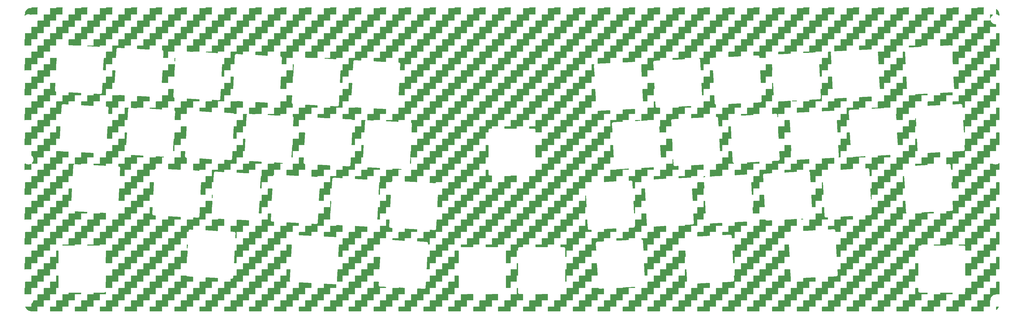
<source format=gbr>
G04 #@! TF.GenerationSoftware,KiCad,Pcbnew,(6.0.10)*
G04 #@! TF.CreationDate,2023-01-30T20:25:39+09:00*
G04 #@! TF.ProjectId,GT40,47543430-2e6b-4696-9361-645f70636258,rev?*
G04 #@! TF.SameCoordinates,Original*
G04 #@! TF.FileFunction,Copper,L1,Top*
G04 #@! TF.FilePolarity,Positive*
%FSLAX46Y46*%
G04 Gerber Fmt 4.6, Leading zero omitted, Abs format (unit mm)*
G04 Created by KiCad (PCBNEW (6.0.10)) date 2023-01-30 20:25:39*
%MOMM*%
%LPD*%
G01*
G04 APERTURE LIST*
G04 APERTURE END LIST*
G04 #@! TA.AperFunction,NonConductor*
G36*
X19032361Y-17778502D02*
G01*
X19078854Y-17832158D01*
X19088958Y-17902432D01*
X19059464Y-17967012D01*
X19008135Y-18000000D01*
X19000000Y-18000000D01*
X19000000Y-19874000D01*
X18979998Y-19942121D01*
X18926342Y-19988614D01*
X18874000Y-20000000D01*
X17000000Y-20000000D01*
X17000000Y-20013547D01*
X16997121Y-20026783D01*
X16993914Y-20026085D01*
X16979998Y-20073478D01*
X16926342Y-20119971D01*
X16856068Y-20130075D01*
X16816802Y-20115913D01*
X16816136Y-20117219D01*
X16811721Y-20114969D01*
X16807502Y-20112384D01*
X16802932Y-20110491D01*
X16802928Y-20110489D01*
X16578164Y-20017389D01*
X16578162Y-20017388D01*
X16573591Y-20015495D01*
X16461623Y-19988614D01*
X16332216Y-19957546D01*
X16332210Y-19957545D01*
X16327403Y-19956391D01*
X16075000Y-19936526D01*
X15822597Y-19956391D01*
X15817790Y-19957545D01*
X15817784Y-19957546D01*
X15688377Y-19988614D01*
X15576409Y-20015495D01*
X15571838Y-20017388D01*
X15571836Y-20017389D01*
X15347072Y-20110489D01*
X15347068Y-20110491D01*
X15342498Y-20112384D01*
X15126624Y-20244672D01*
X15081255Y-20283421D01*
X14996447Y-20355854D01*
X14931657Y-20384885D01*
X14861457Y-20374280D01*
X14808134Y-20327405D01*
X14788625Y-20258503D01*
X14788670Y-20254862D01*
X14788670Y-20254859D01*
X14788729Y-20250000D01*
X14788040Y-20245186D01*
X14788039Y-20245177D01*
X14786869Y-20237006D01*
X14785827Y-20211541D01*
X14791461Y-20118393D01*
X14815539Y-20051604D01*
X14871904Y-20008435D01*
X14917231Y-20000000D01*
X15000000Y-20000000D01*
X15000000Y-19272247D01*
X15011101Y-19220535D01*
X15065757Y-19099094D01*
X15072828Y-19085621D01*
X15220595Y-18841187D01*
X15229238Y-18828666D01*
X15405385Y-18603829D01*
X15415475Y-18592440D01*
X15617440Y-18390475D01*
X15628829Y-18380385D01*
X15853666Y-18204238D01*
X15866187Y-18195595D01*
X16110621Y-18047828D01*
X16124085Y-18040761D01*
X16189990Y-18011100D01*
X16241700Y-18000000D01*
X17000000Y-18000000D01*
X17000000Y-17893743D01*
X17020002Y-17825622D01*
X17073658Y-17779129D01*
X17118391Y-17767973D01*
X17166165Y-17765084D01*
X17232905Y-17761047D01*
X17259716Y-17762308D01*
X17259852Y-17762310D01*
X17268724Y-17763691D01*
X17277626Y-17762527D01*
X17277628Y-17762527D01*
X17292677Y-17760559D01*
X17300286Y-17759564D01*
X17316621Y-17758500D01*
X18964240Y-17758500D01*
X19032361Y-17778502D01*
G37*
G04 #@! TD.AperFunction*
G04 #@! TA.AperFunction,NonConductor*
G36*
X327203706Y-18327530D02*
G01*
X327271171Y-18380385D01*
X327282560Y-18390475D01*
X327484525Y-18592440D01*
X327494615Y-18603829D01*
X327670762Y-18828666D01*
X327679405Y-18841187D01*
X327827172Y-19085621D01*
X327834242Y-19099092D01*
X327951466Y-19359555D01*
X327956859Y-19373773D01*
X328041836Y-19646473D01*
X328045477Y-19661246D01*
X328096960Y-19942186D01*
X328098794Y-19957290D01*
X328113953Y-20207904D01*
X328112692Y-20234716D01*
X328112690Y-20234852D01*
X328111309Y-20243724D01*
X328112473Y-20252629D01*
X328112364Y-20261599D01*
X328108776Y-20261555D01*
X328100445Y-20314763D01*
X328053285Y-20367833D01*
X327984920Y-20386982D01*
X327917055Y-20366130D01*
X327904664Y-20356803D01*
X327870243Y-20327405D01*
X327773376Y-20244672D01*
X327557502Y-20112384D01*
X327552932Y-20110491D01*
X327552928Y-20110489D01*
X327328164Y-20017389D01*
X327328162Y-20017388D01*
X327323591Y-20015495D01*
X327211623Y-19988614D01*
X327096586Y-19960996D01*
X327035017Y-19925644D01*
X327002334Y-19862617D01*
X327000000Y-19838477D01*
X327000000Y-18426715D01*
X327020002Y-18358594D01*
X327073658Y-18312101D01*
X327143932Y-18301997D01*
X327203706Y-18327530D01*
G37*
G04 #@! TD.AperFunction*
G04 #@! TA.AperFunction,NonConductor*
G36*
X325897250Y-20020002D02*
G01*
X325943743Y-20073658D01*
X325953847Y-20143932D01*
X325924353Y-20208512D01*
X325894965Y-20233432D01*
X325880842Y-20242087D01*
X325876624Y-20244672D01*
X325684102Y-20409102D01*
X325519672Y-20601624D01*
X325387384Y-20817498D01*
X325385491Y-20822068D01*
X325385489Y-20822072D01*
X325296154Y-21037746D01*
X325290495Y-21051409D01*
X325289340Y-21056221D01*
X325248519Y-21226253D01*
X325213167Y-21287822D01*
X325150140Y-21320505D01*
X325079449Y-21313925D01*
X325023538Y-21270170D01*
X325000000Y-21196839D01*
X325000000Y-20126000D01*
X325020002Y-20057879D01*
X325073658Y-20011386D01*
X325126000Y-20000000D01*
X325829129Y-20000000D01*
X325897250Y-20020002D01*
G37*
G04 #@! TD.AperFunction*
G04 #@! TA.AperFunction,NonConductor*
G36*
X43032361Y-17778502D02*
G01*
X43078854Y-17832158D01*
X43088958Y-17902432D01*
X43059464Y-17967012D01*
X43008135Y-18000000D01*
X43000000Y-18000000D01*
X43000000Y-19874000D01*
X42979998Y-19942121D01*
X42926342Y-19988614D01*
X42874000Y-20000000D01*
X41000000Y-20000000D01*
X41000000Y-21874000D01*
X40979998Y-21942121D01*
X40926342Y-21988614D01*
X40874000Y-22000000D01*
X39000000Y-22000000D01*
X39000000Y-23874000D01*
X38979998Y-23942121D01*
X38926342Y-23988614D01*
X38874000Y-24000000D01*
X37000000Y-24000000D01*
X37000000Y-25874000D01*
X36979998Y-25942121D01*
X36926342Y-25988614D01*
X36874000Y-26000000D01*
X35000000Y-26000000D01*
X35000000Y-27874000D01*
X34979998Y-27942121D01*
X34926342Y-27988614D01*
X34874000Y-28000000D01*
X33000000Y-28000000D01*
X33000000Y-29874000D01*
X32979998Y-29942121D01*
X32926342Y-29988614D01*
X32874000Y-30000000D01*
X31000000Y-30000000D01*
X31000000Y-30005319D01*
X30987032Y-30009127D01*
X30953959Y-30030380D01*
X30911870Y-30035310D01*
X29741719Y-29973985D01*
X29119405Y-29941371D01*
X29052425Y-29917832D01*
X29008804Y-29861816D01*
X29000000Y-29815544D01*
X29000000Y-28126000D01*
X29020002Y-28057879D01*
X29073658Y-28011386D01*
X29126000Y-28000000D01*
X31000000Y-28000000D01*
X31000000Y-26126000D01*
X31020002Y-26057879D01*
X31073658Y-26011386D01*
X31126000Y-26000000D01*
X33000000Y-26000000D01*
X33000000Y-24126000D01*
X33020002Y-24057879D01*
X33073658Y-24011386D01*
X33126000Y-24000000D01*
X35000000Y-24000000D01*
X35000000Y-22126000D01*
X35020002Y-22057879D01*
X35073658Y-22011386D01*
X35126000Y-22000000D01*
X37000000Y-22000000D01*
X37000000Y-20126000D01*
X37020002Y-20057879D01*
X37073658Y-20011386D01*
X37126000Y-20000000D01*
X39000000Y-20000000D01*
X39000000Y-18126000D01*
X39020002Y-18057879D01*
X39073658Y-18011386D01*
X39126000Y-18000000D01*
X41000000Y-18000000D01*
X41000000Y-17884500D01*
X41020002Y-17816379D01*
X41073658Y-17769886D01*
X41126000Y-17758500D01*
X42964240Y-17758500D01*
X43032361Y-17778502D01*
G37*
G04 #@! TD.AperFunction*
G04 #@! TA.AperFunction,NonConductor*
G36*
X27032361Y-17778502D02*
G01*
X27078854Y-17832158D01*
X27088958Y-17902432D01*
X27059464Y-17967012D01*
X27008135Y-18000000D01*
X27000000Y-18000000D01*
X27000000Y-19874000D01*
X26979998Y-19942121D01*
X26926342Y-19988614D01*
X26874000Y-20000000D01*
X25000000Y-20000000D01*
X25000000Y-21874000D01*
X24979998Y-21942121D01*
X24926342Y-21988614D01*
X24874000Y-22000000D01*
X23000000Y-22000000D01*
X23000000Y-23874000D01*
X22979998Y-23942121D01*
X22926342Y-23988614D01*
X22874000Y-24000000D01*
X21000000Y-24000000D01*
X21000000Y-25874000D01*
X20979998Y-25942121D01*
X20926342Y-25988614D01*
X20874000Y-26000000D01*
X19000000Y-26000000D01*
X19000000Y-27874000D01*
X18979998Y-27942121D01*
X18926342Y-27988614D01*
X18874000Y-28000000D01*
X17000000Y-28000000D01*
X17000000Y-29874000D01*
X16979998Y-29942121D01*
X16926342Y-29988614D01*
X16874000Y-30000000D01*
X15000000Y-30000000D01*
X15000000Y-30005378D01*
X14944999Y-30040725D01*
X14874002Y-30040725D01*
X14814276Y-30002342D01*
X14784783Y-29937761D01*
X14783500Y-29919829D01*
X14783500Y-28126000D01*
X14803502Y-28057879D01*
X14857158Y-28011386D01*
X14909500Y-28000000D01*
X15000000Y-28000000D01*
X15000000Y-26126000D01*
X15020002Y-26057879D01*
X15073658Y-26011386D01*
X15126000Y-26000000D01*
X17000000Y-26000000D01*
X17000000Y-24126000D01*
X17020002Y-24057879D01*
X17073658Y-24011386D01*
X17126000Y-24000000D01*
X19000000Y-24000000D01*
X19000000Y-22126000D01*
X19020002Y-22057879D01*
X19073658Y-22011386D01*
X19126000Y-22000000D01*
X21000000Y-22000000D01*
X21000000Y-20126000D01*
X21020002Y-20057879D01*
X21073658Y-20011386D01*
X21126000Y-20000000D01*
X23000000Y-20000000D01*
X23000000Y-18126000D01*
X23020002Y-18057879D01*
X23073658Y-18011386D01*
X23126000Y-18000000D01*
X25000000Y-18000000D01*
X25000000Y-17884500D01*
X25020002Y-17816379D01*
X25073658Y-17769886D01*
X25126000Y-17758500D01*
X26964240Y-17758500D01*
X27032361Y-17778502D01*
G37*
G04 #@! TD.AperFunction*
G04 #@! TA.AperFunction,NonConductor*
G36*
X323032361Y-17778502D02*
G01*
X323078854Y-17832158D01*
X323088958Y-17902432D01*
X323059464Y-17967012D01*
X323008135Y-18000000D01*
X323000000Y-18000000D01*
X323000000Y-19874000D01*
X322979998Y-19942121D01*
X322926342Y-19988614D01*
X322874000Y-20000000D01*
X321000000Y-20000000D01*
X321000000Y-21874000D01*
X320979998Y-21942121D01*
X320926342Y-21988614D01*
X320874000Y-22000000D01*
X319000000Y-22000000D01*
X319000000Y-23874000D01*
X318979998Y-23942121D01*
X318926342Y-23988614D01*
X318874000Y-24000000D01*
X317000000Y-24000000D01*
X317000000Y-25874000D01*
X316979998Y-25942121D01*
X316926342Y-25988614D01*
X316874000Y-26000000D01*
X315000000Y-26000000D01*
X315000000Y-27874000D01*
X314979998Y-27942121D01*
X314926342Y-27988614D01*
X314874000Y-28000000D01*
X313000000Y-28000000D01*
X313000000Y-29874000D01*
X312979998Y-29942121D01*
X312926342Y-29988614D01*
X312874000Y-30000000D01*
X312542964Y-30000000D01*
X312495662Y-29987349D01*
X312494574Y-29990069D01*
X312486240Y-29986735D01*
X312478462Y-29982254D01*
X312469740Y-29980136D01*
X312469738Y-29980135D01*
X312453514Y-29976195D01*
X312435743Y-29970455D01*
X312420279Y-29964160D01*
X312420276Y-29964159D01*
X312411962Y-29960775D01*
X312403033Y-29959860D01*
X312403032Y-29959860D01*
X312396025Y-29959142D01*
X312382545Y-29957761D01*
X312365651Y-29954858D01*
X312345644Y-29949999D01*
X312345643Y-29949999D01*
X312336918Y-29947880D01*
X312327950Y-29948295D01*
X312327949Y-29948295D01*
X312302514Y-29949472D01*
X312301723Y-29949480D01*
X312300626Y-29949368D01*
X312297649Y-29949524D01*
X312297648Y-29949524D01*
X312295474Y-29949638D01*
X312269582Y-29950995D01*
X312269113Y-29951018D01*
X312235248Y-29952585D01*
X312195360Y-29954431D01*
X312195354Y-29954432D01*
X312191416Y-29954614D01*
X312190091Y-29955069D01*
X312188752Y-29955231D01*
X311338341Y-29999799D01*
X311337811Y-29999827D01*
X311331217Y-30000000D01*
X311000000Y-30000000D01*
X311000000Y-30005319D01*
X310968635Y-30014529D01*
X310966563Y-30015861D01*
X310937636Y-30020799D01*
X309132592Y-30115398D01*
X309063520Y-30098989D01*
X309014283Y-30047840D01*
X309000000Y-29989571D01*
X309000000Y-28126000D01*
X309020002Y-28057879D01*
X309073658Y-28011386D01*
X309126000Y-28000000D01*
X311000000Y-28000000D01*
X311000000Y-26126000D01*
X311020002Y-26057879D01*
X311073658Y-26011386D01*
X311126000Y-26000000D01*
X313000000Y-26000000D01*
X313000000Y-24126000D01*
X313020002Y-24057879D01*
X313073658Y-24011386D01*
X313126000Y-24000000D01*
X315000000Y-24000000D01*
X315000000Y-22126000D01*
X315020002Y-22057879D01*
X315073658Y-22011386D01*
X315126000Y-22000000D01*
X317000000Y-22000000D01*
X317000000Y-20126000D01*
X317020002Y-20057879D01*
X317073658Y-20011386D01*
X317126000Y-20000000D01*
X319000000Y-20000000D01*
X319000000Y-18126000D01*
X319020002Y-18057879D01*
X319073658Y-18011386D01*
X319126000Y-18000000D01*
X321000000Y-18000000D01*
X321000000Y-17884500D01*
X321020002Y-17816379D01*
X321073658Y-17769886D01*
X321126000Y-17758500D01*
X322964240Y-17758500D01*
X323032361Y-17778502D01*
G37*
G04 #@! TD.AperFunction*
G04 #@! TA.AperFunction,NonConductor*
G36*
X51032361Y-17778502D02*
G01*
X51078854Y-17832158D01*
X51088958Y-17902432D01*
X51059464Y-17967012D01*
X51008135Y-18000000D01*
X51000000Y-18000000D01*
X51000000Y-19874000D01*
X50979998Y-19942121D01*
X50926342Y-19988614D01*
X50874000Y-20000000D01*
X49000000Y-20000000D01*
X49000000Y-21874000D01*
X48979998Y-21942121D01*
X48926342Y-21988614D01*
X48874000Y-22000000D01*
X47000000Y-22000000D01*
X47000000Y-23874000D01*
X46979998Y-23942121D01*
X46926342Y-23988614D01*
X46874000Y-24000000D01*
X45000000Y-24000000D01*
X45000000Y-25874000D01*
X44979998Y-25942121D01*
X44926342Y-25988614D01*
X44874000Y-26000000D01*
X43000000Y-26000000D01*
X43000000Y-27874000D01*
X42979998Y-27942121D01*
X42926342Y-27988614D01*
X42874000Y-28000000D01*
X41000000Y-28000000D01*
X41000000Y-29874000D01*
X40979998Y-29942121D01*
X40926342Y-29988614D01*
X40874000Y-30000000D01*
X39000000Y-30000000D01*
X39000000Y-30326415D01*
X38979998Y-30394536D01*
X38926342Y-30441029D01*
X38867406Y-30452242D01*
X37766308Y-30394536D01*
X35119405Y-30255818D01*
X35052425Y-30232279D01*
X35008804Y-30176263D01*
X35000000Y-30129991D01*
X35000000Y-30126000D01*
X35020002Y-30057879D01*
X35073658Y-30011386D01*
X35126000Y-30000000D01*
X37000000Y-30000000D01*
X37000000Y-28126000D01*
X37020002Y-28057879D01*
X37073658Y-28011386D01*
X37126000Y-28000000D01*
X39000000Y-28000000D01*
X39000000Y-26126000D01*
X39020002Y-26057879D01*
X39073658Y-26011386D01*
X39126000Y-26000000D01*
X41000000Y-26000000D01*
X41000000Y-24126000D01*
X41020002Y-24057879D01*
X41073658Y-24011386D01*
X41126000Y-24000000D01*
X43000000Y-24000000D01*
X43000000Y-22126000D01*
X43020002Y-22057879D01*
X43073658Y-22011386D01*
X43126000Y-22000000D01*
X45000000Y-22000000D01*
X45000000Y-20126000D01*
X45020002Y-20057879D01*
X45073658Y-20011386D01*
X45126000Y-20000000D01*
X47000000Y-20000000D01*
X47000000Y-18126000D01*
X47020002Y-18057879D01*
X47073658Y-18011386D01*
X47126000Y-18000000D01*
X49000000Y-18000000D01*
X49000000Y-17884500D01*
X49020002Y-17816379D01*
X49073658Y-17769886D01*
X49126000Y-17758500D01*
X50964240Y-17758500D01*
X51032361Y-17778502D01*
G37*
G04 #@! TD.AperFunction*
G04 #@! TA.AperFunction,NonConductor*
G36*
X315032361Y-17778502D02*
G01*
X315078854Y-17832158D01*
X315088958Y-17902432D01*
X315059464Y-17967012D01*
X315008135Y-18000000D01*
X315000000Y-18000000D01*
X315000000Y-19874000D01*
X314979998Y-19942121D01*
X314926342Y-19988614D01*
X314874000Y-20000000D01*
X313000000Y-20000000D01*
X313000000Y-21874000D01*
X312979998Y-21942121D01*
X312926342Y-21988614D01*
X312874000Y-22000000D01*
X311000000Y-22000000D01*
X311000000Y-23874000D01*
X310979998Y-23942121D01*
X310926342Y-23988614D01*
X310874000Y-24000000D01*
X309000000Y-24000000D01*
X309000000Y-25874000D01*
X308979998Y-25942121D01*
X308926342Y-25988614D01*
X308874000Y-26000000D01*
X307000000Y-26000000D01*
X307000000Y-27874000D01*
X306979998Y-27942121D01*
X306926342Y-27988614D01*
X306874000Y-28000000D01*
X305000000Y-28000000D01*
X305000000Y-29874000D01*
X304979998Y-29942121D01*
X304926342Y-29988614D01*
X304874000Y-30000000D01*
X303000000Y-30000000D01*
X303000000Y-30317224D01*
X302979998Y-30385345D01*
X302926342Y-30431838D01*
X302880595Y-30443051D01*
X299842688Y-30602261D01*
X299132594Y-30639475D01*
X299063520Y-30623066D01*
X299014283Y-30571917D01*
X299000000Y-30513648D01*
X299000000Y-30126000D01*
X299020002Y-30057879D01*
X299073658Y-30011386D01*
X299126000Y-30000000D01*
X301000000Y-30000000D01*
X301000000Y-28126000D01*
X301020002Y-28057879D01*
X301073658Y-28011386D01*
X301126000Y-28000000D01*
X303000000Y-28000000D01*
X303000000Y-26126000D01*
X303020002Y-26057879D01*
X303073658Y-26011386D01*
X303126000Y-26000000D01*
X305000000Y-26000000D01*
X305000000Y-24126000D01*
X305020002Y-24057879D01*
X305073658Y-24011386D01*
X305126000Y-24000000D01*
X307000000Y-24000000D01*
X307000000Y-22126000D01*
X307020002Y-22057879D01*
X307073658Y-22011386D01*
X307126000Y-22000000D01*
X309000000Y-22000000D01*
X309000000Y-20126000D01*
X309020002Y-20057879D01*
X309073658Y-20011386D01*
X309126000Y-20000000D01*
X311000000Y-20000000D01*
X311000000Y-18126000D01*
X311020002Y-18057879D01*
X311073658Y-18011386D01*
X311126000Y-18000000D01*
X313000000Y-18000000D01*
X313000000Y-17884500D01*
X313020002Y-17816379D01*
X313073658Y-17769886D01*
X313126000Y-17758500D01*
X314964240Y-17758500D01*
X315032361Y-17778502D01*
G37*
G04 #@! TD.AperFunction*
G04 #@! TA.AperFunction,NonConductor*
G36*
X67032361Y-17778502D02*
G01*
X67078854Y-17832158D01*
X67088958Y-17902432D01*
X67059464Y-17967012D01*
X67008135Y-18000000D01*
X67000000Y-18000000D01*
X67000000Y-19874000D01*
X66979998Y-19942121D01*
X66926342Y-19988614D01*
X66874000Y-20000000D01*
X65000000Y-20000000D01*
X65000000Y-21874000D01*
X64979998Y-21942121D01*
X64926342Y-21988614D01*
X64874000Y-22000000D01*
X63000000Y-22000000D01*
X63000000Y-23874000D01*
X62979998Y-23942121D01*
X62926342Y-23988614D01*
X62874000Y-24000000D01*
X61000000Y-24000000D01*
X61000000Y-25874000D01*
X60979998Y-25942121D01*
X60926342Y-25988614D01*
X60874000Y-26000000D01*
X59000000Y-26000000D01*
X59000000Y-27874000D01*
X58979998Y-27942121D01*
X58926342Y-27988614D01*
X58874000Y-28000000D01*
X57000000Y-28000000D01*
X57000000Y-29874000D01*
X56979998Y-29942121D01*
X56926342Y-29988614D01*
X56874000Y-30000000D01*
X55000000Y-30000000D01*
X55000000Y-31164939D01*
X54979998Y-31233060D01*
X54926342Y-31279553D01*
X54867406Y-31290766D01*
X54157312Y-31253552D01*
X51119405Y-31094342D01*
X51052425Y-31070803D01*
X51008804Y-31014787D01*
X51000000Y-30968515D01*
X51000000Y-30126000D01*
X51020002Y-30057879D01*
X51073658Y-30011386D01*
X51126000Y-30000000D01*
X53000000Y-30000000D01*
X53000000Y-28126000D01*
X53020002Y-28057879D01*
X53073658Y-28011386D01*
X53126000Y-28000000D01*
X55000000Y-28000000D01*
X55000000Y-26126000D01*
X55020002Y-26057879D01*
X55073658Y-26011386D01*
X55126000Y-26000000D01*
X57000000Y-26000000D01*
X57000000Y-24126000D01*
X57020002Y-24057879D01*
X57073658Y-24011386D01*
X57126000Y-24000000D01*
X59000000Y-24000000D01*
X59000000Y-22126000D01*
X59020002Y-22057879D01*
X59073658Y-22011386D01*
X59126000Y-22000000D01*
X61000000Y-22000000D01*
X61000000Y-20126000D01*
X61020002Y-20057879D01*
X61073658Y-20011386D01*
X61126000Y-20000000D01*
X63000000Y-20000000D01*
X63000000Y-18126000D01*
X63020002Y-18057879D01*
X63073658Y-18011386D01*
X63126000Y-18000000D01*
X65000000Y-18000000D01*
X65000000Y-17884500D01*
X65020002Y-17816379D01*
X65073658Y-17769886D01*
X65126000Y-17758500D01*
X66964240Y-17758500D01*
X67032361Y-17778502D01*
G37*
G04 #@! TD.AperFunction*
G04 #@! TA.AperFunction,NonConductor*
G36*
X299032361Y-17778502D02*
G01*
X299078854Y-17832158D01*
X299088958Y-17902432D01*
X299059464Y-17967012D01*
X299008135Y-18000000D01*
X299000000Y-18000000D01*
X299000000Y-19874000D01*
X298979998Y-19942121D01*
X298926342Y-19988614D01*
X298874000Y-20000000D01*
X297000000Y-20000000D01*
X297000000Y-21874000D01*
X296979998Y-21942121D01*
X296926342Y-21988614D01*
X296874000Y-22000000D01*
X295000000Y-22000000D01*
X295000000Y-23874000D01*
X294979998Y-23942121D01*
X294926342Y-23988614D01*
X294874000Y-24000000D01*
X293000000Y-24000000D01*
X293000000Y-25874000D01*
X292979998Y-25942121D01*
X292926342Y-25988614D01*
X292874000Y-26000000D01*
X291000000Y-26000000D01*
X291000000Y-27874000D01*
X290979998Y-27942121D01*
X290926342Y-27988614D01*
X290874000Y-28000000D01*
X289000000Y-28000000D01*
X289000000Y-29874000D01*
X288979998Y-29942121D01*
X288926342Y-29988614D01*
X288874000Y-30000000D01*
X287000000Y-30000000D01*
X287000000Y-31155748D01*
X286979998Y-31223869D01*
X286926342Y-31270362D01*
X286880595Y-31281575D01*
X284411719Y-31410963D01*
X283132594Y-31477999D01*
X283063520Y-31461590D01*
X283014283Y-31410441D01*
X283000000Y-31352172D01*
X283000000Y-30126000D01*
X283020002Y-30057879D01*
X283073658Y-30011386D01*
X283126000Y-30000000D01*
X285000000Y-30000000D01*
X285000000Y-28126000D01*
X285020002Y-28057879D01*
X285073658Y-28011386D01*
X285126000Y-28000000D01*
X287000000Y-28000000D01*
X287000000Y-26126000D01*
X287020002Y-26057879D01*
X287073658Y-26011386D01*
X287126000Y-26000000D01*
X289000000Y-26000000D01*
X289000000Y-24126000D01*
X289020002Y-24057879D01*
X289073658Y-24011386D01*
X289126000Y-24000000D01*
X291000000Y-24000000D01*
X291000000Y-22126000D01*
X291020002Y-22057879D01*
X291073658Y-22011386D01*
X291126000Y-22000000D01*
X293000000Y-22000000D01*
X293000000Y-20126000D01*
X293020002Y-20057879D01*
X293073658Y-20011386D01*
X293126000Y-20000000D01*
X295000000Y-20000000D01*
X295000000Y-18126000D01*
X295020002Y-18057879D01*
X295073658Y-18011386D01*
X295126000Y-18000000D01*
X297000000Y-18000000D01*
X297000000Y-17884500D01*
X297020002Y-17816379D01*
X297073658Y-17769886D01*
X297126000Y-17758500D01*
X298964240Y-17758500D01*
X299032361Y-17778502D01*
G37*
G04 #@! TD.AperFunction*
G04 #@! TA.AperFunction,NonConductor*
G36*
X291032361Y-17778502D02*
G01*
X291078854Y-17832158D01*
X291088958Y-17902432D01*
X291059464Y-17967012D01*
X291008135Y-18000000D01*
X291000000Y-18000000D01*
X291000000Y-19874000D01*
X290979998Y-19942121D01*
X290926342Y-19988614D01*
X290874000Y-20000000D01*
X289000000Y-20000000D01*
X289000000Y-21874000D01*
X288979998Y-21942121D01*
X288926342Y-21988614D01*
X288874000Y-22000000D01*
X287000000Y-22000000D01*
X287000000Y-23874000D01*
X286979998Y-23942121D01*
X286926342Y-23988614D01*
X286874000Y-24000000D01*
X285000000Y-24000000D01*
X285000000Y-25874000D01*
X284979998Y-25942121D01*
X284926342Y-25988614D01*
X284874000Y-26000000D01*
X283000000Y-26000000D01*
X283000000Y-27874000D01*
X282979998Y-27942121D01*
X282926342Y-27988614D01*
X282874000Y-28000000D01*
X281000000Y-28000000D01*
X281000000Y-29874000D01*
X280979998Y-29942121D01*
X280926342Y-29988614D01*
X280874000Y-30000000D01*
X279000000Y-30000000D01*
X279000000Y-31575010D01*
X278979998Y-31643131D01*
X278926342Y-31689624D01*
X278880595Y-31700837D01*
X276259413Y-31838207D01*
X275132594Y-31897261D01*
X275063520Y-31880852D01*
X275014283Y-31829703D01*
X275000000Y-31771434D01*
X275000000Y-30126000D01*
X275020002Y-30057879D01*
X275073658Y-30011386D01*
X275126000Y-30000000D01*
X277000000Y-30000000D01*
X277000000Y-28126000D01*
X277020002Y-28057879D01*
X277073658Y-28011386D01*
X277126000Y-28000000D01*
X279000000Y-28000000D01*
X279000000Y-26126000D01*
X279020002Y-26057879D01*
X279073658Y-26011386D01*
X279126000Y-26000000D01*
X281000000Y-26000000D01*
X281000000Y-24126000D01*
X281020002Y-24057879D01*
X281073658Y-24011386D01*
X281126000Y-24000000D01*
X283000000Y-24000000D01*
X283000000Y-22126000D01*
X283020002Y-22057879D01*
X283073658Y-22011386D01*
X283126000Y-22000000D01*
X285000000Y-22000000D01*
X285000000Y-20126000D01*
X285020002Y-20057879D01*
X285073658Y-20011386D01*
X285126000Y-20000000D01*
X287000000Y-20000000D01*
X287000000Y-18126000D01*
X287020002Y-18057879D01*
X287073658Y-18011386D01*
X287126000Y-18000000D01*
X289000000Y-18000000D01*
X289000000Y-17884500D01*
X289020002Y-17816379D01*
X289073658Y-17769886D01*
X289126000Y-17758500D01*
X290964240Y-17758500D01*
X291032361Y-17778502D01*
G37*
G04 #@! TD.AperFunction*
G04 #@! TA.AperFunction,NonConductor*
G36*
X83032361Y-17778502D02*
G01*
X83078854Y-17832158D01*
X83088958Y-17902432D01*
X83059464Y-17967012D01*
X83008135Y-18000000D01*
X83000000Y-18000000D01*
X83000000Y-19874000D01*
X82979998Y-19942121D01*
X82926342Y-19988614D01*
X82874000Y-20000000D01*
X81000000Y-20000000D01*
X81000000Y-21874000D01*
X80979998Y-21942121D01*
X80926342Y-21988614D01*
X80874000Y-22000000D01*
X79000000Y-22000000D01*
X79000000Y-23874000D01*
X78979998Y-23942121D01*
X78926342Y-23988614D01*
X78874000Y-24000000D01*
X77000000Y-24000000D01*
X77000000Y-25874000D01*
X76979998Y-25942121D01*
X76926342Y-25988614D01*
X76874000Y-26000000D01*
X75000000Y-26000000D01*
X75000000Y-27874000D01*
X74979998Y-27942121D01*
X74926342Y-27988614D01*
X74874000Y-28000000D01*
X73000000Y-28000000D01*
X73000000Y-29874000D01*
X72979998Y-29942121D01*
X72926342Y-29988614D01*
X72874000Y-30000000D01*
X71000000Y-30000000D01*
X71000000Y-31874000D01*
X70979998Y-31942121D01*
X70926342Y-31988614D01*
X70874000Y-32000000D01*
X69000000Y-32000000D01*
X69000000Y-32005319D01*
X68976708Y-32012158D01*
X68961013Y-32022245D01*
X68918921Y-32027176D01*
X67119405Y-31932867D01*
X67052425Y-31909327D01*
X67008804Y-31853312D01*
X67000000Y-31807040D01*
X67000000Y-30126000D01*
X67020002Y-30057879D01*
X67073658Y-30011386D01*
X67126000Y-30000000D01*
X69000000Y-30000000D01*
X69000000Y-28126000D01*
X69020002Y-28057879D01*
X69073658Y-28011386D01*
X69126000Y-28000000D01*
X71000000Y-28000000D01*
X71000000Y-26126000D01*
X71020002Y-26057879D01*
X71073658Y-26011386D01*
X71126000Y-26000000D01*
X73000000Y-26000000D01*
X73000000Y-24126000D01*
X73020002Y-24057879D01*
X73073658Y-24011386D01*
X73126000Y-24000000D01*
X75000000Y-24000000D01*
X75000000Y-22126000D01*
X75020002Y-22057879D01*
X75073658Y-22011386D01*
X75126000Y-22000000D01*
X77000000Y-22000000D01*
X77000000Y-20126000D01*
X77020002Y-20057879D01*
X77073658Y-20011386D01*
X77126000Y-20000000D01*
X79000000Y-20000000D01*
X79000000Y-18126000D01*
X79020002Y-18057879D01*
X79073658Y-18011386D01*
X79126000Y-18000000D01*
X81000000Y-18000000D01*
X81000000Y-17884500D01*
X81020002Y-17816379D01*
X81073658Y-17769886D01*
X81126000Y-17758500D01*
X82964240Y-17758500D01*
X83032361Y-17778502D01*
G37*
G04 #@! TD.AperFunction*
G04 #@! TA.AperFunction,NonConductor*
G36*
X283032361Y-17778502D02*
G01*
X283078854Y-17832158D01*
X283088958Y-17902432D01*
X283059464Y-17967012D01*
X283008135Y-18000000D01*
X283000000Y-18000000D01*
X283000000Y-19874000D01*
X282979998Y-19942121D01*
X282926342Y-19988614D01*
X282874000Y-20000000D01*
X281000000Y-20000000D01*
X281000000Y-21874000D01*
X280979998Y-21942121D01*
X280926342Y-21988614D01*
X280874000Y-22000000D01*
X279000000Y-22000000D01*
X279000000Y-23874000D01*
X278979998Y-23942121D01*
X278926342Y-23988614D01*
X278874000Y-24000000D01*
X277000000Y-24000000D01*
X277000000Y-25874000D01*
X276979998Y-25942121D01*
X276926342Y-25988614D01*
X276874000Y-26000000D01*
X275000000Y-26000000D01*
X275000000Y-27874000D01*
X274979998Y-27942121D01*
X274926342Y-27988614D01*
X274874000Y-28000000D01*
X273000000Y-28000000D01*
X273000000Y-29874000D01*
X272979998Y-29942121D01*
X272926342Y-29988614D01*
X272874000Y-30000000D01*
X271000000Y-30000000D01*
X271000000Y-31874000D01*
X270979998Y-31942121D01*
X270926342Y-31988614D01*
X270874000Y-32000000D01*
X269000000Y-32000000D01*
X269000000Y-32099088D01*
X268979998Y-32167209D01*
X268926342Y-32213702D01*
X268880595Y-32224915D01*
X266172594Y-32366835D01*
X265132594Y-32421339D01*
X265063520Y-32404930D01*
X265014283Y-32353781D01*
X265000000Y-32295512D01*
X265000000Y-32126000D01*
X265020002Y-32057879D01*
X265073658Y-32011386D01*
X265126000Y-32000000D01*
X267000000Y-32000000D01*
X267000000Y-30126000D01*
X267020002Y-30057879D01*
X267073658Y-30011386D01*
X267126000Y-30000000D01*
X269000000Y-30000000D01*
X269000000Y-28126000D01*
X269020002Y-28057879D01*
X269073658Y-28011386D01*
X269126000Y-28000000D01*
X271000000Y-28000000D01*
X271000000Y-26126000D01*
X271020002Y-26057879D01*
X271073658Y-26011386D01*
X271126000Y-26000000D01*
X273000000Y-26000000D01*
X273000000Y-24126000D01*
X273020002Y-24057879D01*
X273073658Y-24011386D01*
X273126000Y-24000000D01*
X275000000Y-24000000D01*
X275000000Y-22126000D01*
X275020002Y-22057879D01*
X275073658Y-22011386D01*
X275126000Y-22000000D01*
X277000000Y-22000000D01*
X277000000Y-20126000D01*
X277020002Y-20057879D01*
X277073658Y-20011386D01*
X277126000Y-20000000D01*
X279000000Y-20000000D01*
X279000000Y-18126000D01*
X279020002Y-18057879D01*
X279073658Y-18011386D01*
X279126000Y-18000000D01*
X281000000Y-18000000D01*
X281000000Y-17884500D01*
X281020002Y-17816379D01*
X281073658Y-17769886D01*
X281126000Y-17758500D01*
X282964240Y-17758500D01*
X283032361Y-17778502D01*
G37*
G04 #@! TD.AperFunction*
G04 #@! TA.AperFunction,NonConductor*
G36*
X91032361Y-17778502D02*
G01*
X91078854Y-17832158D01*
X91088958Y-17902432D01*
X91059464Y-17967012D01*
X91008135Y-18000000D01*
X91000000Y-18000000D01*
X91000000Y-19874000D01*
X90979998Y-19942121D01*
X90926342Y-19988614D01*
X90874000Y-20000000D01*
X89000000Y-20000000D01*
X89000000Y-21874000D01*
X88979998Y-21942121D01*
X88926342Y-21988614D01*
X88874000Y-22000000D01*
X87000000Y-22000000D01*
X87000000Y-23874000D01*
X86979998Y-23942121D01*
X86926342Y-23988614D01*
X86874000Y-24000000D01*
X85000000Y-24000000D01*
X85000000Y-25874000D01*
X84979998Y-25942121D01*
X84926342Y-25988614D01*
X84874000Y-26000000D01*
X83000000Y-26000000D01*
X83000000Y-27874000D01*
X82979998Y-27942121D01*
X82926342Y-27988614D01*
X82874000Y-28000000D01*
X81000000Y-28000000D01*
X81000000Y-29874000D01*
X80979998Y-29942121D01*
X80926342Y-29988614D01*
X80874000Y-30000000D01*
X79000000Y-30000000D01*
X79000000Y-31874000D01*
X78979998Y-31942121D01*
X78926342Y-31988614D01*
X78874000Y-32000000D01*
X77000000Y-32000000D01*
X77000000Y-32317911D01*
X76979998Y-32386032D01*
X76926342Y-32432525D01*
X76867406Y-32443738D01*
X73205523Y-32251827D01*
X73138542Y-32228288D01*
X73094921Y-32172272D01*
X73088509Y-32101566D01*
X73121341Y-32038617D01*
X73182995Y-32003412D01*
X73212117Y-32000000D01*
X75000000Y-32000000D01*
X75000000Y-30126000D01*
X75020002Y-30057879D01*
X75073658Y-30011386D01*
X75126000Y-30000000D01*
X77000000Y-30000000D01*
X77000000Y-28126000D01*
X77020002Y-28057879D01*
X77073658Y-28011386D01*
X77126000Y-28000000D01*
X79000000Y-28000000D01*
X79000000Y-26126000D01*
X79020002Y-26057879D01*
X79073658Y-26011386D01*
X79126000Y-26000000D01*
X81000000Y-26000000D01*
X81000000Y-24126000D01*
X81020002Y-24057879D01*
X81073658Y-24011386D01*
X81126000Y-24000000D01*
X83000000Y-24000000D01*
X83000000Y-22126000D01*
X83020002Y-22057879D01*
X83073658Y-22011386D01*
X83126000Y-22000000D01*
X85000000Y-22000000D01*
X85000000Y-20126000D01*
X85020002Y-20057879D01*
X85073658Y-20011386D01*
X85126000Y-20000000D01*
X87000000Y-20000000D01*
X87000000Y-18126000D01*
X87020002Y-18057879D01*
X87073658Y-18011386D01*
X87126000Y-18000000D01*
X89000000Y-18000000D01*
X89000000Y-17884500D01*
X89020002Y-17816379D01*
X89073658Y-17769886D01*
X89126000Y-17758500D01*
X90964240Y-17758500D01*
X91032361Y-17778502D01*
G37*
G04 #@! TD.AperFunction*
G04 #@! TA.AperFunction,NonConductor*
G36*
X275032361Y-17778502D02*
G01*
X275078854Y-17832158D01*
X275088958Y-17902432D01*
X275059464Y-17967012D01*
X275008135Y-18000000D01*
X275000000Y-18000000D01*
X275000000Y-19874000D01*
X274979998Y-19942121D01*
X274926342Y-19988614D01*
X274874000Y-20000000D01*
X273000000Y-20000000D01*
X273000000Y-21874000D01*
X272979998Y-21942121D01*
X272926342Y-21988614D01*
X272874000Y-22000000D01*
X271000000Y-22000000D01*
X271000000Y-23874000D01*
X270979998Y-23942121D01*
X270926342Y-23988614D01*
X270874000Y-24000000D01*
X269000000Y-24000000D01*
X269000000Y-25874000D01*
X268979998Y-25942121D01*
X268926342Y-25988614D01*
X268874000Y-26000000D01*
X267000000Y-26000000D01*
X267000000Y-27874000D01*
X266979998Y-27942121D01*
X266926342Y-27988614D01*
X266874000Y-28000000D01*
X265000000Y-28000000D01*
X265000000Y-29874000D01*
X264979998Y-29942121D01*
X264926342Y-29988614D01*
X264874000Y-30000000D01*
X263000000Y-30000000D01*
X263000000Y-31874000D01*
X262979998Y-31942121D01*
X262926342Y-31988614D01*
X262874000Y-32000000D01*
X261000000Y-32000000D01*
X261000000Y-32518350D01*
X260979998Y-32586471D01*
X260926342Y-32632964D01*
X260880595Y-32644177D01*
X257991895Y-32795567D01*
X257132594Y-32840601D01*
X257063520Y-32824192D01*
X257014283Y-32773043D01*
X257000000Y-32714774D01*
X257000000Y-32126000D01*
X257020002Y-32057879D01*
X257073658Y-32011386D01*
X257126000Y-32000000D01*
X259000000Y-32000000D01*
X259000000Y-30126000D01*
X259020002Y-30057879D01*
X259073658Y-30011386D01*
X259126000Y-30000000D01*
X261000000Y-30000000D01*
X261000000Y-28126000D01*
X261020002Y-28057879D01*
X261073658Y-28011386D01*
X261126000Y-28000000D01*
X263000000Y-28000000D01*
X263000000Y-26126000D01*
X263020002Y-26057879D01*
X263073658Y-26011386D01*
X263126000Y-26000000D01*
X265000000Y-26000000D01*
X265000000Y-24126000D01*
X265020002Y-24057879D01*
X265073658Y-24011386D01*
X265126000Y-24000000D01*
X267000000Y-24000000D01*
X267000000Y-22126000D01*
X267020002Y-22057879D01*
X267073658Y-22011386D01*
X267126000Y-22000000D01*
X269000000Y-22000000D01*
X269000000Y-20126000D01*
X269020002Y-20057879D01*
X269073658Y-20011386D01*
X269126000Y-20000000D01*
X271000000Y-20000000D01*
X271000000Y-18126000D01*
X271020002Y-18057879D01*
X271073658Y-18011386D01*
X271126000Y-18000000D01*
X273000000Y-18000000D01*
X273000000Y-17884500D01*
X273020002Y-17816379D01*
X273073658Y-17769886D01*
X273126000Y-17758500D01*
X274964240Y-17758500D01*
X275032361Y-17778502D01*
G37*
G04 #@! TD.AperFunction*
G04 #@! TA.AperFunction,NonConductor*
G36*
X107032361Y-17778502D02*
G01*
X107078854Y-17832158D01*
X107088958Y-17902432D01*
X107059464Y-17967012D01*
X107008135Y-18000000D01*
X107000000Y-18000000D01*
X107000000Y-19874000D01*
X106979998Y-19942121D01*
X106926342Y-19988614D01*
X106874000Y-20000000D01*
X105000000Y-20000000D01*
X105000000Y-21874000D01*
X104979998Y-21942121D01*
X104926342Y-21988614D01*
X104874000Y-22000000D01*
X103000000Y-22000000D01*
X103000000Y-23874000D01*
X102979998Y-23942121D01*
X102926342Y-23988614D01*
X102874000Y-24000000D01*
X101000000Y-24000000D01*
X101000000Y-25874000D01*
X100979998Y-25942121D01*
X100926342Y-25988614D01*
X100874000Y-26000000D01*
X99000000Y-26000000D01*
X99000000Y-27874000D01*
X98979998Y-27942121D01*
X98926342Y-27988614D01*
X98874000Y-28000000D01*
X97000000Y-28000000D01*
X97000000Y-29874000D01*
X96979998Y-29942121D01*
X96926342Y-29988614D01*
X96874000Y-30000000D01*
X95000000Y-30000000D01*
X95000000Y-31874000D01*
X94979998Y-31942121D01*
X94926342Y-31988614D01*
X94874000Y-32000000D01*
X93000000Y-32000000D01*
X93000000Y-33156435D01*
X92979998Y-33224556D01*
X92926342Y-33271049D01*
X92867406Y-33282262D01*
X91766308Y-33224556D01*
X89119405Y-33085838D01*
X89052425Y-33062299D01*
X89008804Y-33006283D01*
X89000000Y-32960011D01*
X89000000Y-32126000D01*
X89020002Y-32057879D01*
X89073658Y-32011386D01*
X89126000Y-32000000D01*
X91000000Y-32000000D01*
X91000000Y-30126000D01*
X91020002Y-30057879D01*
X91073658Y-30011386D01*
X91126000Y-30000000D01*
X93000000Y-30000000D01*
X93000000Y-28126000D01*
X93020002Y-28057879D01*
X93073658Y-28011386D01*
X93126000Y-28000000D01*
X95000000Y-28000000D01*
X95000000Y-26126000D01*
X95020002Y-26057879D01*
X95073658Y-26011386D01*
X95126000Y-26000000D01*
X97000000Y-26000000D01*
X97000000Y-24126000D01*
X97020002Y-24057879D01*
X97073658Y-24011386D01*
X97126000Y-24000000D01*
X99000000Y-24000000D01*
X99000000Y-22126000D01*
X99020002Y-22057879D01*
X99073658Y-22011386D01*
X99126000Y-22000000D01*
X101000000Y-22000000D01*
X101000000Y-20126000D01*
X101020002Y-20057879D01*
X101073658Y-20011386D01*
X101126000Y-20000000D01*
X103000000Y-20000000D01*
X103000000Y-18126000D01*
X103020002Y-18057879D01*
X103073658Y-18011386D01*
X103126000Y-18000000D01*
X105000000Y-18000000D01*
X105000000Y-17884500D01*
X105020002Y-17816379D01*
X105073658Y-17769886D01*
X105126000Y-17758500D01*
X106964240Y-17758500D01*
X107032361Y-17778502D01*
G37*
G04 #@! TD.AperFunction*
G04 #@! TA.AperFunction,NonConductor*
G36*
X259032361Y-17778502D02*
G01*
X259078854Y-17832158D01*
X259088958Y-17902432D01*
X259059464Y-17967012D01*
X259008135Y-18000000D01*
X259000000Y-18000000D01*
X259000000Y-19874000D01*
X258979998Y-19942121D01*
X258926342Y-19988614D01*
X258874000Y-20000000D01*
X257000000Y-20000000D01*
X257000000Y-21874000D01*
X256979998Y-21942121D01*
X256926342Y-21988614D01*
X256874000Y-22000000D01*
X255000000Y-22000000D01*
X255000000Y-23874000D01*
X254979998Y-23942121D01*
X254926342Y-23988614D01*
X254874000Y-24000000D01*
X253000000Y-24000000D01*
X253000000Y-25874000D01*
X252979998Y-25942121D01*
X252926342Y-25988614D01*
X252874000Y-26000000D01*
X251000000Y-26000000D01*
X251000000Y-27874000D01*
X250979998Y-27942121D01*
X250926342Y-27988614D01*
X250874000Y-28000000D01*
X249000000Y-28000000D01*
X249000000Y-29874000D01*
X248979998Y-29942121D01*
X248926342Y-29988614D01*
X248874000Y-30000000D01*
X247000000Y-30000000D01*
X247000000Y-31874000D01*
X246979998Y-31942121D01*
X246926342Y-31988614D01*
X246874000Y-32000000D01*
X245000000Y-32000000D01*
X245000000Y-33356875D01*
X244979998Y-33424996D01*
X244926342Y-33471489D01*
X244880595Y-33482702D01*
X241989682Y-33634208D01*
X241132594Y-33679126D01*
X241063520Y-33662717D01*
X241014283Y-33611568D01*
X241000000Y-33553299D01*
X241000000Y-32126000D01*
X241020002Y-32057879D01*
X241073658Y-32011386D01*
X241126000Y-32000000D01*
X243000000Y-32000000D01*
X243000000Y-30126000D01*
X243020002Y-30057879D01*
X243073658Y-30011386D01*
X243126000Y-30000000D01*
X245000000Y-30000000D01*
X245000000Y-28126000D01*
X245020002Y-28057879D01*
X245073658Y-28011386D01*
X245126000Y-28000000D01*
X247000000Y-28000000D01*
X247000000Y-26126000D01*
X247020002Y-26057879D01*
X247073658Y-26011386D01*
X247126000Y-26000000D01*
X249000000Y-26000000D01*
X249000000Y-24126000D01*
X249020002Y-24057879D01*
X249073658Y-24011386D01*
X249126000Y-24000000D01*
X251000000Y-24000000D01*
X251000000Y-22126000D01*
X251020002Y-22057879D01*
X251073658Y-22011386D01*
X251126000Y-22000000D01*
X253000000Y-22000000D01*
X253000000Y-20126000D01*
X253020002Y-20057879D01*
X253073658Y-20011386D01*
X253126000Y-20000000D01*
X255000000Y-20000000D01*
X255000000Y-18126000D01*
X255020002Y-18057879D01*
X255073658Y-18011386D01*
X255126000Y-18000000D01*
X257000000Y-18000000D01*
X257000000Y-17884500D01*
X257020002Y-17816379D01*
X257073658Y-17769886D01*
X257126000Y-17758500D01*
X258964240Y-17758500D01*
X259032361Y-17778502D01*
G37*
G04 #@! TD.AperFunction*
G04 #@! TA.AperFunction,NonConductor*
G36*
X75032361Y-17778502D02*
G01*
X75078854Y-17832158D01*
X75088958Y-17902432D01*
X75059464Y-17967012D01*
X75008135Y-18000000D01*
X75000000Y-18000000D01*
X75000000Y-19874000D01*
X74979998Y-19942121D01*
X74926342Y-19988614D01*
X74874000Y-20000000D01*
X73000000Y-20000000D01*
X73000000Y-21874000D01*
X72979998Y-21942121D01*
X72926342Y-21988614D01*
X72874000Y-22000000D01*
X71000000Y-22000000D01*
X71000000Y-23874000D01*
X70979998Y-23942121D01*
X70926342Y-23988614D01*
X70874000Y-24000000D01*
X69000000Y-24000000D01*
X69000000Y-25874000D01*
X68979998Y-25942121D01*
X68926342Y-25988614D01*
X68874000Y-26000000D01*
X67000000Y-26000000D01*
X67000000Y-27874000D01*
X66979998Y-27942121D01*
X66926342Y-27988614D01*
X66874000Y-28000000D01*
X65000000Y-28000000D01*
X65000000Y-29874000D01*
X64979998Y-29942121D01*
X64926342Y-29988614D01*
X64874000Y-30000000D01*
X63000000Y-30000000D01*
X63000000Y-31874000D01*
X62979998Y-31942121D01*
X62926342Y-31988614D01*
X62874000Y-32000000D01*
X61000000Y-32000000D01*
X61000000Y-33874000D01*
X60979998Y-33942121D01*
X60926342Y-33988614D01*
X60874000Y-34000000D01*
X59497014Y-34000000D01*
X59428893Y-33979998D01*
X59382400Y-33926342D01*
X59371187Y-33867406D01*
X59403027Y-33259864D01*
X59466450Y-32049673D01*
X59466487Y-32049002D01*
X59468053Y-32022245D01*
X59471029Y-31971413D01*
X59469017Y-31962665D01*
X59469017Y-31962661D01*
X59464401Y-31942587D01*
X59461705Y-31925662D01*
X59459857Y-31905159D01*
X59459857Y-31905158D01*
X59459051Y-31896217D01*
X59449661Y-31872318D01*
X59444139Y-31854478D01*
X59440397Y-31838207D01*
X59438386Y-31829460D01*
X59425831Y-31807040D01*
X59423940Y-31803664D01*
X59416602Y-31788176D01*
X59409069Y-31769003D01*
X59409068Y-31769001D01*
X59405786Y-31760648D01*
X59390063Y-31740342D01*
X59379759Y-31724774D01*
X59371599Y-31710203D01*
X59367215Y-31702374D01*
X59346100Y-31681661D01*
X59334717Y-31668862D01*
X59316612Y-31645479D01*
X59295829Y-31630407D01*
X59281564Y-31618352D01*
X59269647Y-31606661D01*
X59269642Y-31606657D01*
X59263236Y-31600373D01*
X59255325Y-31596140D01*
X59255318Y-31596135D01*
X59237171Y-31586425D01*
X59222645Y-31577331D01*
X59205969Y-31565237D01*
X59205963Y-31565234D01*
X59198698Y-31559965D01*
X59174508Y-31551327D01*
X59157442Y-31543765D01*
X59142720Y-31535888D01*
X59134807Y-31531654D01*
X59105869Y-31525582D01*
X59089370Y-31520928D01*
X59083624Y-31518876D01*
X59026199Y-31477129D01*
X59000459Y-31410963D01*
X59000000Y-31400216D01*
X59000000Y-30126000D01*
X59020002Y-30057879D01*
X59073658Y-30011386D01*
X59126000Y-30000000D01*
X61000000Y-30000000D01*
X61000000Y-28126000D01*
X61020002Y-28057879D01*
X61073658Y-28011386D01*
X61126000Y-28000000D01*
X63000000Y-28000000D01*
X63000000Y-26126000D01*
X63020002Y-26057879D01*
X63073658Y-26011386D01*
X63126000Y-26000000D01*
X65000000Y-26000000D01*
X65000000Y-24126000D01*
X65020002Y-24057879D01*
X65073658Y-24011386D01*
X65126000Y-24000000D01*
X67000000Y-24000000D01*
X67000000Y-22126000D01*
X67020002Y-22057879D01*
X67073658Y-22011386D01*
X67126000Y-22000000D01*
X69000000Y-22000000D01*
X69000000Y-20126000D01*
X69020002Y-20057879D01*
X69073658Y-20011386D01*
X69126000Y-20000000D01*
X71000000Y-20000000D01*
X71000000Y-18126000D01*
X71020002Y-18057879D01*
X71073658Y-18011386D01*
X71126000Y-18000000D01*
X73000000Y-18000000D01*
X73000000Y-17884500D01*
X73020002Y-17816379D01*
X73073658Y-17769886D01*
X73126000Y-17758500D01*
X74964240Y-17758500D01*
X75032361Y-17778502D01*
G37*
G04 #@! TD.AperFunction*
G04 #@! TA.AperFunction,NonConductor*
G36*
X267032361Y-17778502D02*
G01*
X267078854Y-17832158D01*
X267088958Y-17902432D01*
X267059464Y-17967012D01*
X267008135Y-18000000D01*
X267000000Y-18000000D01*
X267000000Y-19874000D01*
X266979998Y-19942121D01*
X266926342Y-19988614D01*
X266874000Y-20000000D01*
X265000000Y-20000000D01*
X265000000Y-21874000D01*
X264979998Y-21942121D01*
X264926342Y-21988614D01*
X264874000Y-22000000D01*
X263000000Y-22000000D01*
X263000000Y-23874000D01*
X262979998Y-23942121D01*
X262926342Y-23988614D01*
X262874000Y-24000000D01*
X261000000Y-24000000D01*
X261000000Y-25874000D01*
X260979998Y-25942121D01*
X260926342Y-25988614D01*
X260874000Y-26000000D01*
X259000000Y-26000000D01*
X259000000Y-27874000D01*
X258979998Y-27942121D01*
X258926342Y-27988614D01*
X258874000Y-28000000D01*
X257000000Y-28000000D01*
X257000000Y-29874000D01*
X256979998Y-29942121D01*
X256926342Y-29988614D01*
X256874000Y-30000000D01*
X255000000Y-30000000D01*
X255000000Y-31874000D01*
X254979998Y-31942121D01*
X254926342Y-31988614D01*
X254874000Y-32000000D01*
X253000000Y-32000000D01*
X253000000Y-33874000D01*
X252979998Y-33942121D01*
X252926342Y-33988614D01*
X252874000Y-34000000D01*
X251078148Y-34000000D01*
X251010027Y-33979998D01*
X250963534Y-33926342D01*
X250952321Y-33880594D01*
X250951976Y-33874000D01*
X250942667Y-33696374D01*
X250941961Y-33682903D01*
X250941923Y-33682134D01*
X250938750Y-33613581D01*
X250938335Y-33604610D01*
X250935419Y-33596117D01*
X250935418Y-33596113D01*
X250928732Y-33576639D01*
X250924282Y-33560089D01*
X250920300Y-33539889D01*
X250920299Y-33539886D01*
X250918563Y-33531078D01*
X250906722Y-33508284D01*
X250899373Y-33491137D01*
X250891033Y-33466847D01*
X250873965Y-33442696D01*
X250865050Y-33428061D01*
X250855557Y-33409787D01*
X250855555Y-33409785D01*
X250851418Y-33401820D01*
X250833670Y-33383280D01*
X250821791Y-33368869D01*
X250812152Y-33355229D01*
X250812145Y-33355222D01*
X250806968Y-33347896D01*
X250783798Y-33329499D01*
X250771145Y-33317964D01*
X250756904Y-33303087D01*
X250756900Y-33303084D01*
X250750695Y-33296602D01*
X250728440Y-33283779D01*
X250713012Y-33273294D01*
X250692896Y-33257322D01*
X250665503Y-33246171D01*
X250650116Y-33238649D01*
X250632267Y-33228364D01*
X250632260Y-33228361D01*
X250624488Y-33223883D01*
X250599541Y-33217824D01*
X250581769Y-33212084D01*
X250566305Y-33205789D01*
X250566302Y-33205788D01*
X250557988Y-33202404D01*
X250549059Y-33201489D01*
X250549058Y-33201489D01*
X250542051Y-33200771D01*
X250528571Y-33199390D01*
X250511677Y-33196487D01*
X250491670Y-33191628D01*
X250491669Y-33191628D01*
X250482944Y-33189509D01*
X250473976Y-33189924D01*
X250473975Y-33189924D01*
X250448540Y-33191101D01*
X250447749Y-33191109D01*
X250446652Y-33190997D01*
X250443675Y-33191153D01*
X250443674Y-33191153D01*
X250441500Y-33191267D01*
X250415608Y-33192624D01*
X250415139Y-33192647D01*
X250381274Y-33194214D01*
X250341386Y-33196060D01*
X250341380Y-33196061D01*
X250337442Y-33196243D01*
X250336117Y-33196698D01*
X250334778Y-33196860D01*
X249132594Y-33259864D01*
X249063520Y-33243455D01*
X249014283Y-33192306D01*
X249000000Y-33134037D01*
X249000000Y-32126000D01*
X249020002Y-32057879D01*
X249073658Y-32011386D01*
X249126000Y-32000000D01*
X251000000Y-32000000D01*
X251000000Y-30126000D01*
X251020002Y-30057879D01*
X251073658Y-30011386D01*
X251126000Y-30000000D01*
X253000000Y-30000000D01*
X253000000Y-28126000D01*
X253020002Y-28057879D01*
X253073658Y-28011386D01*
X253126000Y-28000000D01*
X255000000Y-28000000D01*
X255000000Y-26126000D01*
X255020002Y-26057879D01*
X255073658Y-26011386D01*
X255126000Y-26000000D01*
X257000000Y-26000000D01*
X257000000Y-24126000D01*
X257020002Y-24057879D01*
X257073658Y-24011386D01*
X257126000Y-24000000D01*
X259000000Y-24000000D01*
X259000000Y-22126000D01*
X259020002Y-22057879D01*
X259073658Y-22011386D01*
X259126000Y-22000000D01*
X261000000Y-22000000D01*
X261000000Y-20126000D01*
X261020002Y-20057879D01*
X261073658Y-20011386D01*
X261126000Y-20000000D01*
X263000000Y-20000000D01*
X263000000Y-18126000D01*
X263020002Y-18057879D01*
X263073658Y-18011386D01*
X263126000Y-18000000D01*
X265000000Y-18000000D01*
X265000000Y-17884500D01*
X265020002Y-17816379D01*
X265073658Y-17769886D01*
X265126000Y-17758500D01*
X266964240Y-17758500D01*
X267032361Y-17778502D01*
G37*
G04 #@! TD.AperFunction*
G04 #@! TA.AperFunction,NonConductor*
G36*
X123032361Y-17778502D02*
G01*
X123078854Y-17832158D01*
X123088958Y-17902432D01*
X123059464Y-17967012D01*
X123008135Y-18000000D01*
X123000000Y-18000000D01*
X123000000Y-19874000D01*
X122979998Y-19942121D01*
X122926342Y-19988614D01*
X122874000Y-20000000D01*
X121000000Y-20000000D01*
X121000000Y-21874000D01*
X120979998Y-21942121D01*
X120926342Y-21988614D01*
X120874000Y-22000000D01*
X119000000Y-22000000D01*
X119000000Y-23874000D01*
X118979998Y-23942121D01*
X118926342Y-23988614D01*
X118874000Y-24000000D01*
X117000000Y-24000000D01*
X117000000Y-25874000D01*
X116979998Y-25942121D01*
X116926342Y-25988614D01*
X116874000Y-26000000D01*
X115000000Y-26000000D01*
X115000000Y-27874000D01*
X114979998Y-27942121D01*
X114926342Y-27988614D01*
X114874000Y-28000000D01*
X113000000Y-28000000D01*
X113000000Y-29874000D01*
X112979998Y-29942121D01*
X112926342Y-29988614D01*
X112874000Y-30000000D01*
X111000000Y-30000000D01*
X111000000Y-31874000D01*
X110979998Y-31942121D01*
X110926342Y-31988614D01*
X110874000Y-32000000D01*
X109000000Y-32000000D01*
X109000000Y-33874000D01*
X108979998Y-33942121D01*
X108926342Y-33988614D01*
X108874000Y-34000000D01*
X107000000Y-34000000D01*
X107000000Y-34005319D01*
X106969760Y-34014198D01*
X106927668Y-34019129D01*
X105967062Y-33968786D01*
X105119405Y-33924363D01*
X105052425Y-33900824D01*
X105008804Y-33844808D01*
X105000000Y-33798536D01*
X105000000Y-32126000D01*
X105020002Y-32057879D01*
X105073658Y-32011386D01*
X105126000Y-32000000D01*
X107000000Y-32000000D01*
X107000000Y-30126000D01*
X107020002Y-30057879D01*
X107073658Y-30011386D01*
X107126000Y-30000000D01*
X109000000Y-30000000D01*
X109000000Y-28126000D01*
X109020002Y-28057879D01*
X109073658Y-28011386D01*
X109126000Y-28000000D01*
X111000000Y-28000000D01*
X111000000Y-26126000D01*
X111020002Y-26057879D01*
X111073658Y-26011386D01*
X111126000Y-26000000D01*
X113000000Y-26000000D01*
X113000000Y-24126000D01*
X113020002Y-24057879D01*
X113073658Y-24011386D01*
X113126000Y-24000000D01*
X115000000Y-24000000D01*
X115000000Y-22126000D01*
X115020002Y-22057879D01*
X115073658Y-22011386D01*
X115126000Y-22000000D01*
X117000000Y-22000000D01*
X117000000Y-20126000D01*
X117020002Y-20057879D01*
X117073658Y-20011386D01*
X117126000Y-20000000D01*
X119000000Y-20000000D01*
X119000000Y-18126000D01*
X119020002Y-18057879D01*
X119073658Y-18011386D01*
X119126000Y-18000000D01*
X121000000Y-18000000D01*
X121000000Y-17884500D01*
X121020002Y-17816379D01*
X121073658Y-17769886D01*
X121126000Y-17758500D01*
X122964240Y-17758500D01*
X123032361Y-17778502D01*
G37*
G04 #@! TD.AperFunction*
G04 #@! TA.AperFunction,NonConductor*
G36*
X131032361Y-17778502D02*
G01*
X131078854Y-17832158D01*
X131088958Y-17902432D01*
X131059464Y-17967012D01*
X131008135Y-18000000D01*
X131000000Y-18000000D01*
X131000000Y-19874000D01*
X130979998Y-19942121D01*
X130926342Y-19988614D01*
X130874000Y-20000000D01*
X129000000Y-20000000D01*
X129000000Y-21874000D01*
X128979998Y-21942121D01*
X128926342Y-21988614D01*
X128874000Y-22000000D01*
X127000000Y-22000000D01*
X127000000Y-23874000D01*
X126979998Y-23942121D01*
X126926342Y-23988614D01*
X126874000Y-24000000D01*
X125000000Y-24000000D01*
X125000000Y-25874000D01*
X124979998Y-25942121D01*
X124926342Y-25988614D01*
X124874000Y-26000000D01*
X123000000Y-26000000D01*
X123000000Y-27874000D01*
X122979998Y-27942121D01*
X122926342Y-27988614D01*
X122874000Y-28000000D01*
X121000000Y-28000000D01*
X121000000Y-29874000D01*
X120979998Y-29942121D01*
X120926342Y-29988614D01*
X120874000Y-30000000D01*
X119000000Y-30000000D01*
X119000000Y-31874000D01*
X118979998Y-31942121D01*
X118926342Y-31988614D01*
X118874000Y-32000000D01*
X117000000Y-32000000D01*
X117000000Y-33874000D01*
X116979998Y-33942121D01*
X116926342Y-33988614D01*
X116874000Y-34000000D01*
X115000000Y-34000000D01*
X115000000Y-34309406D01*
X114979998Y-34377527D01*
X114926342Y-34424020D01*
X114867406Y-34435233D01*
X111693733Y-34268908D01*
X111367808Y-34251827D01*
X111300827Y-34228288D01*
X111257206Y-34172272D01*
X111250794Y-34101566D01*
X111283626Y-34038617D01*
X111345280Y-34003412D01*
X111374402Y-34000000D01*
X113000000Y-34000000D01*
X113000000Y-32126000D01*
X113020002Y-32057879D01*
X113073658Y-32011386D01*
X113126000Y-32000000D01*
X115000000Y-32000000D01*
X115000000Y-30126000D01*
X115020002Y-30057879D01*
X115073658Y-30011386D01*
X115126000Y-30000000D01*
X117000000Y-30000000D01*
X117000000Y-28126000D01*
X117020002Y-28057879D01*
X117073658Y-28011386D01*
X117126000Y-28000000D01*
X119000000Y-28000000D01*
X119000000Y-26126000D01*
X119020002Y-26057879D01*
X119073658Y-26011386D01*
X119126000Y-26000000D01*
X121000000Y-26000000D01*
X121000000Y-24126000D01*
X121020002Y-24057879D01*
X121073658Y-24011386D01*
X121126000Y-24000000D01*
X123000000Y-24000000D01*
X123000000Y-22126000D01*
X123020002Y-22057879D01*
X123073658Y-22011386D01*
X123126000Y-22000000D01*
X125000000Y-22000000D01*
X125000000Y-20126000D01*
X125020002Y-20057879D01*
X125073658Y-20011386D01*
X125126000Y-20000000D01*
X127000000Y-20000000D01*
X127000000Y-18126000D01*
X127020002Y-18057879D01*
X127073658Y-18011386D01*
X127126000Y-18000000D01*
X129000000Y-18000000D01*
X129000000Y-17884500D01*
X129020002Y-17816379D01*
X129073658Y-17769886D01*
X129126000Y-17758500D01*
X130964240Y-17758500D01*
X131032361Y-17778502D01*
G37*
G04 #@! TD.AperFunction*
G04 #@! TA.AperFunction,NonConductor*
G36*
X243032361Y-17778502D02*
G01*
X243078854Y-17832158D01*
X243088958Y-17902432D01*
X243059464Y-17967012D01*
X243008135Y-18000000D01*
X243000000Y-18000000D01*
X243000000Y-19874000D01*
X242979998Y-19942121D01*
X242926342Y-19988614D01*
X242874000Y-20000000D01*
X241000000Y-20000000D01*
X241000000Y-21874000D01*
X240979998Y-21942121D01*
X240926342Y-21988614D01*
X240874000Y-22000000D01*
X239000000Y-22000000D01*
X239000000Y-23874000D01*
X238979998Y-23942121D01*
X238926342Y-23988614D01*
X238874000Y-24000000D01*
X237000000Y-24000000D01*
X237000000Y-25874000D01*
X236979998Y-25942121D01*
X236926342Y-25988614D01*
X236874000Y-26000000D01*
X235000000Y-26000000D01*
X235000000Y-27874000D01*
X234979998Y-27942121D01*
X234926342Y-27988614D01*
X234874000Y-28000000D01*
X233000000Y-28000000D01*
X233000000Y-29874000D01*
X232979998Y-29942121D01*
X232926342Y-29988614D01*
X232874000Y-30000000D01*
X231000000Y-30000000D01*
X231000000Y-31874000D01*
X230979998Y-31942121D01*
X230926342Y-31988614D01*
X230874000Y-32000000D01*
X229000000Y-32000000D01*
X229000000Y-33874000D01*
X228979998Y-33942121D01*
X228926342Y-33988614D01*
X228874000Y-34000000D01*
X227000000Y-34000000D01*
X227000000Y-34300215D01*
X226979998Y-34368336D01*
X226926342Y-34414829D01*
X226880595Y-34426042D01*
X224090583Y-34572260D01*
X223132594Y-34622466D01*
X223063520Y-34606057D01*
X223014283Y-34554908D01*
X223000000Y-34496639D01*
X223000000Y-34126000D01*
X223020002Y-34057879D01*
X223073658Y-34011386D01*
X223126000Y-34000000D01*
X225000000Y-34000000D01*
X225000000Y-32126000D01*
X225020002Y-32057879D01*
X225073658Y-32011386D01*
X225126000Y-32000000D01*
X227000000Y-32000000D01*
X227000000Y-30126000D01*
X227020002Y-30057879D01*
X227073658Y-30011386D01*
X227126000Y-30000000D01*
X229000000Y-30000000D01*
X229000000Y-28126000D01*
X229020002Y-28057879D01*
X229073658Y-28011386D01*
X229126000Y-28000000D01*
X231000000Y-28000000D01*
X231000000Y-26126000D01*
X231020002Y-26057879D01*
X231073658Y-26011386D01*
X231126000Y-26000000D01*
X233000000Y-26000000D01*
X233000000Y-24126000D01*
X233020002Y-24057879D01*
X233073658Y-24011386D01*
X233126000Y-24000000D01*
X235000000Y-24000000D01*
X235000000Y-22126000D01*
X235020002Y-22057879D01*
X235073658Y-22011386D01*
X235126000Y-22000000D01*
X237000000Y-22000000D01*
X237000000Y-20126000D01*
X237020002Y-20057879D01*
X237073658Y-20011386D01*
X237126000Y-20000000D01*
X239000000Y-20000000D01*
X239000000Y-18126000D01*
X239020002Y-18057879D01*
X239073658Y-18011386D01*
X239126000Y-18000000D01*
X241000000Y-18000000D01*
X241000000Y-17884500D01*
X241020002Y-17816379D01*
X241073658Y-17769886D01*
X241126000Y-17758500D01*
X242964240Y-17758500D01*
X243032361Y-17778502D01*
G37*
G04 #@! TD.AperFunction*
G04 #@! TA.AperFunction,NonConductor*
G36*
X63237976Y-34020002D02*
G01*
X63284469Y-34073658D01*
X63295682Y-34132594D01*
X63290300Y-34235289D01*
X63256637Y-34877628D01*
X63251827Y-34969399D01*
X63228288Y-35036380D01*
X63172272Y-35080001D01*
X63101566Y-35086413D01*
X63038617Y-35053581D01*
X63003412Y-34991927D01*
X63000000Y-34962805D01*
X63000000Y-34126000D01*
X63020002Y-34057879D01*
X63073658Y-34011386D01*
X63126000Y-34000000D01*
X63169855Y-34000000D01*
X63237976Y-34020002D01*
G37*
G04 #@! TD.AperFunction*
G04 #@! TA.AperFunction,NonConductor*
G36*
X147032361Y-17778502D02*
G01*
X147078854Y-17832158D01*
X147088958Y-17902432D01*
X147059464Y-17967012D01*
X147008135Y-18000000D01*
X147000000Y-18000000D01*
X147000000Y-19874000D01*
X146979998Y-19942121D01*
X146926342Y-19988614D01*
X146874000Y-20000000D01*
X145000000Y-20000000D01*
X145000000Y-21874000D01*
X144979998Y-21942121D01*
X144926342Y-21988614D01*
X144874000Y-22000000D01*
X143000000Y-22000000D01*
X143000000Y-23874000D01*
X142979998Y-23942121D01*
X142926342Y-23988614D01*
X142874000Y-24000000D01*
X141000000Y-24000000D01*
X141000000Y-25874000D01*
X140979998Y-25942121D01*
X140926342Y-25988614D01*
X140874000Y-26000000D01*
X139000000Y-26000000D01*
X139000000Y-27874000D01*
X138979998Y-27942121D01*
X138926342Y-27988614D01*
X138874000Y-28000000D01*
X137000000Y-28000000D01*
X137000000Y-29874000D01*
X136979998Y-29942121D01*
X136926342Y-29988614D01*
X136874000Y-30000000D01*
X135000000Y-30000000D01*
X135000000Y-31874000D01*
X134979998Y-31942121D01*
X134926342Y-31988614D01*
X134874000Y-32000000D01*
X133000000Y-32000000D01*
X133000000Y-33874000D01*
X132979998Y-33942121D01*
X132926342Y-33988614D01*
X132874000Y-34000000D01*
X131000000Y-34000000D01*
X131000000Y-35147934D01*
X130979998Y-35216055D01*
X130926342Y-35262548D01*
X130867406Y-35273761D01*
X130035257Y-35230150D01*
X127119405Y-35077337D01*
X127052425Y-35053798D01*
X127008804Y-34997782D01*
X127000000Y-34951510D01*
X127000000Y-34126000D01*
X127020002Y-34057879D01*
X127073658Y-34011386D01*
X127126000Y-34000000D01*
X129000000Y-34000000D01*
X129000000Y-32126000D01*
X129020002Y-32057879D01*
X129073658Y-32011386D01*
X129126000Y-32000000D01*
X131000000Y-32000000D01*
X131000000Y-30126000D01*
X131020002Y-30057879D01*
X131073658Y-30011386D01*
X131126000Y-30000000D01*
X133000000Y-30000000D01*
X133000000Y-28126000D01*
X133020002Y-28057879D01*
X133073658Y-28011386D01*
X133126000Y-28000000D01*
X135000000Y-28000000D01*
X135000000Y-26126000D01*
X135020002Y-26057879D01*
X135073658Y-26011386D01*
X135126000Y-26000000D01*
X137000000Y-26000000D01*
X137000000Y-24126000D01*
X137020002Y-24057879D01*
X137073658Y-24011386D01*
X137126000Y-24000000D01*
X139000000Y-24000000D01*
X139000000Y-22126000D01*
X139020002Y-22057879D01*
X139073658Y-22011386D01*
X139126000Y-22000000D01*
X141000000Y-22000000D01*
X141000000Y-20126000D01*
X141020002Y-20057879D01*
X141073658Y-20011386D01*
X141126000Y-20000000D01*
X143000000Y-20000000D01*
X143000000Y-18126000D01*
X143020002Y-18057879D01*
X143073658Y-18011386D01*
X143126000Y-18000000D01*
X145000000Y-18000000D01*
X145000000Y-17884500D01*
X145020002Y-17816379D01*
X145073658Y-17769886D01*
X145126000Y-17758500D01*
X146964240Y-17758500D01*
X147032361Y-17778502D01*
G37*
G04 #@! TD.AperFunction*
G04 #@! TA.AperFunction,NonConductor*
G36*
X227032361Y-17778502D02*
G01*
X227078854Y-17832158D01*
X227088958Y-17902432D01*
X227059464Y-17967012D01*
X227008135Y-18000000D01*
X227000000Y-18000000D01*
X227000000Y-19874000D01*
X226979998Y-19942121D01*
X226926342Y-19988614D01*
X226874000Y-20000000D01*
X225000000Y-20000000D01*
X225000000Y-21874000D01*
X224979998Y-21942121D01*
X224926342Y-21988614D01*
X224874000Y-22000000D01*
X223000000Y-22000000D01*
X223000000Y-23874000D01*
X222979998Y-23942121D01*
X222926342Y-23988614D01*
X222874000Y-24000000D01*
X221000000Y-24000000D01*
X221000000Y-25874000D01*
X220979998Y-25942121D01*
X220926342Y-25988614D01*
X220874000Y-26000000D01*
X219000000Y-26000000D01*
X219000000Y-27874000D01*
X218979998Y-27942121D01*
X218926342Y-27988614D01*
X218874000Y-28000000D01*
X217000000Y-28000000D01*
X217000000Y-29874000D01*
X216979998Y-29942121D01*
X216926342Y-29988614D01*
X216874000Y-30000000D01*
X215000000Y-30000000D01*
X215000000Y-31874000D01*
X214979998Y-31942121D01*
X214926342Y-31988614D01*
X214874000Y-32000000D01*
X213000000Y-32000000D01*
X213000000Y-33874000D01*
X212979998Y-33942121D01*
X212926342Y-33988614D01*
X212874000Y-34000000D01*
X211000000Y-34000000D01*
X211000000Y-35138740D01*
X210979998Y-35206861D01*
X210926342Y-35253354D01*
X210880595Y-35264567D01*
X207971173Y-35417043D01*
X207132594Y-35460991D01*
X207063520Y-35444582D01*
X207014283Y-35393433D01*
X207000000Y-35335164D01*
X207000000Y-34126000D01*
X207020002Y-34057879D01*
X207073658Y-34011386D01*
X207126000Y-34000000D01*
X209000000Y-34000000D01*
X209000000Y-32126000D01*
X209020002Y-32057879D01*
X209073658Y-32011386D01*
X209126000Y-32000000D01*
X211000000Y-32000000D01*
X211000000Y-30126000D01*
X211020002Y-30057879D01*
X211073658Y-30011386D01*
X211126000Y-30000000D01*
X213000000Y-30000000D01*
X213000000Y-28126000D01*
X213020002Y-28057879D01*
X213073658Y-28011386D01*
X213126000Y-28000000D01*
X215000000Y-28000000D01*
X215000000Y-26126000D01*
X215020002Y-26057879D01*
X215073658Y-26011386D01*
X215126000Y-26000000D01*
X217000000Y-26000000D01*
X217000000Y-24126000D01*
X217020002Y-24057879D01*
X217073658Y-24011386D01*
X217126000Y-24000000D01*
X219000000Y-24000000D01*
X219000000Y-22126000D01*
X219020002Y-22057879D01*
X219073658Y-22011386D01*
X219126000Y-22000000D01*
X221000000Y-22000000D01*
X221000000Y-20126000D01*
X221020002Y-20057879D01*
X221073658Y-20011386D01*
X221126000Y-20000000D01*
X223000000Y-20000000D01*
X223000000Y-18126000D01*
X223020002Y-18057879D01*
X223073658Y-18011386D01*
X223126000Y-18000000D01*
X225000000Y-18000000D01*
X225000000Y-17884500D01*
X225020002Y-17816379D01*
X225073658Y-17769886D01*
X225126000Y-17758500D01*
X226964240Y-17758500D01*
X227032361Y-17778502D01*
G37*
G04 #@! TD.AperFunction*
G04 #@! TA.AperFunction,NonConductor*
G36*
X219032361Y-17778502D02*
G01*
X219078854Y-17832158D01*
X219088958Y-17902432D01*
X219059464Y-17967012D01*
X219008135Y-18000000D01*
X219000000Y-18000000D01*
X219000000Y-19874000D01*
X218979998Y-19942121D01*
X218926342Y-19988614D01*
X218874000Y-20000000D01*
X217000000Y-20000000D01*
X217000000Y-21874000D01*
X216979998Y-21942121D01*
X216926342Y-21988614D01*
X216874000Y-22000000D01*
X215000000Y-22000000D01*
X215000000Y-23874000D01*
X214979998Y-23942121D01*
X214926342Y-23988614D01*
X214874000Y-24000000D01*
X213000000Y-24000000D01*
X213000000Y-25874000D01*
X212979998Y-25942121D01*
X212926342Y-25988614D01*
X212874000Y-26000000D01*
X211000000Y-26000000D01*
X211000000Y-27874000D01*
X210979998Y-27942121D01*
X210926342Y-27988614D01*
X210874000Y-28000000D01*
X209000000Y-28000000D01*
X209000000Y-29874000D01*
X208979998Y-29942121D01*
X208926342Y-29988614D01*
X208874000Y-30000000D01*
X207000000Y-30000000D01*
X207000000Y-31874000D01*
X206979998Y-31942121D01*
X206926342Y-31988614D01*
X206874000Y-32000000D01*
X205000000Y-32000000D01*
X205000000Y-33874000D01*
X204979998Y-33942121D01*
X204926342Y-33988614D01*
X204874000Y-34000000D01*
X203000000Y-34000000D01*
X203000000Y-35558002D01*
X202979998Y-35626123D01*
X202926342Y-35672616D01*
X202880595Y-35683829D01*
X200327514Y-35817630D01*
X199132594Y-35880253D01*
X199063520Y-35863844D01*
X199014283Y-35812695D01*
X199000000Y-35754426D01*
X199000000Y-34126000D01*
X199020002Y-34057879D01*
X199073658Y-34011386D01*
X199126000Y-34000000D01*
X201000000Y-34000000D01*
X201000000Y-32126000D01*
X201020002Y-32057879D01*
X201073658Y-32011386D01*
X201126000Y-32000000D01*
X203000000Y-32000000D01*
X203000000Y-30126000D01*
X203020002Y-30057879D01*
X203073658Y-30011386D01*
X203126000Y-30000000D01*
X205000000Y-30000000D01*
X205000000Y-28126000D01*
X205020002Y-28057879D01*
X205073658Y-28011386D01*
X205126000Y-28000000D01*
X207000000Y-28000000D01*
X207000000Y-26126000D01*
X207020002Y-26057879D01*
X207073658Y-26011386D01*
X207126000Y-26000000D01*
X209000000Y-26000000D01*
X209000000Y-24126000D01*
X209020002Y-24057879D01*
X209073658Y-24011386D01*
X209126000Y-24000000D01*
X211000000Y-24000000D01*
X211000000Y-22126000D01*
X211020002Y-22057879D01*
X211073658Y-22011386D01*
X211126000Y-22000000D01*
X213000000Y-22000000D01*
X213000000Y-20126000D01*
X213020002Y-20057879D01*
X213073658Y-20011386D01*
X213126000Y-20000000D01*
X215000000Y-20000000D01*
X215000000Y-18126000D01*
X215020002Y-18057879D01*
X215073658Y-18011386D01*
X215126000Y-18000000D01*
X217000000Y-18000000D01*
X217000000Y-17884500D01*
X217020002Y-17816379D01*
X217073658Y-17769886D01*
X217126000Y-17758500D01*
X218964240Y-17758500D01*
X219032361Y-17778502D01*
G37*
G04 #@! TD.AperFunction*
G04 #@! TA.AperFunction,NonConductor*
G36*
X115032361Y-17778502D02*
G01*
X115078854Y-17832158D01*
X115088958Y-17902432D01*
X115059464Y-17967012D01*
X115008135Y-18000000D01*
X115000000Y-18000000D01*
X115000000Y-19874000D01*
X114979998Y-19942121D01*
X114926342Y-19988614D01*
X114874000Y-20000000D01*
X113000000Y-20000000D01*
X113000000Y-21874000D01*
X112979998Y-21942121D01*
X112926342Y-21988614D01*
X112874000Y-22000000D01*
X111000000Y-22000000D01*
X111000000Y-23874000D01*
X110979998Y-23942121D01*
X110926342Y-23988614D01*
X110874000Y-24000000D01*
X109000000Y-24000000D01*
X109000000Y-25874000D01*
X108979998Y-25942121D01*
X108926342Y-25988614D01*
X108874000Y-26000000D01*
X107000000Y-26000000D01*
X107000000Y-27874000D01*
X106979998Y-27942121D01*
X106926342Y-27988614D01*
X106874000Y-28000000D01*
X105000000Y-28000000D01*
X105000000Y-29874000D01*
X104979998Y-29942121D01*
X104926342Y-29988614D01*
X104874000Y-30000000D01*
X103000000Y-30000000D01*
X103000000Y-31874000D01*
X102979998Y-31942121D01*
X102926342Y-31988614D01*
X102874000Y-32000000D01*
X101000000Y-32000000D01*
X101000000Y-33874000D01*
X100979998Y-33942121D01*
X100926342Y-33988614D01*
X100874000Y-34000000D01*
X99000000Y-34000000D01*
X99000000Y-35874000D01*
X98979998Y-35942121D01*
X98926342Y-35988614D01*
X98874000Y-36000000D01*
X97544481Y-36000000D01*
X97476360Y-35979998D01*
X97429867Y-35926342D01*
X97418654Y-35867406D01*
X97451344Y-35243648D01*
X97514232Y-34043674D01*
X97514269Y-34043002D01*
X97515290Y-34025559D01*
X97518811Y-33965413D01*
X97516799Y-33956665D01*
X97516799Y-33956661D01*
X97512183Y-33936587D01*
X97509487Y-33919662D01*
X97507639Y-33899159D01*
X97507639Y-33899158D01*
X97506833Y-33890217D01*
X97497871Y-33867406D01*
X97497443Y-33866318D01*
X97491921Y-33848478D01*
X97491077Y-33844808D01*
X97486168Y-33823460D01*
X97471722Y-33797664D01*
X97464384Y-33782176D01*
X97456851Y-33763003D01*
X97456850Y-33763001D01*
X97453568Y-33754648D01*
X97437845Y-33734342D01*
X97427541Y-33718774D01*
X97419381Y-33704203D01*
X97414997Y-33696374D01*
X97393882Y-33675661D01*
X97382499Y-33662862D01*
X97364394Y-33639479D01*
X97343611Y-33624407D01*
X97329346Y-33612352D01*
X97317429Y-33600661D01*
X97317424Y-33600657D01*
X97311018Y-33594373D01*
X97303107Y-33590140D01*
X97303100Y-33590135D01*
X97284953Y-33580425D01*
X97270427Y-33571331D01*
X97253751Y-33559237D01*
X97253745Y-33559234D01*
X97246480Y-33553965D01*
X97222290Y-33545327D01*
X97205224Y-33537765D01*
X97190502Y-33529888D01*
X97182589Y-33525654D01*
X97153651Y-33519582D01*
X97137165Y-33514933D01*
X97109304Y-33504985D01*
X97100714Y-33504482D01*
X97038114Y-33471388D01*
X97003252Y-33409540D01*
X97000000Y-33381099D01*
X97000000Y-32126000D01*
X97020002Y-32057879D01*
X97073658Y-32011386D01*
X97126000Y-32000000D01*
X99000000Y-32000000D01*
X99000000Y-30126000D01*
X99020002Y-30057879D01*
X99073658Y-30011386D01*
X99126000Y-30000000D01*
X101000000Y-30000000D01*
X101000000Y-28126000D01*
X101020002Y-28057879D01*
X101073658Y-28011386D01*
X101126000Y-28000000D01*
X103000000Y-28000000D01*
X103000000Y-26126000D01*
X103020002Y-26057879D01*
X103073658Y-26011386D01*
X103126000Y-26000000D01*
X105000000Y-26000000D01*
X105000000Y-24126000D01*
X105020002Y-24057879D01*
X105073658Y-24011386D01*
X105126000Y-24000000D01*
X107000000Y-24000000D01*
X107000000Y-22126000D01*
X107020002Y-22057879D01*
X107073658Y-22011386D01*
X107126000Y-22000000D01*
X109000000Y-22000000D01*
X109000000Y-20126000D01*
X109020002Y-20057879D01*
X109073658Y-20011386D01*
X109126000Y-20000000D01*
X111000000Y-20000000D01*
X111000000Y-18126000D01*
X111020002Y-18057879D01*
X111073658Y-18011386D01*
X111126000Y-18000000D01*
X113000000Y-18000000D01*
X113000000Y-17884500D01*
X113020002Y-17816379D01*
X113073658Y-17769886D01*
X113126000Y-17758500D01*
X114964240Y-17758500D01*
X115032361Y-17778502D01*
G37*
G04 #@! TD.AperFunction*
G04 #@! TA.AperFunction,NonConductor*
G36*
X307032361Y-17778502D02*
G01*
X307078854Y-17832158D01*
X307088958Y-17902432D01*
X307059464Y-17967012D01*
X307008135Y-18000000D01*
X307000000Y-18000000D01*
X307000000Y-19874000D01*
X306979998Y-19942121D01*
X306926342Y-19988614D01*
X306874000Y-20000000D01*
X305000000Y-20000000D01*
X305000000Y-21874000D01*
X304979998Y-21942121D01*
X304926342Y-21988614D01*
X304874000Y-22000000D01*
X303000000Y-22000000D01*
X303000000Y-23874000D01*
X302979998Y-23942121D01*
X302926342Y-23988614D01*
X302874000Y-24000000D01*
X301000000Y-24000000D01*
X301000000Y-25874000D01*
X300979998Y-25942121D01*
X300926342Y-25988614D01*
X300874000Y-26000000D01*
X299000000Y-26000000D01*
X299000000Y-27874000D01*
X298979998Y-27942121D01*
X298926342Y-27988614D01*
X298874000Y-28000000D01*
X297000000Y-28000000D01*
X297000000Y-29874000D01*
X296979998Y-29942121D01*
X296926342Y-29988614D01*
X296874000Y-30000000D01*
X295000000Y-30000000D01*
X295000000Y-31874000D01*
X294979998Y-31942121D01*
X294926342Y-31988614D01*
X294874000Y-32000000D01*
X293000000Y-32000000D01*
X293000000Y-33874000D01*
X292979998Y-33942121D01*
X292926342Y-33988614D01*
X292874000Y-34000000D01*
X291000000Y-34000000D01*
X291000000Y-35874000D01*
X290979998Y-35942121D01*
X290926342Y-35988614D01*
X290874000Y-36000000D01*
X289335249Y-36000000D01*
X289267128Y-35979998D01*
X289220635Y-35926342D01*
X289209422Y-35880594D01*
X289209077Y-35874000D01*
X289030300Y-32462731D01*
X289012998Y-32132594D01*
X289029407Y-32063520D01*
X289080556Y-32014283D01*
X289138825Y-32000000D01*
X291000000Y-32000000D01*
X291000000Y-30126000D01*
X291020002Y-30057879D01*
X291073658Y-30011386D01*
X291126000Y-30000000D01*
X293000000Y-30000000D01*
X293000000Y-28126000D01*
X293020002Y-28057879D01*
X293073658Y-28011386D01*
X293126000Y-28000000D01*
X295000000Y-28000000D01*
X295000000Y-26126000D01*
X295020002Y-26057879D01*
X295073658Y-26011386D01*
X295126000Y-26000000D01*
X297000000Y-26000000D01*
X297000000Y-24126000D01*
X297020002Y-24057879D01*
X297073658Y-24011386D01*
X297126000Y-24000000D01*
X299000000Y-24000000D01*
X299000000Y-22126000D01*
X299020002Y-22057879D01*
X299073658Y-22011386D01*
X299126000Y-22000000D01*
X301000000Y-22000000D01*
X301000000Y-20126000D01*
X301020002Y-20057879D01*
X301073658Y-20011386D01*
X301126000Y-20000000D01*
X303000000Y-20000000D01*
X303000000Y-18126000D01*
X303020002Y-18057879D01*
X303073658Y-18011386D01*
X303126000Y-18000000D01*
X305000000Y-18000000D01*
X305000000Y-17884500D01*
X305020002Y-17816379D01*
X305073658Y-17769886D01*
X305126000Y-17758500D01*
X306964240Y-17758500D01*
X307032361Y-17778502D01*
G37*
G04 #@! TD.AperFunction*
G04 #@! TA.AperFunction,NonConductor*
G36*
X325208512Y-21807937D02*
G01*
X325248519Y-21873747D01*
X325290495Y-22048591D01*
X325292388Y-22053162D01*
X325292389Y-22053164D01*
X325320631Y-22121345D01*
X325387384Y-22282502D01*
X325519672Y-22498376D01*
X325684102Y-22690898D01*
X325876624Y-22855328D01*
X326092498Y-22987616D01*
X326097068Y-22989509D01*
X326097072Y-22989511D01*
X326321836Y-23082611D01*
X326326409Y-23084505D01*
X326411032Y-23104821D01*
X326567784Y-23142454D01*
X326567790Y-23142455D01*
X326572597Y-23143609D01*
X326825000Y-23163474D01*
X326829930Y-23163086D01*
X326829932Y-23163086D01*
X326864115Y-23160396D01*
X326933595Y-23174993D01*
X326984154Y-23224836D01*
X327000000Y-23286008D01*
X327000000Y-23874000D01*
X326979998Y-23942121D01*
X326926342Y-23988614D01*
X326874000Y-24000000D01*
X325000000Y-24000000D01*
X325000000Y-25874000D01*
X324979998Y-25942121D01*
X324926342Y-25988614D01*
X324874000Y-26000000D01*
X323000000Y-26000000D01*
X323000000Y-27874000D01*
X322979998Y-27942121D01*
X322926342Y-27988614D01*
X322874000Y-28000000D01*
X321000000Y-28000000D01*
X321000000Y-29874000D01*
X320979998Y-29942121D01*
X320926342Y-29988614D01*
X320874000Y-30000000D01*
X319000000Y-30000000D01*
X319000000Y-31874000D01*
X318979998Y-31942121D01*
X318926342Y-31988614D01*
X318874000Y-32000000D01*
X317000000Y-32000000D01*
X317000000Y-33874000D01*
X316979998Y-33942121D01*
X316926342Y-33988614D01*
X316874000Y-34000000D01*
X315000000Y-34000000D01*
X315000000Y-35874000D01*
X314979998Y-35942121D01*
X314926342Y-35988614D01*
X314874000Y-36000000D01*
X313206824Y-36000000D01*
X313138703Y-35979998D01*
X313092210Y-35926342D01*
X313080997Y-35880594D01*
X313080652Y-35874000D01*
X313042119Y-35138740D01*
X312985715Y-34062482D01*
X312994339Y-34026178D01*
X312991493Y-34025559D01*
X312997053Y-34000000D01*
X313000000Y-34000000D01*
X313000000Y-32126000D01*
X313020002Y-32057879D01*
X313073658Y-32011386D01*
X313126000Y-32000000D01*
X315000000Y-32000000D01*
X315000000Y-30126000D01*
X315020002Y-30057879D01*
X315073658Y-30011386D01*
X315126000Y-30000000D01*
X317000000Y-30000000D01*
X317000000Y-28126000D01*
X317020002Y-28057879D01*
X317073658Y-28011386D01*
X317126000Y-28000000D01*
X319000000Y-28000000D01*
X319000000Y-26126000D01*
X319020002Y-26057879D01*
X319073658Y-26011386D01*
X319126000Y-26000000D01*
X321000000Y-26000000D01*
X321000000Y-24126000D01*
X321020002Y-24057879D01*
X321073658Y-24011386D01*
X321126000Y-24000000D01*
X323000000Y-24000000D01*
X323000000Y-22126000D01*
X323020002Y-22057879D01*
X323073658Y-22011386D01*
X323126000Y-22000000D01*
X325000000Y-22000000D01*
X325000000Y-21903161D01*
X325020002Y-21835040D01*
X325073658Y-21788547D01*
X325143932Y-21778443D01*
X325208512Y-21807937D01*
G37*
G04 #@! TD.AperFunction*
G04 #@! TA.AperFunction,NonConductor*
G36*
X59032361Y-17778502D02*
G01*
X59078854Y-17832158D01*
X59088958Y-17902432D01*
X59059464Y-17967012D01*
X59008135Y-18000000D01*
X59000000Y-18000000D01*
X59000000Y-19874000D01*
X58979998Y-19942121D01*
X58926342Y-19988614D01*
X58874000Y-20000000D01*
X57000000Y-20000000D01*
X57000000Y-21874000D01*
X56979998Y-21942121D01*
X56926342Y-21988614D01*
X56874000Y-22000000D01*
X55000000Y-22000000D01*
X55000000Y-23874000D01*
X54979998Y-23942121D01*
X54926342Y-23988614D01*
X54874000Y-24000000D01*
X53000000Y-24000000D01*
X53000000Y-25874000D01*
X52979998Y-25942121D01*
X52926342Y-25988614D01*
X52874000Y-26000000D01*
X51000000Y-26000000D01*
X51000000Y-27874000D01*
X50979998Y-27942121D01*
X50926342Y-27988614D01*
X50874000Y-28000000D01*
X49000000Y-28000000D01*
X49000000Y-29874000D01*
X48979998Y-29942121D01*
X48926342Y-29988614D01*
X48874000Y-30000000D01*
X47000000Y-30000000D01*
X47000000Y-30745677D01*
X46979998Y-30813798D01*
X46926342Y-30860291D01*
X46867406Y-30871504D01*
X44913796Y-30769120D01*
X44913027Y-30769078D01*
X44844397Y-30765060D01*
X44844393Y-30765060D01*
X44835436Y-30764536D01*
X44826688Y-30766548D01*
X44826684Y-30766548D01*
X44806610Y-30771164D01*
X44789685Y-30773860D01*
X44769182Y-30775708D01*
X44769181Y-30775708D01*
X44760240Y-30776514D01*
X44751888Y-30779796D01*
X44751886Y-30779796D01*
X44736341Y-30785904D01*
X44718501Y-30791426D01*
X44702236Y-30795166D01*
X44702235Y-30795167D01*
X44693483Y-30797179D01*
X44685647Y-30801567D01*
X44685648Y-30801567D01*
X44667686Y-30811626D01*
X44652199Y-30818963D01*
X44633032Y-30826494D01*
X44633030Y-30826495D01*
X44624672Y-30829779D01*
X44604369Y-30845499D01*
X44588801Y-30855803D01*
X44574231Y-30863962D01*
X44574227Y-30863965D01*
X44566397Y-30868350D01*
X44545686Y-30889462D01*
X44532881Y-30900851D01*
X44516599Y-30913457D01*
X44516596Y-30913461D01*
X44509502Y-30918953D01*
X44504231Y-30926221D01*
X44494424Y-30939743D01*
X44482378Y-30953998D01*
X44464396Y-30972329D01*
X44450442Y-30998407D01*
X44441358Y-31012916D01*
X44423989Y-31036867D01*
X44420971Y-31045320D01*
X44415353Y-31061052D01*
X44407788Y-31078123D01*
X44395677Y-31100758D01*
X44393834Y-31109540D01*
X44393834Y-31109541D01*
X44389604Y-31129701D01*
X44384955Y-31146184D01*
X44375008Y-31174043D01*
X44374484Y-31183003D01*
X44372996Y-31208419D01*
X44372922Y-31209207D01*
X44372694Y-31210291D01*
X44371983Y-31223869D01*
X44371074Y-31241210D01*
X44371036Y-31241912D01*
X44366497Y-31319452D01*
X44366810Y-31320811D01*
X44366831Y-31322161D01*
X44289614Y-32795567D01*
X44233096Y-33874000D01*
X44232750Y-33880594D01*
X44209211Y-33947575D01*
X44153195Y-33991196D01*
X44106923Y-34000000D01*
X43000000Y-34000000D01*
X43000000Y-35874000D01*
X42979998Y-35942121D01*
X42926342Y-35988614D01*
X42874000Y-36000000D01*
X41000000Y-36000000D01*
X41000000Y-37874000D01*
X40979998Y-37942121D01*
X40926342Y-37988614D01*
X40874000Y-38000000D01*
X40211236Y-38000000D01*
X40143115Y-37979998D01*
X40096622Y-37926342D01*
X40085409Y-37867406D01*
X40166711Y-36316078D01*
X40281833Y-34119405D01*
X40305372Y-34052425D01*
X40361388Y-34008804D01*
X40407660Y-34000000D01*
X41000000Y-34000000D01*
X41000000Y-32126000D01*
X41020002Y-32057879D01*
X41073658Y-32011386D01*
X41126000Y-32000000D01*
X43000000Y-32000000D01*
X43000000Y-30126000D01*
X43020002Y-30057879D01*
X43073658Y-30011386D01*
X43126000Y-30000000D01*
X45000000Y-30000000D01*
X45000000Y-28126000D01*
X45020002Y-28057879D01*
X45073658Y-28011386D01*
X45126000Y-28000000D01*
X47000000Y-28000000D01*
X47000000Y-26126000D01*
X47020002Y-26057879D01*
X47073658Y-26011386D01*
X47126000Y-26000000D01*
X49000000Y-26000000D01*
X49000000Y-24126000D01*
X49020002Y-24057879D01*
X49073658Y-24011386D01*
X49126000Y-24000000D01*
X51000000Y-24000000D01*
X51000000Y-22126000D01*
X51020002Y-22057879D01*
X51073658Y-22011386D01*
X51126000Y-22000000D01*
X53000000Y-22000000D01*
X53000000Y-20126000D01*
X53020002Y-20057879D01*
X53073658Y-20011386D01*
X53126000Y-20000000D01*
X55000000Y-20000000D01*
X55000000Y-18126000D01*
X55020002Y-18057879D01*
X55073658Y-18011386D01*
X55126000Y-18000000D01*
X57000000Y-18000000D01*
X57000000Y-17884500D01*
X57020002Y-17816379D01*
X57073658Y-17769886D01*
X57126000Y-17758500D01*
X58964240Y-17758500D01*
X59032361Y-17778502D01*
G37*
G04 #@! TD.AperFunction*
G04 #@! TA.AperFunction,NonConductor*
G36*
X155032361Y-17778502D02*
G01*
X155078854Y-17832158D01*
X155088958Y-17902432D01*
X155059464Y-17967012D01*
X155008135Y-18000000D01*
X155000000Y-18000000D01*
X155000000Y-19874000D01*
X154979998Y-19942121D01*
X154926342Y-19988614D01*
X154874000Y-20000000D01*
X153000000Y-20000000D01*
X153000000Y-21874000D01*
X152979998Y-21942121D01*
X152926342Y-21988614D01*
X152874000Y-22000000D01*
X151000000Y-22000000D01*
X151000000Y-23874000D01*
X150979998Y-23942121D01*
X150926342Y-23988614D01*
X150874000Y-24000000D01*
X149000000Y-24000000D01*
X149000000Y-25874000D01*
X148979998Y-25942121D01*
X148926342Y-25988614D01*
X148874000Y-26000000D01*
X147000000Y-26000000D01*
X147000000Y-27874000D01*
X146979998Y-27942121D01*
X146926342Y-27988614D01*
X146874000Y-28000000D01*
X145000000Y-28000000D01*
X145000000Y-29874000D01*
X144979998Y-29942121D01*
X144926342Y-29988614D01*
X144874000Y-30000000D01*
X143000000Y-30000000D01*
X143000000Y-31874000D01*
X142979998Y-31942121D01*
X142926342Y-31988614D01*
X142874000Y-32000000D01*
X141000000Y-32000000D01*
X141000000Y-33874000D01*
X140979998Y-33942121D01*
X140926342Y-33988614D01*
X140874000Y-34000000D01*
X139000000Y-34000000D01*
X139000000Y-35874000D01*
X138979998Y-35942121D01*
X138926342Y-35988614D01*
X138874000Y-36000000D01*
X137000000Y-36000000D01*
X137000000Y-37874000D01*
X136979998Y-37942121D01*
X136926342Y-37988614D01*
X136874000Y-38000000D01*
X135595143Y-38000000D01*
X135527022Y-37979998D01*
X135480529Y-37926342D01*
X135469316Y-37867406D01*
X135483964Y-37587900D01*
X135565199Y-36037843D01*
X135565236Y-36037172D01*
X135566619Y-36013548D01*
X135569778Y-35959583D01*
X135567766Y-35950835D01*
X135567766Y-35950831D01*
X135563150Y-35930757D01*
X135560454Y-35913832D01*
X135558606Y-35893329D01*
X135558606Y-35893328D01*
X135557800Y-35884387D01*
X135548410Y-35860488D01*
X135542888Y-35842648D01*
X135539146Y-35826377D01*
X135537135Y-35817630D01*
X135522689Y-35791834D01*
X135515351Y-35776346D01*
X135507818Y-35757173D01*
X135507817Y-35757171D01*
X135504535Y-35748818D01*
X135488812Y-35728512D01*
X135478508Y-35712944D01*
X135470348Y-35698373D01*
X135465964Y-35690544D01*
X135444849Y-35669831D01*
X135433466Y-35657032D01*
X135415361Y-35633649D01*
X135394578Y-35618577D01*
X135380313Y-35606522D01*
X135368396Y-35594831D01*
X135368391Y-35594827D01*
X135361985Y-35588543D01*
X135354074Y-35584310D01*
X135354067Y-35584305D01*
X135335920Y-35574595D01*
X135321394Y-35565501D01*
X135304718Y-35553407D01*
X135304712Y-35553404D01*
X135297447Y-35548135D01*
X135273257Y-35539497D01*
X135256191Y-35531935D01*
X135241469Y-35524058D01*
X135233556Y-35519824D01*
X135204618Y-35513752D01*
X135188132Y-35509103D01*
X135160271Y-35499155D01*
X135125881Y-35497141D01*
X135125111Y-35497069D01*
X135124023Y-35496841D01*
X135119405Y-35496599D01*
X135119139Y-35496506D01*
X135116981Y-35496302D01*
X135114347Y-35495959D01*
X135114489Y-35494871D01*
X135052424Y-35473059D01*
X135008804Y-35417043D01*
X135000000Y-35370772D01*
X135000000Y-34126000D01*
X135020002Y-34057879D01*
X135073658Y-34011386D01*
X135126000Y-34000000D01*
X137000000Y-34000000D01*
X137000000Y-32126000D01*
X137020002Y-32057879D01*
X137073658Y-32011386D01*
X137126000Y-32000000D01*
X139000000Y-32000000D01*
X139000000Y-30126000D01*
X139020002Y-30057879D01*
X139073658Y-30011386D01*
X139126000Y-30000000D01*
X141000000Y-30000000D01*
X141000000Y-28126000D01*
X141020002Y-28057879D01*
X141073658Y-28011386D01*
X141126000Y-28000000D01*
X143000000Y-28000000D01*
X143000000Y-26126000D01*
X143020002Y-26057879D01*
X143073658Y-26011386D01*
X143126000Y-26000000D01*
X145000000Y-26000000D01*
X145000000Y-24126000D01*
X145020002Y-24057879D01*
X145073658Y-24011386D01*
X145126000Y-24000000D01*
X147000000Y-24000000D01*
X147000000Y-22126000D01*
X147020002Y-22057879D01*
X147073658Y-22011386D01*
X147126000Y-22000000D01*
X149000000Y-22000000D01*
X149000000Y-20126000D01*
X149020002Y-20057879D01*
X149073658Y-20011386D01*
X149126000Y-20000000D01*
X151000000Y-20000000D01*
X151000000Y-18126000D01*
X151020002Y-18057879D01*
X151073658Y-18011386D01*
X151126000Y-18000000D01*
X153000000Y-18000000D01*
X153000000Y-17884500D01*
X153020002Y-17816379D01*
X153073658Y-17769886D01*
X153126000Y-17758500D01*
X154964240Y-17758500D01*
X155032361Y-17778502D01*
G37*
G04 #@! TD.AperFunction*
G04 #@! TA.AperFunction,NonConductor*
G36*
X251032361Y-17778502D02*
G01*
X251078854Y-17832158D01*
X251088958Y-17902432D01*
X251059464Y-17967012D01*
X251008135Y-18000000D01*
X251000000Y-18000000D01*
X251000000Y-19874000D01*
X250979998Y-19942121D01*
X250926342Y-19988614D01*
X250874000Y-20000000D01*
X249000000Y-20000000D01*
X249000000Y-21874000D01*
X248979998Y-21942121D01*
X248926342Y-21988614D01*
X248874000Y-22000000D01*
X247000000Y-22000000D01*
X247000000Y-23874000D01*
X246979998Y-23942121D01*
X246926342Y-23988614D01*
X246874000Y-24000000D01*
X245000000Y-24000000D01*
X245000000Y-25874000D01*
X244979998Y-25942121D01*
X244926342Y-25988614D01*
X244874000Y-26000000D01*
X243000000Y-26000000D01*
X243000000Y-27874000D01*
X242979998Y-27942121D01*
X242926342Y-27988614D01*
X242874000Y-28000000D01*
X241000000Y-28000000D01*
X241000000Y-29874000D01*
X240979998Y-29942121D01*
X240926342Y-29988614D01*
X240874000Y-30000000D01*
X239000000Y-30000000D01*
X239000000Y-31874000D01*
X238979998Y-31942121D01*
X238926342Y-31988614D01*
X238874000Y-32000000D01*
X237000000Y-32000000D01*
X237000000Y-33776137D01*
X236979998Y-33844258D01*
X236926342Y-33890751D01*
X236880595Y-33901964D01*
X236711598Y-33910821D01*
X236335058Y-33930554D01*
X236334289Y-33930592D01*
X236286956Y-33932783D01*
X236256765Y-33934180D01*
X236248272Y-33937096D01*
X236248268Y-33937097D01*
X236228794Y-33943783D01*
X236212244Y-33948233D01*
X236192044Y-33952215D01*
X236192041Y-33952216D01*
X236183233Y-33953952D01*
X236160439Y-33965793D01*
X236143292Y-33973142D01*
X236119002Y-33981482D01*
X236112237Y-33986263D01*
X236055243Y-34000000D01*
X235000000Y-34000000D01*
X235000000Y-35874000D01*
X234979998Y-35942121D01*
X234926342Y-35988614D01*
X234874000Y-36000000D01*
X233000000Y-36000000D01*
X233000000Y-37874000D01*
X232979998Y-37942121D01*
X232926342Y-37988614D01*
X232874000Y-38000000D01*
X232238031Y-38000000D01*
X232169910Y-37979998D01*
X232123417Y-37926342D01*
X232112204Y-37880594D01*
X232111910Y-37874974D01*
X232024525Y-36207582D01*
X231944391Y-34678524D01*
X231944353Y-34677755D01*
X231941180Y-34609202D01*
X231940765Y-34600231D01*
X231937849Y-34591738D01*
X231937848Y-34591734D01*
X231931162Y-34572260D01*
X231926712Y-34555710D01*
X231922730Y-34535510D01*
X231922729Y-34535507D01*
X231920993Y-34526699D01*
X231909152Y-34503905D01*
X231901803Y-34486758D01*
X231893463Y-34462468D01*
X231876395Y-34438317D01*
X231867480Y-34423682D01*
X231857987Y-34405408D01*
X231857985Y-34405406D01*
X231853848Y-34397441D01*
X231836100Y-34378901D01*
X231824221Y-34364490D01*
X231814582Y-34350850D01*
X231814575Y-34350843D01*
X231809398Y-34343517D01*
X231786228Y-34325120D01*
X231773575Y-34313585D01*
X231759334Y-34298708D01*
X231759330Y-34298705D01*
X231753125Y-34292223D01*
X231730870Y-34279400D01*
X231715442Y-34268915D01*
X231695326Y-34252943D01*
X231670164Y-34242701D01*
X231614613Y-34198492D01*
X231591781Y-34131266D01*
X231608918Y-34062369D01*
X231660584Y-34013674D01*
X231717671Y-34000000D01*
X233000000Y-34000000D01*
X233000000Y-32126000D01*
X233020002Y-32057879D01*
X233073658Y-32011386D01*
X233126000Y-32000000D01*
X235000000Y-32000000D01*
X235000000Y-30126000D01*
X235020002Y-30057879D01*
X235073658Y-30011386D01*
X235126000Y-30000000D01*
X237000000Y-30000000D01*
X237000000Y-28126000D01*
X237020002Y-28057879D01*
X237073658Y-28011386D01*
X237126000Y-28000000D01*
X239000000Y-28000000D01*
X239000000Y-26126000D01*
X239020002Y-26057879D01*
X239073658Y-26011386D01*
X239126000Y-26000000D01*
X241000000Y-26000000D01*
X241000000Y-24126000D01*
X241020002Y-24057879D01*
X241073658Y-24011386D01*
X241126000Y-24000000D01*
X243000000Y-24000000D01*
X243000000Y-22126000D01*
X243020002Y-22057879D01*
X243073658Y-22011386D01*
X243126000Y-22000000D01*
X245000000Y-22000000D01*
X245000000Y-20126000D01*
X245020002Y-20057879D01*
X245073658Y-20011386D01*
X245126000Y-20000000D01*
X247000000Y-20000000D01*
X247000000Y-18126000D01*
X247020002Y-18057879D01*
X247073658Y-18011386D01*
X247126000Y-18000000D01*
X249000000Y-18000000D01*
X249000000Y-17884500D01*
X249020002Y-17816379D01*
X249073658Y-17769886D01*
X249126000Y-17758500D01*
X250964240Y-17758500D01*
X251032361Y-17778502D01*
G37*
G04 #@! TD.AperFunction*
G04 #@! TA.AperFunction,NonConductor*
G36*
X35032361Y-17778502D02*
G01*
X35078854Y-17832158D01*
X35088958Y-17902432D01*
X35059464Y-17967012D01*
X35008135Y-18000000D01*
X35000000Y-18000000D01*
X35000000Y-19874000D01*
X34979998Y-19942121D01*
X34926342Y-19988614D01*
X34874000Y-20000000D01*
X33000000Y-20000000D01*
X33000000Y-21874000D01*
X32979998Y-21942121D01*
X32926342Y-21988614D01*
X32874000Y-22000000D01*
X31000000Y-22000000D01*
X31000000Y-23874000D01*
X30979998Y-23942121D01*
X30926342Y-23988614D01*
X30874000Y-24000000D01*
X29000000Y-24000000D01*
X29000000Y-25874000D01*
X28979998Y-25942121D01*
X28926342Y-25988614D01*
X28874000Y-26000000D01*
X27000000Y-26000000D01*
X27000000Y-27874000D01*
X26979998Y-27942121D01*
X26926342Y-27988614D01*
X26874000Y-28000000D01*
X25000000Y-28000000D01*
X25000000Y-29874000D01*
X24979998Y-29942121D01*
X24926342Y-29988614D01*
X24874000Y-30000000D01*
X23000000Y-30000000D01*
X23000000Y-31874000D01*
X22979998Y-31942121D01*
X22926342Y-31988614D01*
X22874000Y-32000000D01*
X21000000Y-32000000D01*
X21000000Y-33874000D01*
X20979998Y-33942121D01*
X20926342Y-33988614D01*
X20874000Y-34000000D01*
X19000000Y-34000000D01*
X19000000Y-35874000D01*
X18979998Y-35942121D01*
X18926342Y-35988614D01*
X18874000Y-36000000D01*
X17000000Y-36000000D01*
X17000000Y-37874000D01*
X16979998Y-37942121D01*
X16926342Y-37988614D01*
X16874000Y-38000000D01*
X15000000Y-38000000D01*
X15000000Y-38005378D01*
X14944999Y-38040725D01*
X14874002Y-38040725D01*
X14814276Y-38002342D01*
X14784783Y-37937761D01*
X14783500Y-37919829D01*
X14783500Y-36126000D01*
X14803502Y-36057879D01*
X14857158Y-36011386D01*
X14909500Y-36000000D01*
X15000000Y-36000000D01*
X15000000Y-34126000D01*
X15020002Y-34057879D01*
X15073658Y-34011386D01*
X15126000Y-34000000D01*
X17000000Y-34000000D01*
X17000000Y-32126000D01*
X17020002Y-32057879D01*
X17073658Y-32011386D01*
X17126000Y-32000000D01*
X19000000Y-32000000D01*
X19000000Y-30126000D01*
X19020002Y-30057879D01*
X19073658Y-30011386D01*
X19126000Y-30000000D01*
X21000000Y-30000000D01*
X21000000Y-28126000D01*
X21020002Y-28057879D01*
X21073658Y-28011386D01*
X21126000Y-28000000D01*
X23000000Y-28000000D01*
X23000000Y-26126000D01*
X23020002Y-26057879D01*
X23073658Y-26011386D01*
X23126000Y-26000000D01*
X25000000Y-26000000D01*
X25000000Y-24126000D01*
X25020002Y-24057879D01*
X25073658Y-24011386D01*
X25126000Y-24000000D01*
X27000000Y-24000000D01*
X27000000Y-22126000D01*
X27020002Y-22057879D01*
X27073658Y-22011386D01*
X27126000Y-22000000D01*
X29000000Y-22000000D01*
X29000000Y-20126000D01*
X29020002Y-20057879D01*
X29073658Y-20011386D01*
X29126000Y-20000000D01*
X31000000Y-20000000D01*
X31000000Y-18126000D01*
X31020002Y-18057879D01*
X31073658Y-18011386D01*
X31126000Y-18000000D01*
X33000000Y-18000000D01*
X33000000Y-17884500D01*
X33020002Y-17816379D01*
X33073658Y-17769886D01*
X33126000Y-17758500D01*
X34964240Y-17758500D01*
X35032361Y-17778502D01*
G37*
G04 #@! TD.AperFunction*
G04 #@! TA.AperFunction,NonConductor*
G36*
X273915759Y-32020002D02*
G01*
X273962252Y-32073658D01*
X273972356Y-32143932D01*
X273958232Y-32184396D01*
X273957261Y-32185619D01*
X273953875Y-32193936D01*
X273953873Y-32193940D01*
X273946111Y-32213008D01*
X273938589Y-32228399D01*
X273923822Y-32254027D01*
X273921704Y-32262749D01*
X273917762Y-32278981D01*
X273912023Y-32296748D01*
X273902343Y-32320528D01*
X273901428Y-32329456D01*
X273901428Y-32329457D01*
X273899329Y-32349944D01*
X273896426Y-32366835D01*
X273891567Y-32386844D01*
X273889448Y-32395571D01*
X273889863Y-32404539D01*
X273889863Y-32404540D01*
X273891040Y-32429975D01*
X273891048Y-32430766D01*
X273890936Y-32431863D01*
X273892563Y-32462907D01*
X273892586Y-32463376D01*
X273896182Y-32541073D01*
X273896637Y-32542398D01*
X273896799Y-32543737D01*
X274045256Y-35376465D01*
X274070985Y-35867406D01*
X274054576Y-35936480D01*
X274003427Y-35985717D01*
X273945158Y-36000000D01*
X273000000Y-36000000D01*
X273000000Y-37874000D01*
X272979998Y-37942121D01*
X272926342Y-37988614D01*
X272874000Y-38000000D01*
X271000000Y-38000000D01*
X271000000Y-39874000D01*
X270979998Y-39942121D01*
X270926342Y-39988614D01*
X270874000Y-40000000D01*
X270468735Y-40000000D01*
X270400614Y-39979998D01*
X270354121Y-39926342D01*
X270342908Y-39880594D01*
X270342563Y-39874000D01*
X270146484Y-36132594D01*
X270162893Y-36063520D01*
X270214042Y-36014283D01*
X270272311Y-36000000D01*
X271000000Y-36000000D01*
X271000000Y-34126000D01*
X271020002Y-34057879D01*
X271073658Y-34011386D01*
X271126000Y-34000000D01*
X273000000Y-34000000D01*
X273000000Y-32126000D01*
X273020002Y-32057879D01*
X273073658Y-32011386D01*
X273126000Y-32000000D01*
X273847638Y-32000000D01*
X273915759Y-32020002D01*
G37*
G04 #@! TD.AperFunction*
G04 #@! TA.AperFunction,NonConductor*
G36*
X235032361Y-17778502D02*
G01*
X235078854Y-17832158D01*
X235088958Y-17902432D01*
X235059464Y-17967012D01*
X235008135Y-18000000D01*
X235000000Y-18000000D01*
X235000000Y-19874000D01*
X234979998Y-19942121D01*
X234926342Y-19988614D01*
X234874000Y-20000000D01*
X233000000Y-20000000D01*
X233000000Y-21874000D01*
X232979998Y-21942121D01*
X232926342Y-21988614D01*
X232874000Y-22000000D01*
X231000000Y-22000000D01*
X231000000Y-23874000D01*
X230979998Y-23942121D01*
X230926342Y-23988614D01*
X230874000Y-24000000D01*
X229000000Y-24000000D01*
X229000000Y-25874000D01*
X228979998Y-25942121D01*
X228926342Y-25988614D01*
X228874000Y-26000000D01*
X227000000Y-26000000D01*
X227000000Y-27874000D01*
X226979998Y-27942121D01*
X226926342Y-27988614D01*
X226874000Y-28000000D01*
X225000000Y-28000000D01*
X225000000Y-29874000D01*
X224979998Y-29942121D01*
X224926342Y-29988614D01*
X224874000Y-30000000D01*
X223000000Y-30000000D01*
X223000000Y-31874000D01*
X222979998Y-31942121D01*
X222926342Y-31988614D01*
X222874000Y-32000000D01*
X221000000Y-32000000D01*
X221000000Y-33874000D01*
X220979998Y-33942121D01*
X220926342Y-33988614D01*
X220874000Y-34000000D01*
X219000000Y-34000000D01*
X219000000Y-34719478D01*
X218979998Y-34787599D01*
X218926342Y-34834092D01*
X218880595Y-34845305D01*
X218300218Y-34875721D01*
X217337488Y-34926175D01*
X217336719Y-34926213D01*
X217289386Y-34928404D01*
X217259195Y-34929801D01*
X217250702Y-34932717D01*
X217250698Y-34932718D01*
X217231224Y-34939404D01*
X217214674Y-34943854D01*
X217194474Y-34947836D01*
X217194471Y-34947837D01*
X217185663Y-34949573D01*
X217162869Y-34961414D01*
X217145722Y-34968763D01*
X217121432Y-34977103D01*
X217114106Y-34982280D01*
X217114103Y-34982282D01*
X217097280Y-34994171D01*
X217082644Y-35003087D01*
X217064373Y-35012578D01*
X217064368Y-35012581D01*
X217056405Y-35016718D01*
X217049922Y-35022924D01*
X217049918Y-35022927D01*
X217037855Y-35034475D01*
X217023453Y-35046348D01*
X217002481Y-35061169D01*
X216984088Y-35084334D01*
X216972549Y-35096992D01*
X216951187Y-35117441D01*
X216941433Y-35134370D01*
X216938369Y-35139687D01*
X216927873Y-35155132D01*
X216911907Y-35175240D01*
X216908524Y-35183551D01*
X216908522Y-35183554D01*
X216900757Y-35202629D01*
X216893235Y-35218020D01*
X216878468Y-35243648D01*
X216876350Y-35252370D01*
X216872408Y-35268602D01*
X216866669Y-35286369D01*
X216856989Y-35310149D01*
X216856074Y-35319077D01*
X216856074Y-35319078D01*
X216853975Y-35339565D01*
X216851072Y-35356456D01*
X216846213Y-35376465D01*
X216844094Y-35385192D01*
X216844509Y-35394160D01*
X216844509Y-35394161D01*
X216845686Y-35419596D01*
X216845694Y-35420387D01*
X216845582Y-35421484D01*
X216847209Y-35452528D01*
X216847232Y-35452997D01*
X216848799Y-35486862D01*
X216850521Y-35524058D01*
X216850828Y-35530694D01*
X216851283Y-35532019D01*
X216851445Y-35533358D01*
X216906881Y-36591151D01*
X216973767Y-37867406D01*
X216957358Y-37936480D01*
X216906209Y-37985717D01*
X216847940Y-38000000D01*
X215000000Y-38000000D01*
X215000000Y-39874000D01*
X214979998Y-39942121D01*
X214926342Y-39988614D01*
X214874000Y-40000000D01*
X213266702Y-40000000D01*
X213198581Y-39979998D01*
X213152088Y-39926342D01*
X213140875Y-39880594D01*
X213140530Y-39874000D01*
X213000173Y-37195835D01*
X213000000Y-37189241D01*
X213000000Y-36126000D01*
X213020002Y-36057879D01*
X213073658Y-36011386D01*
X213126000Y-36000000D01*
X215000000Y-36000000D01*
X215000000Y-34126000D01*
X215020002Y-34057879D01*
X215073658Y-34011386D01*
X215126000Y-34000000D01*
X217000000Y-34000000D01*
X217000000Y-32126000D01*
X217020002Y-32057879D01*
X217073658Y-32011386D01*
X217126000Y-32000000D01*
X219000000Y-32000000D01*
X219000000Y-30126000D01*
X219020002Y-30057879D01*
X219073658Y-30011386D01*
X219126000Y-30000000D01*
X221000000Y-30000000D01*
X221000000Y-28126000D01*
X221020002Y-28057879D01*
X221073658Y-28011386D01*
X221126000Y-28000000D01*
X223000000Y-28000000D01*
X223000000Y-26126000D01*
X223020002Y-26057879D01*
X223073658Y-26011386D01*
X223126000Y-26000000D01*
X225000000Y-26000000D01*
X225000000Y-24126000D01*
X225020002Y-24057879D01*
X225073658Y-24011386D01*
X225126000Y-24000000D01*
X227000000Y-24000000D01*
X227000000Y-22126000D01*
X227020002Y-22057879D01*
X227073658Y-22011386D01*
X227126000Y-22000000D01*
X229000000Y-22000000D01*
X229000000Y-20126000D01*
X229020002Y-20057879D01*
X229073658Y-20011386D01*
X229126000Y-20000000D01*
X231000000Y-20000000D01*
X231000000Y-18126000D01*
X231020002Y-18057879D01*
X231073658Y-18011386D01*
X231126000Y-18000000D01*
X233000000Y-18000000D01*
X233000000Y-17884500D01*
X233020002Y-17816379D01*
X233073658Y-17769886D01*
X233126000Y-17758500D01*
X234964240Y-17758500D01*
X235032361Y-17778502D01*
G37*
G04 #@! TD.AperFunction*
G04 #@! TA.AperFunction,NonConductor*
G36*
X99032361Y-17778502D02*
G01*
X99078854Y-17832158D01*
X99088958Y-17902432D01*
X99059464Y-17967012D01*
X99008135Y-18000000D01*
X99000000Y-18000000D01*
X99000000Y-19874000D01*
X98979998Y-19942121D01*
X98926342Y-19988614D01*
X98874000Y-20000000D01*
X97000000Y-20000000D01*
X97000000Y-21874000D01*
X96979998Y-21942121D01*
X96926342Y-21988614D01*
X96874000Y-22000000D01*
X95000000Y-22000000D01*
X95000000Y-23874000D01*
X94979998Y-23942121D01*
X94926342Y-23988614D01*
X94874000Y-24000000D01*
X93000000Y-24000000D01*
X93000000Y-25874000D01*
X92979998Y-25942121D01*
X92926342Y-25988614D01*
X92874000Y-26000000D01*
X91000000Y-26000000D01*
X91000000Y-27874000D01*
X90979998Y-27942121D01*
X90926342Y-27988614D01*
X90874000Y-28000000D01*
X89000000Y-28000000D01*
X89000000Y-29874000D01*
X88979998Y-29942121D01*
X88926342Y-29988614D01*
X88874000Y-30000000D01*
X87000000Y-30000000D01*
X87000000Y-31874000D01*
X86979998Y-31942121D01*
X86926342Y-31988614D01*
X86874000Y-32000000D01*
X85000000Y-32000000D01*
X85000000Y-32737173D01*
X84979998Y-32805294D01*
X84926342Y-32851787D01*
X84867406Y-32863000D01*
X82961578Y-32763120D01*
X82960809Y-32763078D01*
X82892179Y-32759060D01*
X82892175Y-32759060D01*
X82883218Y-32758536D01*
X82874470Y-32760548D01*
X82874466Y-32760548D01*
X82854392Y-32765164D01*
X82837467Y-32767860D01*
X82816964Y-32769708D01*
X82816963Y-32769708D01*
X82808022Y-32770514D01*
X82799670Y-32773796D01*
X82799668Y-32773796D01*
X82784123Y-32779904D01*
X82766283Y-32785426D01*
X82750018Y-32789166D01*
X82750017Y-32789167D01*
X82741265Y-32791179D01*
X82733429Y-32795567D01*
X82733430Y-32795567D01*
X82715468Y-32805626D01*
X82699981Y-32812963D01*
X82680814Y-32820494D01*
X82680812Y-32820495D01*
X82672454Y-32823779D01*
X82652151Y-32839499D01*
X82636583Y-32849803D01*
X82622013Y-32857962D01*
X82622009Y-32857965D01*
X82614179Y-32862350D01*
X82593468Y-32883462D01*
X82580663Y-32894851D01*
X82564381Y-32907457D01*
X82564378Y-32907461D01*
X82557284Y-32912953D01*
X82552013Y-32920221D01*
X82542206Y-32933743D01*
X82530160Y-32947998D01*
X82512178Y-32966329D01*
X82498224Y-32992407D01*
X82489140Y-33006916D01*
X82471771Y-33030867D01*
X82468753Y-33039320D01*
X82463135Y-33055052D01*
X82455570Y-33072123D01*
X82443459Y-33094758D01*
X82441616Y-33103540D01*
X82441616Y-33103541D01*
X82437386Y-33123701D01*
X82432737Y-33140184D01*
X82422790Y-33168043D01*
X82421447Y-33190997D01*
X82420778Y-33202419D01*
X82420704Y-33203207D01*
X82420476Y-33204291D01*
X82420319Y-33207287D01*
X82418856Y-33235210D01*
X82418818Y-33235912D01*
X82414279Y-33313452D01*
X82414592Y-33314811D01*
X82414613Y-33316161D01*
X82327567Y-34977103D01*
X82280563Y-35874000D01*
X82280217Y-35880594D01*
X82256678Y-35947575D01*
X82200662Y-35991196D01*
X82154390Y-36000000D01*
X81000000Y-36000000D01*
X81000000Y-37874000D01*
X80979998Y-37942121D01*
X80926342Y-37988614D01*
X80874000Y-38000000D01*
X79000000Y-38000000D01*
X79000000Y-39874000D01*
X78979998Y-39942121D01*
X78926342Y-39988614D01*
X78874000Y-40000000D01*
X78258707Y-40000000D01*
X78190586Y-39979998D01*
X78144093Y-39926342D01*
X78132880Y-39867406D01*
X78170682Y-39146101D01*
X78329304Y-36119405D01*
X78352843Y-36052425D01*
X78408859Y-36008804D01*
X78455131Y-36000000D01*
X79000000Y-36000000D01*
X79000000Y-34126000D01*
X79020002Y-34057879D01*
X79073658Y-34011386D01*
X79126000Y-34000000D01*
X81000000Y-34000000D01*
X81000000Y-32126000D01*
X81020002Y-32057879D01*
X81073658Y-32011386D01*
X81126000Y-32000000D01*
X83000000Y-32000000D01*
X83000000Y-30126000D01*
X83020002Y-30057879D01*
X83073658Y-30011386D01*
X83126000Y-30000000D01*
X85000000Y-30000000D01*
X85000000Y-28126000D01*
X85020002Y-28057879D01*
X85073658Y-28011386D01*
X85126000Y-28000000D01*
X87000000Y-28000000D01*
X87000000Y-26126000D01*
X87020002Y-26057879D01*
X87073658Y-26011386D01*
X87126000Y-26000000D01*
X89000000Y-26000000D01*
X89000000Y-24126000D01*
X89020002Y-24057879D01*
X89073658Y-24011386D01*
X89126000Y-24000000D01*
X91000000Y-24000000D01*
X91000000Y-22126000D01*
X91020002Y-22057879D01*
X91073658Y-22011386D01*
X91126000Y-22000000D01*
X93000000Y-22000000D01*
X93000000Y-20126000D01*
X93020002Y-20057879D01*
X93073658Y-20011386D01*
X93126000Y-20000000D01*
X95000000Y-20000000D01*
X95000000Y-18126000D01*
X95020002Y-18057879D01*
X95073658Y-18011386D01*
X95126000Y-18000000D01*
X97000000Y-18000000D01*
X97000000Y-17884500D01*
X97020002Y-17816379D01*
X97073658Y-17769886D01*
X97126000Y-17758500D01*
X98964240Y-17758500D01*
X99032361Y-17778502D01*
G37*
G04 #@! TD.AperFunction*
G04 #@! TA.AperFunction,NonConductor*
G36*
X254950341Y-36020002D02*
G01*
X254996834Y-36073658D01*
X255008047Y-36119406D01*
X255100053Y-37874974D01*
X255083644Y-37944048D01*
X255032495Y-37993285D01*
X255015837Y-38000000D01*
X255000000Y-38000000D01*
X255000000Y-39874000D01*
X254979998Y-39942121D01*
X254926342Y-39988614D01*
X254874000Y-40000000D01*
X253000000Y-40000000D01*
X253000000Y-41874000D01*
X252979998Y-41942121D01*
X252926342Y-41988614D01*
X252874000Y-42000000D01*
X251497410Y-42000000D01*
X251429289Y-41979998D01*
X251382796Y-41926342D01*
X251371583Y-41880594D01*
X251371238Y-41874000D01*
X251175159Y-38132594D01*
X251191568Y-38063520D01*
X251242717Y-38014283D01*
X251300986Y-38000000D01*
X253000000Y-38000000D01*
X253000000Y-36126000D01*
X253020002Y-36057879D01*
X253073658Y-36011386D01*
X253126000Y-36000000D01*
X254882220Y-36000000D01*
X254950341Y-36020002D01*
G37*
G04 #@! TD.AperFunction*
G04 #@! TA.AperFunction,NonConductor*
G36*
X139032361Y-17778502D02*
G01*
X139078854Y-17832158D01*
X139088958Y-17902432D01*
X139059464Y-17967012D01*
X139008135Y-18000000D01*
X139000000Y-18000000D01*
X139000000Y-19874000D01*
X138979998Y-19942121D01*
X138926342Y-19988614D01*
X138874000Y-20000000D01*
X137000000Y-20000000D01*
X137000000Y-21874000D01*
X136979998Y-21942121D01*
X136926342Y-21988614D01*
X136874000Y-22000000D01*
X135000000Y-22000000D01*
X135000000Y-23874000D01*
X134979998Y-23942121D01*
X134926342Y-23988614D01*
X134874000Y-24000000D01*
X133000000Y-24000000D01*
X133000000Y-25874000D01*
X132979998Y-25942121D01*
X132926342Y-25988614D01*
X132874000Y-26000000D01*
X131000000Y-26000000D01*
X131000000Y-27874000D01*
X130979998Y-27942121D01*
X130926342Y-27988614D01*
X130874000Y-28000000D01*
X129000000Y-28000000D01*
X129000000Y-29874000D01*
X128979998Y-29942121D01*
X128926342Y-29988614D01*
X128874000Y-30000000D01*
X127000000Y-30000000D01*
X127000000Y-31874000D01*
X126979998Y-31942121D01*
X126926342Y-31988614D01*
X126874000Y-32000000D01*
X125000000Y-32000000D01*
X125000000Y-33874000D01*
X124979998Y-33942121D01*
X124926342Y-33988614D01*
X124874000Y-34000000D01*
X123000000Y-34000000D01*
X123000000Y-34728672D01*
X122979998Y-34796793D01*
X122926342Y-34843286D01*
X122867406Y-34854499D01*
X121012545Y-34757290D01*
X121011776Y-34757248D01*
X120943146Y-34753230D01*
X120943142Y-34753230D01*
X120934185Y-34752706D01*
X120925437Y-34754718D01*
X120925433Y-34754718D01*
X120905359Y-34759334D01*
X120888434Y-34762030D01*
X120867931Y-34763878D01*
X120867930Y-34763878D01*
X120858989Y-34764684D01*
X120850637Y-34767966D01*
X120850635Y-34767966D01*
X120835090Y-34774074D01*
X120817250Y-34779596D01*
X120800985Y-34783336D01*
X120800984Y-34783337D01*
X120792232Y-34785349D01*
X120784396Y-34789737D01*
X120784397Y-34789737D01*
X120766435Y-34799796D01*
X120750948Y-34807133D01*
X120731781Y-34814664D01*
X120731779Y-34814665D01*
X120723421Y-34817949D01*
X120703118Y-34833669D01*
X120687550Y-34843973D01*
X120672980Y-34852132D01*
X120672976Y-34852135D01*
X120665146Y-34856520D01*
X120644435Y-34877632D01*
X120631630Y-34889021D01*
X120615348Y-34901627D01*
X120615345Y-34901631D01*
X120608251Y-34907123D01*
X120602980Y-34914391D01*
X120593173Y-34927913D01*
X120581127Y-34942168D01*
X120563145Y-34960499D01*
X120549191Y-34986577D01*
X120540107Y-35001086D01*
X120522738Y-35025037D01*
X120519720Y-35033490D01*
X120514102Y-35049222D01*
X120506537Y-35066293D01*
X120494426Y-35088928D01*
X120492583Y-35097710D01*
X120492583Y-35097711D01*
X120488353Y-35117871D01*
X120483704Y-35134354D01*
X120473757Y-35162213D01*
X120473233Y-35171173D01*
X120471745Y-35196589D01*
X120471671Y-35197377D01*
X120471443Y-35198461D01*
X120471286Y-35201457D01*
X120469823Y-35229380D01*
X120469785Y-35230082D01*
X120465246Y-35307622D01*
X120465559Y-35308981D01*
X120465580Y-35310331D01*
X120387469Y-36800782D01*
X120331158Y-37875276D01*
X120330879Y-37880594D01*
X120307340Y-37947575D01*
X120251324Y-37991196D01*
X120205052Y-38000000D01*
X119000000Y-38000000D01*
X119000000Y-39874000D01*
X118979998Y-39942121D01*
X118926342Y-39988614D01*
X118874000Y-40000000D01*
X117000000Y-40000000D01*
X117000000Y-41874000D01*
X116979998Y-41942121D01*
X116926342Y-41988614D01*
X116874000Y-42000000D01*
X116306181Y-42000000D01*
X116238060Y-41979998D01*
X116191567Y-41926342D01*
X116180354Y-41867406D01*
X116275188Y-40057879D01*
X116376779Y-38119405D01*
X116400318Y-38052425D01*
X116456334Y-38008804D01*
X116502606Y-38000000D01*
X117000000Y-38000000D01*
X117000000Y-36126000D01*
X117020002Y-36057879D01*
X117073658Y-36011386D01*
X117126000Y-36000000D01*
X119000000Y-36000000D01*
X119000000Y-34126000D01*
X119020002Y-34057879D01*
X119073658Y-34011386D01*
X119126000Y-34000000D01*
X121000000Y-34000000D01*
X121000000Y-32126000D01*
X121020002Y-32057879D01*
X121073658Y-32011386D01*
X121126000Y-32000000D01*
X123000000Y-32000000D01*
X123000000Y-30126000D01*
X123020002Y-30057879D01*
X123073658Y-30011386D01*
X123126000Y-30000000D01*
X125000000Y-30000000D01*
X125000000Y-28126000D01*
X125020002Y-28057879D01*
X125073658Y-28011386D01*
X125126000Y-28000000D01*
X127000000Y-28000000D01*
X127000000Y-26126000D01*
X127020002Y-26057879D01*
X127073658Y-26011386D01*
X127126000Y-26000000D01*
X129000000Y-26000000D01*
X129000000Y-24126000D01*
X129020002Y-24057879D01*
X129073658Y-24011386D01*
X129126000Y-24000000D01*
X131000000Y-24000000D01*
X131000000Y-22126000D01*
X131020002Y-22057879D01*
X131073658Y-22011386D01*
X131126000Y-22000000D01*
X133000000Y-22000000D01*
X133000000Y-20126000D01*
X133020002Y-20057879D01*
X133073658Y-20011386D01*
X133126000Y-20000000D01*
X135000000Y-20000000D01*
X135000000Y-18126000D01*
X135020002Y-18057879D01*
X135073658Y-18011386D01*
X135126000Y-18000000D01*
X137000000Y-18000000D01*
X137000000Y-17884500D01*
X137020002Y-17816379D01*
X137073658Y-17769886D01*
X137126000Y-17758500D01*
X138964240Y-17758500D01*
X139032361Y-17778502D01*
G37*
G04 #@! TD.AperFunction*
G04 #@! TA.AperFunction,NonConductor*
G36*
X63161280Y-36024091D02*
G01*
X63190773Y-36088672D01*
X63191883Y-36113198D01*
X63099553Y-37874974D01*
X63098843Y-37888517D01*
X63075304Y-37955498D01*
X63019288Y-37999119D01*
X63016723Y-38000000D01*
X63000000Y-38000000D01*
X63000000Y-39771255D01*
X62999827Y-39777849D01*
X62994789Y-39874000D01*
X62994443Y-39880594D01*
X62970904Y-39947574D01*
X62914889Y-39991196D01*
X62868616Y-40000000D01*
X61000000Y-40000000D01*
X61000000Y-41874000D01*
X60979998Y-41942121D01*
X60926342Y-41988614D01*
X60874000Y-42000000D01*
X59077752Y-42000000D01*
X59009631Y-41979998D01*
X58963138Y-41926342D01*
X58951925Y-41867406D01*
X59147658Y-38132594D01*
X59148349Y-38119405D01*
X59171888Y-38052425D01*
X59227904Y-38008804D01*
X59274176Y-38000000D01*
X61000000Y-38000000D01*
X61000000Y-36126000D01*
X61020002Y-36057879D01*
X61073658Y-36011386D01*
X61126000Y-36000000D01*
X63000000Y-36000000D01*
X63000000Y-35994680D01*
X63030557Y-35985708D01*
X63101554Y-35985708D01*
X63161280Y-36024091D01*
G37*
G04 #@! TD.AperFunction*
G04 #@! TA.AperFunction,NonConductor*
G36*
X297688430Y-32020002D02*
G01*
X297734923Y-32073658D01*
X297746136Y-32119405D01*
X297898304Y-35022927D01*
X297942561Y-35867406D01*
X297926152Y-35936480D01*
X297875003Y-35985717D01*
X297816734Y-36000000D01*
X297000000Y-36000000D01*
X297000000Y-37874000D01*
X296979998Y-37942121D01*
X296926342Y-37988614D01*
X296874000Y-38000000D01*
X295000000Y-38000000D01*
X295000000Y-39874000D01*
X294979998Y-39942121D01*
X294926342Y-39988614D01*
X294874000Y-40000000D01*
X293000000Y-40000000D01*
X293000000Y-41874000D01*
X292979998Y-41942121D01*
X292926342Y-41988614D01*
X292874000Y-42000000D01*
X291000000Y-42000000D01*
X291000000Y-43874000D01*
X290979998Y-43942121D01*
X290926342Y-43988614D01*
X290874000Y-44000000D01*
X289754511Y-44000000D01*
X289686390Y-43979998D01*
X289639897Y-43926342D01*
X289628684Y-43880594D01*
X289628339Y-43874000D01*
X289432260Y-40132594D01*
X289448669Y-40063520D01*
X289499818Y-40014283D01*
X289558087Y-40000000D01*
X291000000Y-40000000D01*
X291000000Y-38126000D01*
X291020002Y-38057879D01*
X291073658Y-38011386D01*
X291126000Y-38000000D01*
X293000000Y-38000000D01*
X293000000Y-36126000D01*
X293020002Y-36057879D01*
X293073658Y-36011386D01*
X293126000Y-36000000D01*
X295000000Y-36000000D01*
X295000000Y-34126000D01*
X295020002Y-34057879D01*
X295073658Y-34011386D01*
X295126000Y-34000000D01*
X297000000Y-34000000D01*
X297000000Y-32126000D01*
X297020002Y-32057879D01*
X297073658Y-32011386D01*
X297126000Y-32000000D01*
X297620309Y-32000000D01*
X297688430Y-32020002D01*
G37*
G04 #@! TD.AperFunction*
G04 #@! TA.AperFunction,NonConductor*
G36*
X328058621Y-26020002D02*
G01*
X328105114Y-26073658D01*
X328116500Y-26126000D01*
X328116500Y-29874000D01*
X328096498Y-29942121D01*
X328042842Y-29988614D01*
X327990500Y-30000000D01*
X327000000Y-30000000D01*
X327000000Y-31874000D01*
X326979998Y-31942121D01*
X326926342Y-31988614D01*
X326874000Y-32000000D01*
X325000000Y-32000000D01*
X325000000Y-33874000D01*
X324979998Y-33942121D01*
X324926342Y-33988614D01*
X324874000Y-34000000D01*
X323000000Y-34000000D01*
X323000000Y-35874000D01*
X322979998Y-35942121D01*
X322926342Y-35988614D01*
X322874000Y-36000000D01*
X321000000Y-36000000D01*
X321000000Y-37874000D01*
X320979998Y-37942121D01*
X320926342Y-37988614D01*
X320874000Y-38000000D01*
X319000000Y-38000000D01*
X319000000Y-39874000D01*
X318979998Y-39942121D01*
X318926342Y-39988614D01*
X318874000Y-40000000D01*
X317000000Y-40000000D01*
X317000000Y-41874000D01*
X316979998Y-41942121D01*
X316926342Y-41988614D01*
X316874000Y-42000000D01*
X315000000Y-42000000D01*
X315000000Y-43874000D01*
X314979998Y-43942121D01*
X314926342Y-43988614D01*
X314874000Y-44000000D01*
X313626086Y-44000000D01*
X313557965Y-43979998D01*
X313511472Y-43926342D01*
X313500259Y-43880594D01*
X313499914Y-43874000D01*
X313303835Y-40132594D01*
X313320244Y-40063520D01*
X313371393Y-40014283D01*
X313429662Y-40000000D01*
X315000000Y-40000000D01*
X315000000Y-38126000D01*
X315020002Y-38057879D01*
X315073658Y-38011386D01*
X315126000Y-38000000D01*
X317000000Y-38000000D01*
X317000000Y-36126000D01*
X317020002Y-36057879D01*
X317073658Y-36011386D01*
X317126000Y-36000000D01*
X319000000Y-36000000D01*
X319000000Y-34126000D01*
X319020002Y-34057879D01*
X319073658Y-34011386D01*
X319126000Y-34000000D01*
X321000000Y-34000000D01*
X321000000Y-32126000D01*
X321020002Y-32057879D01*
X321073658Y-32011386D01*
X321126000Y-32000000D01*
X323000000Y-32000000D01*
X323000000Y-30126000D01*
X323020002Y-30057879D01*
X323073658Y-30011386D01*
X323126000Y-30000000D01*
X325000000Y-30000000D01*
X325000000Y-28126000D01*
X325020002Y-28057879D01*
X325073658Y-28011386D01*
X325126000Y-28000000D01*
X327000000Y-28000000D01*
X327000000Y-26126000D01*
X327020002Y-26057879D01*
X327073658Y-26011386D01*
X327126000Y-26000000D01*
X327990500Y-26000000D01*
X328058621Y-26020002D01*
G37*
G04 #@! TD.AperFunction*
G04 #@! TA.AperFunction,NonConductor*
G36*
X101285451Y-36020002D02*
G01*
X101331944Y-36073658D01*
X101343157Y-36132594D01*
X101251827Y-37875276D01*
X101228288Y-37942257D01*
X101207492Y-37958452D01*
X101217803Y-37966171D01*
X101242613Y-38032691D01*
X101242761Y-38048267D01*
X101146733Y-39880594D01*
X101123194Y-39947575D01*
X101067178Y-39991196D01*
X101020906Y-40000000D01*
X101000000Y-40000000D01*
X101000000Y-41874000D01*
X100979998Y-41942121D01*
X100926342Y-41988614D01*
X100874000Y-42000000D01*
X99000000Y-42000000D01*
X99000000Y-43874000D01*
X98979998Y-43942121D01*
X98926342Y-43988614D01*
X98874000Y-44000000D01*
X97125219Y-44000000D01*
X97057098Y-43979998D01*
X97010605Y-43926342D01*
X96999392Y-43867406D01*
X97090310Y-42132594D01*
X97195816Y-40119405D01*
X97219355Y-40052425D01*
X97275371Y-40008804D01*
X97321643Y-40000000D01*
X99000000Y-40000000D01*
X99000000Y-38126000D01*
X99020002Y-38057879D01*
X99073658Y-38011386D01*
X99126000Y-38000000D01*
X101000000Y-38000000D01*
X101000000Y-37992206D01*
X101016772Y-37972851D01*
X101027840Y-37952581D01*
X101033062Y-37949730D01*
X101003412Y-37897804D01*
X101000000Y-37868682D01*
X101000000Y-36126000D01*
X101020002Y-36057879D01*
X101073658Y-36011386D01*
X101126000Y-36000000D01*
X101217330Y-36000000D01*
X101285451Y-36020002D01*
G37*
G04 #@! TD.AperFunction*
G04 #@! TA.AperFunction,NonConductor*
G36*
X235979017Y-38020002D02*
G01*
X236025510Y-38073658D01*
X236036723Y-38119405D01*
X236195933Y-41157312D01*
X236233147Y-41867406D01*
X236216738Y-41936480D01*
X236165589Y-41985717D01*
X236107320Y-42000000D01*
X235000000Y-42000000D01*
X235000000Y-43874000D01*
X234979998Y-43942121D01*
X234926342Y-43988614D01*
X234874000Y-44000000D01*
X233000000Y-44000000D01*
X233000000Y-45874000D01*
X232979998Y-45942121D01*
X232926342Y-45988614D01*
X232874000Y-46000000D01*
X232657293Y-46000000D01*
X232589172Y-45979998D01*
X232542679Y-45926342D01*
X232531466Y-45880594D01*
X232531121Y-45874000D01*
X232335042Y-42132594D01*
X232351451Y-42063520D01*
X232402600Y-42014283D01*
X232460869Y-42000000D01*
X233000000Y-42000000D01*
X233000000Y-40126000D01*
X233020002Y-40057879D01*
X233073658Y-40011386D01*
X233126000Y-40000000D01*
X235000000Y-40000000D01*
X235000000Y-38126000D01*
X235020002Y-38057879D01*
X235073658Y-38011386D01*
X235126000Y-38000000D01*
X235910896Y-38000000D01*
X235979017Y-38020002D01*
G37*
G04 #@! TD.AperFunction*
G04 #@! TA.AperFunction,NonConductor*
G36*
X163032361Y-17778502D02*
G01*
X163078854Y-17832158D01*
X163088958Y-17902432D01*
X163059464Y-17967012D01*
X163008135Y-18000000D01*
X163000000Y-18000000D01*
X163000000Y-19874000D01*
X162979998Y-19942121D01*
X162926342Y-19988614D01*
X162874000Y-20000000D01*
X161000000Y-20000000D01*
X161000000Y-21874000D01*
X160979998Y-21942121D01*
X160926342Y-21988614D01*
X160874000Y-22000000D01*
X159000000Y-22000000D01*
X159000000Y-23874000D01*
X158979998Y-23942121D01*
X158926342Y-23988614D01*
X158874000Y-24000000D01*
X157000000Y-24000000D01*
X157000000Y-25874000D01*
X156979998Y-25942121D01*
X156926342Y-25988614D01*
X156874000Y-26000000D01*
X155000000Y-26000000D01*
X155000000Y-27874000D01*
X154979998Y-27942121D01*
X154926342Y-27988614D01*
X154874000Y-28000000D01*
X153000000Y-28000000D01*
X153000000Y-29874000D01*
X152979998Y-29942121D01*
X152926342Y-29988614D01*
X152874000Y-30000000D01*
X151000000Y-30000000D01*
X151000000Y-31874000D01*
X150979998Y-31942121D01*
X150926342Y-31988614D01*
X150874000Y-32000000D01*
X149000000Y-32000000D01*
X149000000Y-33874000D01*
X148979998Y-33942121D01*
X148926342Y-33988614D01*
X148874000Y-34000000D01*
X147000000Y-34000000D01*
X147000000Y-35874000D01*
X146979998Y-35942121D01*
X146926342Y-35988614D01*
X146874000Y-36000000D01*
X145000000Y-36000000D01*
X145000000Y-37874000D01*
X144979998Y-37942121D01*
X144926342Y-37988614D01*
X144874000Y-38000000D01*
X143000000Y-38000000D01*
X143000000Y-39874000D01*
X142979998Y-39942121D01*
X142926342Y-39988614D01*
X142874000Y-40000000D01*
X141000000Y-40000000D01*
X141000000Y-41874000D01*
X140979998Y-41942121D01*
X140926342Y-41988614D01*
X140874000Y-42000000D01*
X139000000Y-42000000D01*
X139000000Y-43874000D01*
X138979998Y-43942121D01*
X138926342Y-43988614D01*
X138874000Y-44000000D01*
X137000000Y-44000000D01*
X137000000Y-45874000D01*
X136979998Y-45942121D01*
X136926342Y-45988614D01*
X136874000Y-46000000D01*
X135175881Y-46000000D01*
X135107760Y-45979998D01*
X135061267Y-45926342D01*
X135050054Y-45867406D01*
X135135254Y-44241697D01*
X135246478Y-42119405D01*
X135270017Y-42052425D01*
X135326033Y-42008804D01*
X135372305Y-42000000D01*
X137000000Y-42000000D01*
X137000000Y-40126000D01*
X137020002Y-40057879D01*
X137073658Y-40011386D01*
X137126000Y-40000000D01*
X139000000Y-40000000D01*
X139000000Y-38126000D01*
X139020002Y-38057879D01*
X139073658Y-38011386D01*
X139126000Y-38000000D01*
X141000000Y-38000000D01*
X141000000Y-36126000D01*
X141020002Y-36057879D01*
X141073658Y-36011386D01*
X141126000Y-36000000D01*
X143000000Y-36000000D01*
X143000000Y-34126000D01*
X143020002Y-34057879D01*
X143073658Y-34011386D01*
X143126000Y-34000000D01*
X145000000Y-34000000D01*
X145000000Y-32126000D01*
X145020002Y-32057879D01*
X145073658Y-32011386D01*
X145126000Y-32000000D01*
X147000000Y-32000000D01*
X147000000Y-30126000D01*
X147020002Y-30057879D01*
X147073658Y-30011386D01*
X147126000Y-30000000D01*
X149000000Y-30000000D01*
X149000000Y-28126000D01*
X149020002Y-28057879D01*
X149073658Y-28011386D01*
X149126000Y-28000000D01*
X151000000Y-28000000D01*
X151000000Y-26126000D01*
X151020002Y-26057879D01*
X151073658Y-26011386D01*
X151126000Y-26000000D01*
X153000000Y-26000000D01*
X153000000Y-24126000D01*
X153020002Y-24057879D01*
X153073658Y-24011386D01*
X153126000Y-24000000D01*
X155000000Y-24000000D01*
X155000000Y-22126000D01*
X155020002Y-22057879D01*
X155073658Y-22011386D01*
X155126000Y-22000000D01*
X157000000Y-22000000D01*
X157000000Y-20126000D01*
X157020002Y-20057879D01*
X157073658Y-20011386D01*
X157126000Y-20000000D01*
X159000000Y-20000000D01*
X159000000Y-18126000D01*
X159020002Y-18057879D01*
X159073658Y-18011386D01*
X159126000Y-18000000D01*
X161000000Y-18000000D01*
X161000000Y-17884500D01*
X161020002Y-17816379D01*
X161073658Y-17769886D01*
X161126000Y-17758500D01*
X162964240Y-17758500D01*
X163032361Y-17778502D01*
G37*
G04 #@! TD.AperFunction*
G04 #@! TA.AperFunction,NonConductor*
G36*
X25053345Y-33999866D02*
G01*
X25113070Y-34038251D01*
X25142562Y-34102832D01*
X25143671Y-34127355D01*
X25050291Y-35909153D01*
X25026752Y-35976134D01*
X25019689Y-35985071D01*
X25006753Y-36000000D01*
X25000000Y-36000000D01*
X25000000Y-36865462D01*
X24999827Y-36872056D01*
X24947267Y-37874974D01*
X24946972Y-37880594D01*
X24923433Y-37947575D01*
X24867417Y-37991196D01*
X24821145Y-38000000D01*
X23000000Y-38000000D01*
X23000000Y-39874000D01*
X22979998Y-39942121D01*
X22926342Y-39988614D01*
X22874000Y-40000000D01*
X21000000Y-40000000D01*
X21000000Y-41874000D01*
X20979998Y-41942121D01*
X20926342Y-41988614D01*
X20874000Y-42000000D01*
X19000000Y-42000000D01*
X19000000Y-43874000D01*
X18979998Y-43942121D01*
X18926342Y-43988614D01*
X18874000Y-44000000D01*
X17000000Y-44000000D01*
X17000000Y-45874000D01*
X16979998Y-45942121D01*
X16926342Y-45988614D01*
X16874000Y-46000000D01*
X15000000Y-46000000D01*
X15000000Y-46005378D01*
X14944999Y-46040725D01*
X14874002Y-46040725D01*
X14814276Y-46002342D01*
X14784783Y-45937761D01*
X14783500Y-45919829D01*
X14783500Y-44126000D01*
X14803502Y-44057879D01*
X14857158Y-44011386D01*
X14909500Y-44000000D01*
X15000000Y-44000000D01*
X15000000Y-42126000D01*
X15020002Y-42057879D01*
X15073658Y-42011386D01*
X15126000Y-42000000D01*
X17000000Y-42000000D01*
X17000000Y-40126000D01*
X17020002Y-40057879D01*
X17073658Y-40011386D01*
X17126000Y-40000000D01*
X19000000Y-40000000D01*
X19000000Y-38126000D01*
X19020002Y-38057879D01*
X19073658Y-38011386D01*
X19126000Y-38000000D01*
X21000000Y-38000000D01*
X21000000Y-36126000D01*
X21020002Y-36057879D01*
X21073658Y-36011386D01*
X21126000Y-36000000D01*
X23000000Y-36000000D01*
X23000000Y-34126000D01*
X23020002Y-34057879D01*
X23073658Y-34011386D01*
X23126000Y-34000000D01*
X25000000Y-34000000D01*
X25000000Y-33999864D01*
X25053345Y-33999866D01*
G37*
G04 #@! TD.AperFunction*
G04 #@! TA.AperFunction,NonConductor*
G36*
X217164856Y-42021727D02*
G01*
X217194354Y-42086305D01*
X217195465Y-42097653D01*
X217288214Y-43867406D01*
X217271805Y-43936480D01*
X217220656Y-43985717D01*
X217162387Y-44000000D01*
X217000000Y-44000000D01*
X217000000Y-45874000D01*
X216979998Y-45942121D01*
X216926342Y-45988614D01*
X216874000Y-46000000D01*
X215000000Y-46000000D01*
X215000000Y-47874000D01*
X214979998Y-47942121D01*
X214926342Y-47988614D01*
X214874000Y-48000000D01*
X213685964Y-48000000D01*
X213617843Y-47979998D01*
X213571350Y-47926342D01*
X213560137Y-47880594D01*
X213559792Y-47874000D01*
X213387075Y-44578375D01*
X213363713Y-44132594D01*
X213380122Y-44063520D01*
X213431271Y-44014283D01*
X213489540Y-44000000D01*
X215000000Y-44000000D01*
X215000000Y-42126000D01*
X215020002Y-42057879D01*
X215073658Y-42011386D01*
X215126000Y-42000000D01*
X217000000Y-42000000D01*
X217000000Y-41994681D01*
X217030391Y-41985757D01*
X217034130Y-41983354D01*
X217105126Y-41983348D01*
X217164856Y-42021727D01*
G37*
G04 #@! TD.AperFunction*
G04 #@! TA.AperFunction,NonConductor*
G36*
X262936480Y-47694207D02*
G01*
X262985717Y-47745356D01*
X263000000Y-47803625D01*
X263000000Y-47874000D01*
X262979998Y-47942121D01*
X262926342Y-47988614D01*
X262874000Y-48000000D01*
X261531163Y-48000000D01*
X261463042Y-47979998D01*
X261416549Y-47926342D01*
X261406445Y-47856068D01*
X261435939Y-47791488D01*
X261495665Y-47753104D01*
X261524569Y-47748173D01*
X262867406Y-47677798D01*
X262936480Y-47694207D01*
G37*
G04 #@! TD.AperFunction*
G04 #@! TA.AperFunction,NonConductor*
G36*
X312936480Y-45073819D02*
G01*
X312985717Y-45124968D01*
X313000000Y-45183237D01*
X313000000Y-45874000D01*
X312979998Y-45942121D01*
X312926342Y-45988614D01*
X312874000Y-46000000D01*
X311000000Y-46000000D01*
X311000000Y-47874000D01*
X310979998Y-47942121D01*
X310926342Y-47988614D01*
X310874000Y-48000000D01*
X309000000Y-48000000D01*
X309000000Y-49078921D01*
X308979998Y-49147042D01*
X308926342Y-49193535D01*
X308880595Y-49204748D01*
X306297003Y-49340148D01*
X305132594Y-49401172D01*
X305063520Y-49384763D01*
X305014283Y-49333614D01*
X305000000Y-49275345D01*
X305000000Y-48126000D01*
X305020002Y-48057879D01*
X305073658Y-48011386D01*
X305126000Y-48000000D01*
X307000000Y-48000000D01*
X307000000Y-46126000D01*
X307020002Y-46057879D01*
X307073658Y-46011386D01*
X307126000Y-46000000D01*
X309000000Y-46000000D01*
X309000000Y-45379661D01*
X309020002Y-45311540D01*
X309073658Y-45265047D01*
X309119405Y-45253834D01*
X312226050Y-45091022D01*
X312867406Y-45057410D01*
X312936480Y-45073819D01*
G37*
G04 #@! TD.AperFunction*
G04 #@! TA.AperFunction,NonConductor*
G36*
X43952206Y-38020002D02*
G01*
X43998699Y-38073658D01*
X44009912Y-38132594D01*
X43813833Y-41874000D01*
X43813487Y-41880594D01*
X43789948Y-41947575D01*
X43733932Y-41991196D01*
X43687660Y-42000000D01*
X43000000Y-42000000D01*
X43000000Y-43874000D01*
X42979998Y-43942121D01*
X42926342Y-43988614D01*
X42874000Y-44000000D01*
X41000000Y-44000000D01*
X41000000Y-45874000D01*
X40979998Y-45942121D01*
X40926342Y-45988614D01*
X40874000Y-46000000D01*
X39000000Y-46000000D01*
X39000000Y-47874000D01*
X38979998Y-47942121D01*
X38926342Y-47988614D01*
X38874000Y-48000000D01*
X37000000Y-48000000D01*
X37000000Y-49297746D01*
X36979998Y-49365867D01*
X36926342Y-49412360D01*
X36867406Y-49423573D01*
X36126866Y-49384763D01*
X33119405Y-49227149D01*
X33052425Y-49203610D01*
X33008804Y-49147594D01*
X33000000Y-49101322D01*
X33000000Y-48126000D01*
X33020002Y-48057879D01*
X33073658Y-48011386D01*
X33126000Y-48000000D01*
X35000000Y-48000000D01*
X35000000Y-46126000D01*
X35020002Y-46057879D01*
X35073658Y-46011386D01*
X35126000Y-46000000D01*
X37000000Y-46000000D01*
X37000000Y-45624898D01*
X37020002Y-45556777D01*
X37073658Y-45510284D01*
X37132594Y-45499071D01*
X39161984Y-45605427D01*
X39162752Y-45605469D01*
X39231298Y-45609481D01*
X39231300Y-45609481D01*
X39240256Y-45610005D01*
X39248999Y-45607995D01*
X39249006Y-45607994D01*
X39269082Y-45603378D01*
X39286001Y-45600683D01*
X39306511Y-45598834D01*
X39315452Y-45598028D01*
X39323808Y-45594745D01*
X39339352Y-45588638D01*
X39357191Y-45583115D01*
X39382209Y-45577363D01*
X39390039Y-45572978D01*
X39390042Y-45572977D01*
X39408005Y-45562917D01*
X39423493Y-45555579D01*
X39442666Y-45548046D01*
X39442668Y-45548045D01*
X39451021Y-45544763D01*
X39471327Y-45529040D01*
X39486895Y-45518736D01*
X39509295Y-45506192D01*
X39522157Y-45493081D01*
X39530003Y-45485083D01*
X39542808Y-45473695D01*
X39559090Y-45461088D01*
X39559096Y-45461082D01*
X39566190Y-45455589D01*
X39581270Y-45434796D01*
X39593312Y-45420545D01*
X39611296Y-45402212D01*
X39615530Y-45394299D01*
X39615533Y-45394295D01*
X39625243Y-45376148D01*
X39634338Y-45361622D01*
X39646432Y-45344946D01*
X39646435Y-45344941D01*
X39651704Y-45337675D01*
X39660341Y-45313487D01*
X39667908Y-45296411D01*
X39675781Y-45281698D01*
X39675782Y-45281694D01*
X39680015Y-45273784D01*
X39686087Y-45244846D01*
X39690738Y-45228354D01*
X39697667Y-45208948D01*
X39700684Y-45200499D01*
X39702698Y-45166109D01*
X39702770Y-45165339D01*
X39702998Y-45164251D01*
X39704614Y-45133416D01*
X39704656Y-45132648D01*
X39706686Y-45097958D01*
X39709196Y-45055090D01*
X39708882Y-45053726D01*
X39708861Y-45052373D01*
X39861880Y-42132594D01*
X39862571Y-42119405D01*
X39886110Y-42052425D01*
X39942126Y-42008804D01*
X39988398Y-42000000D01*
X41000000Y-42000000D01*
X41000000Y-40126000D01*
X41020002Y-40057879D01*
X41073658Y-40011386D01*
X41126000Y-40000000D01*
X43000000Y-40000000D01*
X43000000Y-38126000D01*
X43020002Y-38057879D01*
X43073658Y-38011386D01*
X43126000Y-38000000D01*
X43884085Y-38000000D01*
X43952206Y-38020002D01*
G37*
G04 #@! TD.AperFunction*
G04 #@! TA.AperFunction,NonConductor*
G36*
X328058621Y-34020002D02*
G01*
X328105114Y-34073658D01*
X328116500Y-34126000D01*
X328116500Y-37874000D01*
X328096498Y-37942121D01*
X328042842Y-37988614D01*
X327990500Y-38000000D01*
X327000000Y-38000000D01*
X327000000Y-39874000D01*
X326979998Y-39942121D01*
X326926342Y-39988614D01*
X326874000Y-40000000D01*
X325000000Y-40000000D01*
X325000000Y-41874000D01*
X324979998Y-41942121D01*
X324926342Y-41988614D01*
X324874000Y-42000000D01*
X323000000Y-42000000D01*
X323000000Y-43874000D01*
X322979998Y-43942121D01*
X322926342Y-43988614D01*
X322874000Y-44000000D01*
X321000000Y-44000000D01*
X321000000Y-45874000D01*
X320979998Y-45942121D01*
X320926342Y-45988614D01*
X320874000Y-46000000D01*
X319000000Y-46000000D01*
X319000000Y-47874000D01*
X318979998Y-47942121D01*
X318926342Y-47988614D01*
X318874000Y-48000000D01*
X317000000Y-48000000D01*
X317000000Y-49874000D01*
X316979998Y-49942121D01*
X316926342Y-49988614D01*
X316874000Y-50000000D01*
X316325050Y-50000000D01*
X316256929Y-49979998D01*
X316210436Y-49926342D01*
X316199223Y-49880594D01*
X316198878Y-49874000D01*
X316191535Y-49733895D01*
X316170920Y-49340541D01*
X316170882Y-49339772D01*
X316167709Y-49271220D01*
X316167294Y-49262249D01*
X316164378Y-49253756D01*
X316164377Y-49253752D01*
X316157691Y-49234278D01*
X316153241Y-49217728D01*
X316149259Y-49197528D01*
X316149258Y-49197525D01*
X316147522Y-49188717D01*
X316135681Y-49165923D01*
X316128332Y-49148776D01*
X316119992Y-49124486D01*
X316104562Y-49102653D01*
X316102924Y-49100335D01*
X316094009Y-49085700D01*
X316084516Y-49067426D01*
X316084514Y-49067424D01*
X316080377Y-49059459D01*
X316062629Y-49040919D01*
X316050750Y-49026508D01*
X316041111Y-49012868D01*
X316041104Y-49012861D01*
X316035927Y-49005535D01*
X316012757Y-48987138D01*
X316000104Y-48975603D01*
X315985863Y-48960726D01*
X315985859Y-48960723D01*
X315979654Y-48954241D01*
X315957399Y-48941418D01*
X315941971Y-48930933D01*
X315921855Y-48914961D01*
X315894462Y-48903810D01*
X315879075Y-48896288D01*
X315861226Y-48886003D01*
X315861219Y-48886000D01*
X315853447Y-48881522D01*
X315828500Y-48875463D01*
X315810728Y-48869723D01*
X315795264Y-48863428D01*
X315795261Y-48863427D01*
X315786947Y-48860043D01*
X315778018Y-48859128D01*
X315778017Y-48859128D01*
X315771010Y-48858410D01*
X315757530Y-48857029D01*
X315740636Y-48854126D01*
X315720629Y-48849267D01*
X315720628Y-48849267D01*
X315711903Y-48847148D01*
X315702935Y-48847563D01*
X315702934Y-48847563D01*
X315677499Y-48848740D01*
X315676708Y-48848748D01*
X315675611Y-48848636D01*
X315672634Y-48848792D01*
X315672633Y-48848792D01*
X315670459Y-48848906D01*
X315644567Y-48850263D01*
X315644098Y-48850286D01*
X315610233Y-48851853D01*
X315570345Y-48853699D01*
X315570339Y-48853700D01*
X315566401Y-48853882D01*
X315565076Y-48854337D01*
X315563737Y-48854499D01*
X313410510Y-48967345D01*
X313144234Y-48981300D01*
X313132594Y-48981910D01*
X313063520Y-48965501D01*
X313014283Y-48914352D01*
X313000000Y-48856083D01*
X313000000Y-48126000D01*
X313020002Y-48057879D01*
X313073658Y-48011386D01*
X313126000Y-48000000D01*
X315000000Y-48000000D01*
X315000000Y-46126000D01*
X315020002Y-46057879D01*
X315073658Y-46011386D01*
X315126000Y-46000000D01*
X317000000Y-46000000D01*
X317000000Y-44126000D01*
X317020002Y-44057879D01*
X317073658Y-44011386D01*
X317126000Y-44000000D01*
X319000000Y-44000000D01*
X319000000Y-42126000D01*
X319020002Y-42057879D01*
X319073658Y-42011386D01*
X319126000Y-42000000D01*
X321000000Y-42000000D01*
X321000000Y-40126000D01*
X321020002Y-40057879D01*
X321073658Y-40011386D01*
X321126000Y-40000000D01*
X323000000Y-40000000D01*
X323000000Y-38126000D01*
X323020002Y-38057879D01*
X323073658Y-38011386D01*
X323126000Y-38000000D01*
X325000000Y-38000000D01*
X325000000Y-36126000D01*
X325020002Y-36057879D01*
X325073658Y-36011386D01*
X325126000Y-36000000D01*
X327000000Y-36000000D01*
X327000000Y-34126000D01*
X327020002Y-34057879D01*
X327073658Y-34011386D01*
X327126000Y-34000000D01*
X327990500Y-34000000D01*
X328058621Y-34020002D01*
G37*
G04 #@! TD.AperFunction*
G04 #@! TA.AperFunction,NonConductor*
G36*
X51567855Y-46255591D02*
G01*
X54880595Y-46429204D01*
X54947575Y-46452743D01*
X54991196Y-46508759D01*
X55000000Y-46555031D01*
X55000000Y-47874000D01*
X54979998Y-47942121D01*
X54926342Y-47988614D01*
X54874000Y-48000000D01*
X53000000Y-48000000D01*
X53000000Y-49874000D01*
X52979998Y-49942121D01*
X52926342Y-49988614D01*
X52874000Y-50000000D01*
X51000000Y-50000000D01*
X51000000Y-50031455D01*
X50979998Y-50099576D01*
X50926342Y-50146069D01*
X50867406Y-50157282D01*
X50477995Y-50136874D01*
X49119405Y-50065674D01*
X49052425Y-50042135D01*
X49008804Y-49986119D01*
X49000000Y-49939847D01*
X49000000Y-48126000D01*
X49020002Y-48057879D01*
X49073658Y-48011386D01*
X49126000Y-48000000D01*
X51000000Y-48000000D01*
X51000000Y-46358607D01*
X51020002Y-46290486D01*
X51073658Y-46243993D01*
X51132594Y-46232780D01*
X51567855Y-46255591D01*
G37*
G04 #@! TD.AperFunction*
G04 #@! TA.AperFunction,NonConductor*
G36*
X298107693Y-40020002D02*
G01*
X298154186Y-40073658D01*
X298165399Y-40119405D01*
X298324609Y-43157311D01*
X298361823Y-43867406D01*
X298345414Y-43936480D01*
X298294265Y-43985717D01*
X298235996Y-44000000D01*
X297000000Y-44000000D01*
X297000000Y-45874000D01*
X296979998Y-45942121D01*
X296926342Y-45988614D01*
X296874000Y-46000000D01*
X295000000Y-46000000D01*
X295000000Y-47874000D01*
X294979998Y-47942121D01*
X294926342Y-47988614D01*
X294874000Y-48000000D01*
X293000000Y-48000000D01*
X293000000Y-49874000D01*
X292979998Y-49942121D01*
X292926342Y-49988614D01*
X292874000Y-50000000D01*
X291000000Y-50000000D01*
X291000000Y-50022260D01*
X290979998Y-50090381D01*
X290926342Y-50136874D01*
X290880595Y-50148087D01*
X289029511Y-50245098D01*
X288960437Y-50228689D01*
X288959638Y-50227859D01*
X288930016Y-50246896D01*
X288901112Y-50251827D01*
X287132594Y-50344511D01*
X287063520Y-50328102D01*
X287014283Y-50276953D01*
X287000000Y-50218684D01*
X287000000Y-50126000D01*
X287020002Y-50057879D01*
X287073658Y-50011386D01*
X287126000Y-50000000D01*
X288894518Y-50000000D01*
X288957742Y-50018564D01*
X288985030Y-50000000D01*
X289000000Y-50000000D01*
X289000000Y-48126000D01*
X289020002Y-48057879D01*
X289073658Y-48011386D01*
X289126000Y-48000000D01*
X291000000Y-48000000D01*
X291000000Y-46126000D01*
X291020002Y-46057879D01*
X291073658Y-46011386D01*
X291126000Y-46000000D01*
X293000000Y-46000000D01*
X293000000Y-44126000D01*
X293020002Y-44057879D01*
X293073658Y-44011386D01*
X293126000Y-44000000D01*
X295000000Y-44000000D01*
X295000000Y-42126000D01*
X295020002Y-42057879D01*
X295073658Y-42011386D01*
X295126000Y-42000000D01*
X297000000Y-42000000D01*
X297000000Y-40126000D01*
X297020002Y-40057879D01*
X297073658Y-40011386D01*
X297126000Y-40000000D01*
X298039572Y-40000000D01*
X298107693Y-40020002D01*
G37*
G04 #@! TD.AperFunction*
G04 #@! TA.AperFunction,NonConductor*
G36*
X62713898Y-44020002D02*
G01*
X62760391Y-44073658D01*
X62771604Y-44132594D01*
X62755915Y-44431955D01*
X62667481Y-46119406D01*
X62657028Y-46318855D01*
X62656989Y-46319569D01*
X62652449Y-46397129D01*
X62654460Y-46405873D01*
X62654460Y-46405878D01*
X62659076Y-46425955D01*
X62661771Y-46442874D01*
X62664426Y-46472325D01*
X62667708Y-46480678D01*
X62673815Y-46496222D01*
X62679337Y-46514060D01*
X62683079Y-46530335D01*
X62683080Y-46530338D01*
X62685091Y-46539082D01*
X62689477Y-46546913D01*
X62699538Y-46564879D01*
X62706875Y-46580366D01*
X62714406Y-46599533D01*
X62717691Y-46607893D01*
X62733411Y-46628196D01*
X62743715Y-46643764D01*
X62751874Y-46658334D01*
X62751877Y-46658338D01*
X62756262Y-46666168D01*
X62777377Y-46686881D01*
X62788760Y-46699680D01*
X62806865Y-46723063D01*
X62814132Y-46728333D01*
X62827657Y-46738142D01*
X62841914Y-46750189D01*
X62860242Y-46768169D01*
X62868157Y-46772404D01*
X62886313Y-46782119D01*
X62900833Y-46791210D01*
X62924779Y-46808576D01*
X62932896Y-46811474D01*
X62983696Y-46860814D01*
X63000000Y-46922805D01*
X63000000Y-47874000D01*
X62979998Y-47942121D01*
X62926342Y-47988614D01*
X62874000Y-48000000D01*
X61000000Y-48000000D01*
X61000000Y-49874000D01*
X60979998Y-49942121D01*
X60926342Y-49988614D01*
X60874000Y-50000000D01*
X59000000Y-50000000D01*
X59000000Y-50450717D01*
X58979998Y-50518838D01*
X58926342Y-50565331D01*
X58867406Y-50576544D01*
X57695479Y-50515126D01*
X55119405Y-50380120D01*
X55052425Y-50356581D01*
X55008804Y-50300565D01*
X55000000Y-50254293D01*
X55000000Y-50126000D01*
X55020002Y-50057879D01*
X55073658Y-50011386D01*
X55126000Y-50000000D01*
X57000000Y-50000000D01*
X57000000Y-48126000D01*
X57020002Y-48057879D01*
X57073658Y-48011386D01*
X57126000Y-48000000D01*
X59000000Y-48000000D01*
X59000000Y-46126000D01*
X59020002Y-46057879D01*
X59073658Y-46011386D01*
X59126000Y-46000000D01*
X61000000Y-46000000D01*
X61000000Y-44126000D01*
X61020002Y-44057879D01*
X61073658Y-44011386D01*
X61126000Y-44000000D01*
X62645777Y-44000000D01*
X62713898Y-44020002D01*
G37*
G04 #@! TD.AperFunction*
G04 #@! TA.AperFunction,NonConductor*
G36*
X278936480Y-46855683D02*
G01*
X278985717Y-46906832D01*
X279000000Y-46965101D01*
X279000000Y-47874000D01*
X278979998Y-47942121D01*
X278926342Y-47988614D01*
X278874000Y-48000000D01*
X277000000Y-48000000D01*
X277000000Y-49874000D01*
X276979998Y-49942121D01*
X276926342Y-49988614D01*
X276874000Y-50000000D01*
X275000000Y-50000000D01*
X275000000Y-50860785D01*
X274979998Y-50928906D01*
X274926342Y-50975399D01*
X274880595Y-50986612D01*
X272111191Y-51131750D01*
X271132594Y-51183036D01*
X271063520Y-51166627D01*
X271014283Y-51115478D01*
X271000000Y-51057209D01*
X271000000Y-50126000D01*
X271020002Y-50057879D01*
X271073658Y-50011386D01*
X271126000Y-50000000D01*
X273000000Y-50000000D01*
X273000000Y-48126000D01*
X273020002Y-48057879D01*
X273073658Y-48011386D01*
X273126000Y-48000000D01*
X275000000Y-48000000D01*
X275000000Y-47161297D01*
X275020002Y-47093176D01*
X275073658Y-47046683D01*
X275120175Y-47035432D01*
X275123913Y-47035259D01*
X275124705Y-47035251D01*
X275125802Y-47035363D01*
X275128779Y-47035207D01*
X275128780Y-47035207D01*
X275130954Y-47035093D01*
X275156846Y-47033736D01*
X275157315Y-47033713D01*
X275191180Y-47032146D01*
X275231068Y-47030300D01*
X275231074Y-47030299D01*
X275235012Y-47030117D01*
X275236337Y-47029662D01*
X275237676Y-47029500D01*
X278554304Y-46855683D01*
X278867406Y-46839274D01*
X278936480Y-46855683D01*
G37*
G04 #@! TD.AperFunction*
G04 #@! TA.AperFunction,NonConductor*
G36*
X81999673Y-40020002D02*
G01*
X82046166Y-40073658D01*
X82057379Y-40132594D01*
X81861301Y-43874000D01*
X81860955Y-43880594D01*
X81837416Y-43947575D01*
X81781400Y-43991196D01*
X81735128Y-44000000D01*
X81000000Y-44000000D01*
X81000000Y-45874000D01*
X80979998Y-45942121D01*
X80926342Y-45988614D01*
X80874000Y-46000000D01*
X79000000Y-46000000D01*
X79000000Y-47874000D01*
X78979998Y-47942121D01*
X78926342Y-47988614D01*
X78874000Y-48000000D01*
X77000000Y-48000000D01*
X77000000Y-49874000D01*
X76979998Y-49942121D01*
X76926342Y-49988614D01*
X76874000Y-50000000D01*
X75000000Y-50000000D01*
X75000000Y-51289242D01*
X74979998Y-51357363D01*
X74926342Y-51403856D01*
X74867406Y-51415069D01*
X73590857Y-51348168D01*
X71119405Y-51218645D01*
X71052425Y-51195106D01*
X71008804Y-51139090D01*
X71000000Y-51092818D01*
X71000000Y-50126000D01*
X71020002Y-50057879D01*
X71073658Y-50011386D01*
X71126000Y-50000000D01*
X73000000Y-50000000D01*
X73000000Y-48126000D01*
X73020002Y-48057879D01*
X73073658Y-48011386D01*
X73126000Y-48000000D01*
X75000000Y-48000000D01*
X75000000Y-47616394D01*
X75020002Y-47548273D01*
X75073658Y-47501780D01*
X75132594Y-47490567D01*
X77209769Y-47599427D01*
X77210537Y-47599469D01*
X77279083Y-47603481D01*
X77279085Y-47603481D01*
X77288041Y-47604005D01*
X77296784Y-47601995D01*
X77296791Y-47601994D01*
X77316867Y-47597378D01*
X77333786Y-47594683D01*
X77354296Y-47592834D01*
X77363237Y-47592028D01*
X77371593Y-47588745D01*
X77387137Y-47582638D01*
X77404976Y-47577115D01*
X77429994Y-47571363D01*
X77437824Y-47566978D01*
X77437827Y-47566977D01*
X77455790Y-47556917D01*
X77471278Y-47549579D01*
X77490451Y-47542046D01*
X77490453Y-47542045D01*
X77498806Y-47538763D01*
X77519112Y-47523040D01*
X77534680Y-47512736D01*
X77557080Y-47500192D01*
X77577788Y-47479083D01*
X77590593Y-47467695D01*
X77606875Y-47455088D01*
X77606881Y-47455082D01*
X77613975Y-47449589D01*
X77629055Y-47428796D01*
X77641097Y-47414545D01*
X77659081Y-47396212D01*
X77663315Y-47388299D01*
X77663318Y-47388295D01*
X77673028Y-47370148D01*
X77682123Y-47355622D01*
X77694217Y-47338946D01*
X77694220Y-47338941D01*
X77699489Y-47331675D01*
X77708126Y-47307487D01*
X77715693Y-47290411D01*
X77723566Y-47275698D01*
X77723567Y-47275694D01*
X77727800Y-47267784D01*
X77733872Y-47238846D01*
X77738523Y-47222354D01*
X77739416Y-47219855D01*
X77748469Y-47194499D01*
X77750483Y-47160109D01*
X77750555Y-47159339D01*
X77750783Y-47158251D01*
X77752399Y-47127416D01*
X77752441Y-47126648D01*
X77755213Y-47079294D01*
X77756981Y-47049090D01*
X77756667Y-47047726D01*
X77756646Y-47046373D01*
X77834611Y-45558719D01*
X77910042Y-44119405D01*
X77933581Y-44052425D01*
X77989597Y-44008804D01*
X78035869Y-44000000D01*
X79000000Y-44000000D01*
X79000000Y-42126000D01*
X79020002Y-42057879D01*
X79073658Y-42011386D01*
X79126000Y-42000000D01*
X81000000Y-42000000D01*
X81000000Y-40126000D01*
X81020002Y-40057879D01*
X81073658Y-40011386D01*
X81126000Y-40000000D01*
X81931552Y-40000000D01*
X81999673Y-40020002D01*
G37*
G04 #@! TD.AperFunction*
G04 #@! TA.AperFunction,NonConductor*
G36*
X274236117Y-40020002D02*
G01*
X274282610Y-40073658D01*
X274293823Y-40119405D01*
X274453033Y-43157311D01*
X274490247Y-43867406D01*
X274473838Y-43936480D01*
X274422689Y-43985717D01*
X274364420Y-44000000D01*
X273000000Y-44000000D01*
X273000000Y-45874000D01*
X272979998Y-45942121D01*
X272926342Y-45988614D01*
X272874000Y-46000000D01*
X271000000Y-46000000D01*
X271000000Y-47874000D01*
X270979998Y-47942121D01*
X270926342Y-47988614D01*
X270874000Y-48000000D01*
X269000000Y-48000000D01*
X269000000Y-49874000D01*
X268979998Y-49942121D01*
X268926342Y-49988614D01*
X268874000Y-50000000D01*
X267000000Y-50000000D01*
X267000000Y-51280047D01*
X266979998Y-51348168D01*
X266926342Y-51394661D01*
X266880595Y-51405874D01*
X263971135Y-51558352D01*
X263132594Y-51602298D01*
X263063520Y-51585889D01*
X263014283Y-51534740D01*
X263000000Y-51476471D01*
X263000000Y-50126000D01*
X263020002Y-50057879D01*
X263073658Y-50011386D01*
X263126000Y-50000000D01*
X265000000Y-50000000D01*
X265000000Y-48126000D01*
X265020002Y-48057879D01*
X265073658Y-48011386D01*
X265126000Y-48000000D01*
X267000000Y-48000000D01*
X267000000Y-47580787D01*
X267020002Y-47512666D01*
X267073658Y-47466173D01*
X267119405Y-47454960D01*
X268391455Y-47388295D01*
X270213502Y-47292806D01*
X270214271Y-47292768D01*
X270261604Y-47290577D01*
X270291795Y-47289180D01*
X270319767Y-47279576D01*
X270336318Y-47275126D01*
X270365328Y-47269408D01*
X270388119Y-47257569D01*
X270405278Y-47250215D01*
X270421063Y-47244795D01*
X270421064Y-47244794D01*
X270429558Y-47241878D01*
X270453706Y-47224812D01*
X270468341Y-47215896D01*
X270486624Y-47206399D01*
X270494586Y-47202263D01*
X270513129Y-47184512D01*
X270527539Y-47172633D01*
X270541179Y-47162993D01*
X270548509Y-47157813D01*
X270566900Y-47134650D01*
X270578442Y-47121989D01*
X270593315Y-47107751D01*
X270593318Y-47107747D01*
X270599803Y-47101539D01*
X270612621Y-47079294D01*
X270623116Y-47063852D01*
X270633501Y-47050773D01*
X270633505Y-47050766D01*
X270639083Y-47043741D01*
X270650234Y-47016347D01*
X270657753Y-47000966D01*
X270672523Y-46975333D01*
X270678583Y-46950381D01*
X270684323Y-46932609D01*
X270690616Y-46917151D01*
X270690618Y-46917145D01*
X270694001Y-46908833D01*
X270697015Y-46879416D01*
X270699918Y-46862525D01*
X270704777Y-46842516D01*
X270704777Y-46842514D01*
X270706896Y-46833789D01*
X270706275Y-46820360D01*
X270705304Y-46799385D01*
X270705296Y-46798594D01*
X270705408Y-46797497D01*
X270703781Y-46766453D01*
X270703752Y-46765859D01*
X270702470Y-46738142D01*
X270700690Y-46699686D01*
X270700345Y-46692231D01*
X270700344Y-46692225D01*
X270700162Y-46688287D01*
X270699707Y-46686962D01*
X270699545Y-46685620D01*
X270698944Y-46674142D01*
X270565746Y-44132594D01*
X270582155Y-44063520D01*
X270633304Y-44014283D01*
X270691573Y-44000000D01*
X271000000Y-44000000D01*
X271000000Y-42126000D01*
X271020002Y-42057879D01*
X271073658Y-42011386D01*
X271126000Y-42000000D01*
X273000000Y-42000000D01*
X273000000Y-40126000D01*
X273020002Y-40057879D01*
X273073658Y-40011386D01*
X273126000Y-40000000D01*
X274167996Y-40000000D01*
X274236117Y-40020002D01*
G37*
G04 #@! TD.AperFunction*
G04 #@! TA.AperFunction,NonConductor*
G36*
X84880595Y-48001438D02*
G01*
X84947575Y-48024977D01*
X84991196Y-48080993D01*
X85000000Y-48127265D01*
X85000000Y-49874000D01*
X84979998Y-49942121D01*
X84926342Y-49988614D01*
X84874000Y-50000000D01*
X83000000Y-50000000D01*
X83000000Y-51874000D01*
X82979998Y-51942121D01*
X82926342Y-51988614D01*
X82874000Y-52000000D01*
X82229575Y-52000000D01*
X82161454Y-51979998D01*
X82141342Y-51963949D01*
X82128969Y-51951812D01*
X82117580Y-51939008D01*
X82099475Y-51915625D01*
X82078692Y-51900553D01*
X82064427Y-51888498D01*
X82052510Y-51876807D01*
X82052505Y-51876803D01*
X82046099Y-51870519D01*
X82038188Y-51866286D01*
X82038181Y-51866281D01*
X82020034Y-51856571D01*
X82005508Y-51847477D01*
X81988832Y-51835383D01*
X81988826Y-51835380D01*
X81981561Y-51830111D01*
X81957371Y-51821473D01*
X81940305Y-51813911D01*
X81925583Y-51806034D01*
X81917670Y-51801800D01*
X81888732Y-51795728D01*
X81872246Y-51791079D01*
X81844385Y-51781131D01*
X81809995Y-51779117D01*
X81809225Y-51779045D01*
X81808137Y-51778817D01*
X81785627Y-51777637D01*
X81777302Y-51777201D01*
X81776534Y-51777159D01*
X81741844Y-51775129D01*
X81698976Y-51772619D01*
X81697612Y-51772933D01*
X81696259Y-51772954D01*
X80441046Y-51707171D01*
X79119405Y-51637907D01*
X79052425Y-51614368D01*
X79008804Y-51558352D01*
X79000000Y-51512080D01*
X79000000Y-50126000D01*
X79020002Y-50057879D01*
X79073658Y-50011386D01*
X79126000Y-50000000D01*
X81000000Y-50000000D01*
X81000000Y-48126000D01*
X81020002Y-48057879D01*
X81073658Y-48011386D01*
X81126000Y-48000000D01*
X83000000Y-48000000D01*
X83000000Y-47992206D01*
X83011064Y-47979438D01*
X83029234Y-47946160D01*
X83091546Y-47912134D01*
X83124924Y-47909427D01*
X84880595Y-48001438D01*
G37*
G04 #@! TD.AperFunction*
G04 #@! TA.AperFunction,NonConductor*
G36*
X46880595Y-46009942D02*
G01*
X46947575Y-46033482D01*
X46991196Y-46089497D01*
X47000000Y-46135769D01*
X47000000Y-47874000D01*
X46979998Y-47942121D01*
X46926342Y-47988614D01*
X46874000Y-48000000D01*
X45000000Y-48000000D01*
X45000000Y-49874000D01*
X44979998Y-49942121D01*
X44926342Y-49988614D01*
X44874000Y-50000000D01*
X43000000Y-50000000D01*
X43000000Y-51874000D01*
X42979998Y-51942121D01*
X42926342Y-51988614D01*
X42874000Y-52000000D01*
X41862049Y-52000000D01*
X41793928Y-51979998D01*
X41747435Y-51926342D01*
X41736222Y-51867406D01*
X41770813Y-51207366D01*
X41823544Y-50201194D01*
X41823581Y-50200523D01*
X41824074Y-50192099D01*
X41828123Y-50122934D01*
X41826111Y-50114186D01*
X41826111Y-50114182D01*
X41821495Y-50094108D01*
X41818799Y-50077183D01*
X41816951Y-50056680D01*
X41816951Y-50056679D01*
X41816145Y-50047738D01*
X41809748Y-50031455D01*
X41806755Y-50023839D01*
X41801233Y-50005999D01*
X41798229Y-49992937D01*
X41795480Y-49980981D01*
X41782980Y-49958659D01*
X41781034Y-49955185D01*
X41773696Y-49939697D01*
X41766163Y-49920524D01*
X41766162Y-49920522D01*
X41762880Y-49912169D01*
X41747157Y-49891863D01*
X41736853Y-49876295D01*
X41734435Y-49871977D01*
X41724309Y-49853895D01*
X41703194Y-49833182D01*
X41691811Y-49820383D01*
X41673706Y-49797000D01*
X41652923Y-49781928D01*
X41638658Y-49769873D01*
X41626741Y-49758182D01*
X41626736Y-49758178D01*
X41620330Y-49751894D01*
X41612419Y-49747661D01*
X41612412Y-49747656D01*
X41594265Y-49737946D01*
X41579739Y-49728852D01*
X41563063Y-49716758D01*
X41563057Y-49716755D01*
X41555792Y-49711486D01*
X41531602Y-49702848D01*
X41514536Y-49695286D01*
X41499814Y-49687409D01*
X41491901Y-49683175D01*
X41462963Y-49677103D01*
X41446477Y-49672454D01*
X41418616Y-49662506D01*
X41384226Y-49660492D01*
X41383456Y-49660420D01*
X41382368Y-49660192D01*
X41359858Y-49659012D01*
X41351533Y-49658576D01*
X41350765Y-49658534D01*
X41277142Y-49654224D01*
X41277137Y-49654224D01*
X41273207Y-49653994D01*
X41271844Y-49654308D01*
X41270491Y-49654329D01*
X41119406Y-49646411D01*
X41052425Y-49622872D01*
X41008804Y-49566856D01*
X41000000Y-49520584D01*
X41000000Y-48126000D01*
X41020002Y-48057879D01*
X41073658Y-48011386D01*
X41126000Y-48000000D01*
X43000000Y-48000000D01*
X43000000Y-46126000D01*
X43020002Y-46057879D01*
X43073658Y-46011386D01*
X43126000Y-46000000D01*
X45000000Y-46000000D01*
X45000000Y-45992206D01*
X45018531Y-45970821D01*
X45027404Y-45954569D01*
X45089716Y-45920542D01*
X45123094Y-45917835D01*
X46880595Y-46009942D01*
G37*
G04 #@! TD.AperFunction*
G04 #@! TA.AperFunction,NonConductor*
G36*
X89567836Y-48247086D02*
G01*
X92880595Y-48420700D01*
X92947575Y-48444239D01*
X92991196Y-48500255D01*
X93000000Y-48546527D01*
X93000000Y-49874000D01*
X92979998Y-49942121D01*
X92926342Y-49988614D01*
X92874000Y-50000000D01*
X91000000Y-50000000D01*
X91000000Y-51874000D01*
X90979998Y-51942121D01*
X90926342Y-51988614D01*
X90874000Y-52000000D01*
X89000000Y-52000000D01*
X89000000Y-52022951D01*
X88979998Y-52091072D01*
X88926342Y-52137565D01*
X88867406Y-52148778D01*
X87119406Y-52057169D01*
X87052425Y-52033630D01*
X87008804Y-51977614D01*
X87000000Y-51931342D01*
X87000000Y-50126000D01*
X87020002Y-50057879D01*
X87073658Y-50011386D01*
X87126000Y-50000000D01*
X89000000Y-50000000D01*
X89000000Y-48350103D01*
X89020002Y-48281982D01*
X89073658Y-48235489D01*
X89132594Y-48224276D01*
X89567836Y-48247086D01*
G37*
G04 #@! TD.AperFunction*
G04 #@! TA.AperFunction,NonConductor*
G36*
X255264788Y-42020002D02*
G01*
X255311281Y-42073658D01*
X255322494Y-42119405D01*
X255433718Y-44241697D01*
X255518918Y-45867406D01*
X255502509Y-45936480D01*
X255451360Y-45985717D01*
X255393091Y-46000000D01*
X255000000Y-46000000D01*
X255000000Y-47874000D01*
X254979998Y-47942121D01*
X254926342Y-47988614D01*
X254874000Y-48000000D01*
X253000000Y-48000000D01*
X253000000Y-49874000D01*
X252979998Y-49942121D01*
X252926342Y-49988614D01*
X252874000Y-50000000D01*
X251000000Y-50000000D01*
X251000000Y-51874000D01*
X250979998Y-51942121D01*
X250926342Y-51988614D01*
X250874000Y-52000000D01*
X249000000Y-52000000D01*
X249000000Y-52223387D01*
X248979998Y-52291508D01*
X248926342Y-52338001D01*
X248880595Y-52349214D01*
X245843978Y-52508356D01*
X245132594Y-52545638D01*
X245063520Y-52529229D01*
X245014283Y-52478080D01*
X245000000Y-52419811D01*
X245000000Y-52126000D01*
X245020002Y-52057879D01*
X245073658Y-52011386D01*
X245126000Y-52000000D01*
X247000000Y-52000000D01*
X247000000Y-50126000D01*
X247020002Y-50057879D01*
X247073658Y-50011386D01*
X247126000Y-50000000D01*
X249000000Y-50000000D01*
X249000000Y-48524128D01*
X249020002Y-48456007D01*
X249073658Y-48409514D01*
X249119405Y-48398301D01*
X249771013Y-48364152D01*
X251189612Y-48289806D01*
X251190381Y-48289768D01*
X251237714Y-48287577D01*
X251267905Y-48286180D01*
X251295877Y-48276576D01*
X251312428Y-48272126D01*
X251341438Y-48266408D01*
X251364229Y-48254569D01*
X251381388Y-48247215D01*
X251397173Y-48241795D01*
X251397174Y-48241794D01*
X251405668Y-48238878D01*
X251429816Y-48221812D01*
X251444451Y-48212896D01*
X251462734Y-48203399D01*
X251470696Y-48199263D01*
X251489239Y-48181512D01*
X251503649Y-48169633D01*
X251517289Y-48159993D01*
X251524619Y-48154813D01*
X251543010Y-48131650D01*
X251554552Y-48118989D01*
X251569425Y-48104751D01*
X251569428Y-48104747D01*
X251575913Y-48098539D01*
X251588731Y-48076294D01*
X251599226Y-48060852D01*
X251609611Y-48047773D01*
X251609615Y-48047766D01*
X251615193Y-48040741D01*
X251626344Y-48013347D01*
X251633863Y-47997966D01*
X251648633Y-47972333D01*
X251654693Y-47947381D01*
X251660433Y-47929609D01*
X251666726Y-47914151D01*
X251666728Y-47914145D01*
X251670111Y-47905833D01*
X251672697Y-47880594D01*
X251673125Y-47876416D01*
X251676028Y-47859525D01*
X251680887Y-47839516D01*
X251680887Y-47839514D01*
X251683006Y-47830789D01*
X251681414Y-47796385D01*
X251681406Y-47795594D01*
X251681518Y-47794497D01*
X251679891Y-47763453D01*
X251679862Y-47762859D01*
X251679183Y-47748173D01*
X251678301Y-47729119D01*
X251676455Y-47689231D01*
X251676454Y-47689225D01*
X251676272Y-47685287D01*
X251675817Y-47683962D01*
X251675655Y-47682620D01*
X251675403Y-47677798D01*
X251594421Y-46132594D01*
X251610830Y-46063520D01*
X251661979Y-46014283D01*
X251720248Y-46000000D01*
X253000000Y-46000000D01*
X253000000Y-44126000D01*
X253020002Y-44057879D01*
X253073658Y-44011386D01*
X253126000Y-44000000D01*
X255000000Y-44000000D01*
X255000000Y-42126000D01*
X255020002Y-42057879D01*
X255073658Y-42011386D01*
X255126000Y-42000000D01*
X255196667Y-42000000D01*
X255264788Y-42020002D01*
G37*
G04 #@! TD.AperFunction*
G04 #@! TA.AperFunction,NonConductor*
G36*
X100761373Y-46020002D02*
G01*
X100807866Y-46073658D01*
X100819079Y-46132594D01*
X100706952Y-48272125D01*
X100704817Y-48312855D01*
X100704778Y-48313569D01*
X100700238Y-48391129D01*
X100702249Y-48399873D01*
X100702249Y-48399878D01*
X100706865Y-48419955D01*
X100709560Y-48436874D01*
X100712215Y-48466325D01*
X100715497Y-48474678D01*
X100721604Y-48490222D01*
X100727126Y-48508060D01*
X100730868Y-48524335D01*
X100730869Y-48524338D01*
X100732880Y-48533082D01*
X100737266Y-48540913D01*
X100747327Y-48558879D01*
X100754664Y-48574366D01*
X100762195Y-48593533D01*
X100765480Y-48601893D01*
X100781200Y-48622196D01*
X100791504Y-48637764D01*
X100799663Y-48652334D01*
X100799666Y-48652338D01*
X100804051Y-48660168D01*
X100825166Y-48680881D01*
X100836549Y-48693680D01*
X100854654Y-48717063D01*
X100861921Y-48722333D01*
X100875446Y-48732142D01*
X100889703Y-48744189D01*
X100908031Y-48762169D01*
X100915943Y-48766403D01*
X100915945Y-48766404D01*
X100924854Y-48771170D01*
X100933444Y-48775767D01*
X100984070Y-48825540D01*
X101000000Y-48886863D01*
X101000000Y-49874000D01*
X100979998Y-49942121D01*
X100926342Y-49988614D01*
X100874000Y-50000000D01*
X99000000Y-50000000D01*
X99000000Y-51874000D01*
X98979998Y-51942121D01*
X98926342Y-51988614D01*
X98874000Y-52000000D01*
X97000000Y-52000000D01*
X97000000Y-52442213D01*
X96979998Y-52510334D01*
X96926342Y-52556827D01*
X96867406Y-52568040D01*
X95743258Y-52509126D01*
X93119405Y-52371616D01*
X93052425Y-52348077D01*
X93008804Y-52292061D01*
X93000000Y-52245789D01*
X93000000Y-52126000D01*
X93020002Y-52057879D01*
X93073658Y-52011386D01*
X93126000Y-52000000D01*
X95000000Y-52000000D01*
X95000000Y-50126000D01*
X95020002Y-50057879D01*
X95073658Y-50011386D01*
X95126000Y-50000000D01*
X97000000Y-50000000D01*
X97000000Y-48126000D01*
X97020002Y-48057879D01*
X97073658Y-48011386D01*
X97126000Y-48000000D01*
X99000000Y-48000000D01*
X99000000Y-46126000D01*
X99020002Y-46057879D01*
X99073658Y-46011386D01*
X99126000Y-46000000D01*
X100693252Y-46000000D01*
X100761373Y-46020002D01*
G37*
G04 #@! TD.AperFunction*
G04 #@! TA.AperFunction,NonConductor*
G36*
X260984006Y-47796532D02*
G01*
X261033243Y-47847681D01*
X261047011Y-47917330D01*
X261016751Y-47988462D01*
X261006753Y-48000000D01*
X261000000Y-48000000D01*
X261000000Y-49874000D01*
X260979998Y-49942121D01*
X260926342Y-49988614D01*
X260874000Y-50000000D01*
X259000000Y-50000000D01*
X259000000Y-51874000D01*
X258979998Y-51942121D01*
X258926342Y-51988614D01*
X258874000Y-52000000D01*
X257000000Y-52000000D01*
X257000000Y-52963164D01*
X256979998Y-53031285D01*
X256926342Y-53077778D01*
X256856068Y-53087882D01*
X256791488Y-53058388D01*
X256753104Y-52998662D01*
X256748173Y-52969758D01*
X256721257Y-52456166D01*
X256721219Y-52455397D01*
X256718046Y-52386844D01*
X256717631Y-52377873D01*
X256714715Y-52369380D01*
X256714714Y-52369376D01*
X256708028Y-52349902D01*
X256703578Y-52333352D01*
X256699596Y-52313152D01*
X256699595Y-52313149D01*
X256697859Y-52304341D01*
X256686018Y-52281547D01*
X256678669Y-52264400D01*
X256670329Y-52240110D01*
X256653261Y-52215959D01*
X256644346Y-52201324D01*
X256634853Y-52183050D01*
X256634851Y-52183048D01*
X256630714Y-52175083D01*
X256612966Y-52156543D01*
X256601087Y-52142132D01*
X256591448Y-52128492D01*
X256591441Y-52128485D01*
X256586264Y-52121159D01*
X256563094Y-52102762D01*
X256550441Y-52091227D01*
X256536200Y-52076350D01*
X256536196Y-52076347D01*
X256529991Y-52069865D01*
X256507736Y-52057042D01*
X256492308Y-52046557D01*
X256472192Y-52030585D01*
X256444799Y-52019434D01*
X256429412Y-52011912D01*
X256411563Y-52001627D01*
X256411556Y-52001624D01*
X256403784Y-51997146D01*
X256378837Y-51991087D01*
X256361065Y-51985347D01*
X256345601Y-51979052D01*
X256345598Y-51979051D01*
X256337284Y-51975667D01*
X256328355Y-51974752D01*
X256328354Y-51974752D01*
X256321347Y-51974034D01*
X256307867Y-51972653D01*
X256290973Y-51969750D01*
X256270966Y-51964891D01*
X256270965Y-51964891D01*
X256262240Y-51962772D01*
X256253272Y-51963187D01*
X256253271Y-51963187D01*
X256227836Y-51964364D01*
X256227045Y-51964372D01*
X256225948Y-51964260D01*
X256222971Y-51964416D01*
X256222970Y-51964416D01*
X256220796Y-51964530D01*
X256194904Y-51965887D01*
X256194435Y-51965910D01*
X256160570Y-51967477D01*
X256120682Y-51969323D01*
X256120676Y-51969324D01*
X256116738Y-51969506D01*
X256115413Y-51969961D01*
X256114074Y-51970123D01*
X255234907Y-52016198D01*
X255162323Y-52020002D01*
X255132594Y-52021560D01*
X255063520Y-52005151D01*
X255014283Y-51954002D01*
X255000000Y-51895733D01*
X255000000Y-50126000D01*
X255020002Y-50057879D01*
X255073658Y-50011386D01*
X255126000Y-50000000D01*
X257000000Y-50000000D01*
X257000000Y-48126000D01*
X257020002Y-48057879D01*
X257073658Y-48011386D01*
X257126000Y-48000000D01*
X259000000Y-48000000D01*
X259000000Y-47986452D01*
X259002868Y-47973268D01*
X259036893Y-47910955D01*
X259099205Y-47876930D01*
X259119395Y-47874223D01*
X260914932Y-47780123D01*
X260984006Y-47796532D01*
G37*
G04 #@! TD.AperFunction*
G04 #@! TA.AperFunction,NonConductor*
G36*
X236398279Y-46020002D02*
G01*
X236444772Y-46073658D01*
X236455985Y-46119405D01*
X236478815Y-46555031D01*
X236582709Y-48537457D01*
X236582747Y-48538226D01*
X236583369Y-48551662D01*
X236586335Y-48615750D01*
X236589251Y-48624242D01*
X236595939Y-48643720D01*
X236600389Y-48660273D01*
X236606107Y-48689283D01*
X236617946Y-48712074D01*
X236625300Y-48729233D01*
X236630720Y-48745020D01*
X236630723Y-48745025D01*
X236633637Y-48753513D01*
X236638818Y-48760844D01*
X236650702Y-48777660D01*
X236659616Y-48792292D01*
X236673252Y-48818541D01*
X236679459Y-48825025D01*
X236679462Y-48825029D01*
X236691008Y-48837090D01*
X236702887Y-48851499D01*
X236717703Y-48872464D01*
X236724729Y-48878043D01*
X236724735Y-48878049D01*
X236740861Y-48890853D01*
X236753527Y-48902398D01*
X236767763Y-48917269D01*
X236767767Y-48917272D01*
X236773976Y-48923758D01*
X236796228Y-48936579D01*
X236811655Y-48947063D01*
X236831774Y-48963038D01*
X236840089Y-48966423D01*
X236840091Y-48966424D01*
X236859160Y-48974187D01*
X236874555Y-48981712D01*
X236900182Y-48996478D01*
X236908909Y-48998597D01*
X236917239Y-49001929D01*
X236916196Y-49004537D01*
X236965220Y-49032863D01*
X236997731Y-49095979D01*
X237000000Y-49119782D01*
X237000000Y-49874000D01*
X236979998Y-49942121D01*
X236926342Y-49988614D01*
X236874000Y-50000000D01*
X235000000Y-50000000D01*
X235000000Y-51874000D01*
X234979998Y-51942121D01*
X234926342Y-51988614D01*
X234874000Y-52000000D01*
X233000000Y-52000000D01*
X233000000Y-53061911D01*
X232979998Y-53130032D01*
X232926342Y-53176525D01*
X232880595Y-53187738D01*
X229998536Y-53338780D01*
X229132594Y-53384162D01*
X229063520Y-53367753D01*
X229014283Y-53316604D01*
X229000000Y-53258335D01*
X229000000Y-52126000D01*
X229020002Y-52057879D01*
X229073658Y-52011386D01*
X229126000Y-52000000D01*
X231000000Y-52000000D01*
X231000000Y-50126000D01*
X231020002Y-50057879D01*
X231073658Y-50011386D01*
X231126000Y-50000000D01*
X233000000Y-50000000D01*
X233000000Y-48126000D01*
X233020002Y-48057879D01*
X233073658Y-48011386D01*
X233126000Y-48000000D01*
X235000000Y-48000000D01*
X235000000Y-46126000D01*
X235020002Y-46057879D01*
X235073658Y-46011386D01*
X235126000Y-46000000D01*
X236330158Y-46000000D01*
X236398279Y-46020002D01*
G37*
G04 #@! TD.AperFunction*
G04 #@! TA.AperFunction,NonConductor*
G36*
X120050335Y-42020002D02*
G01*
X120096828Y-42073658D01*
X120108041Y-42132594D01*
X119911962Y-45874000D01*
X119911616Y-45880594D01*
X119888077Y-45947575D01*
X119832061Y-45991196D01*
X119785789Y-46000000D01*
X119000000Y-46000000D01*
X119000000Y-47874000D01*
X118979998Y-47942121D01*
X118926342Y-47988614D01*
X118874000Y-48000000D01*
X117000000Y-48000000D01*
X117000000Y-49874000D01*
X116979998Y-49942121D01*
X116926342Y-49988614D01*
X116874000Y-50000000D01*
X115000000Y-50000000D01*
X115000000Y-51874000D01*
X114979998Y-51942121D01*
X114926342Y-51988614D01*
X114874000Y-52000000D01*
X113000000Y-52000000D01*
X113000000Y-53280734D01*
X112979998Y-53348855D01*
X112926342Y-53395348D01*
X112867406Y-53406561D01*
X111766308Y-53348855D01*
X109119405Y-53210137D01*
X109052425Y-53186598D01*
X109008804Y-53130582D01*
X109000000Y-53084310D01*
X109000000Y-52126000D01*
X109020002Y-52057879D01*
X109073658Y-52011386D01*
X109126000Y-52000000D01*
X111000000Y-52000000D01*
X111000000Y-50126000D01*
X111020002Y-50057879D01*
X111073658Y-50011386D01*
X111126000Y-50000000D01*
X113000000Y-50000000D01*
X113000000Y-49607889D01*
X113020002Y-49539768D01*
X113073658Y-49493275D01*
X113132594Y-49482062D01*
X115257558Y-49593427D01*
X115258326Y-49593469D01*
X115326872Y-49597481D01*
X115326874Y-49597481D01*
X115335830Y-49598005D01*
X115344573Y-49595995D01*
X115344580Y-49595994D01*
X115364656Y-49591378D01*
X115381575Y-49588683D01*
X115402085Y-49586834D01*
X115411026Y-49586028D01*
X115419382Y-49582745D01*
X115434926Y-49576638D01*
X115452765Y-49571115D01*
X115477783Y-49565363D01*
X115485613Y-49560978D01*
X115485616Y-49560977D01*
X115503579Y-49550917D01*
X115519067Y-49543579D01*
X115538240Y-49536046D01*
X115538242Y-49536045D01*
X115546595Y-49532763D01*
X115566901Y-49517040D01*
X115582469Y-49506736D01*
X115604869Y-49494192D01*
X115616768Y-49482062D01*
X115625577Y-49473083D01*
X115638382Y-49461695D01*
X115654664Y-49449088D01*
X115654670Y-49449082D01*
X115661764Y-49443589D01*
X115676844Y-49422796D01*
X115688886Y-49408545D01*
X115706870Y-49390212D01*
X115711104Y-49382299D01*
X115711107Y-49382295D01*
X115720817Y-49364148D01*
X115729912Y-49349622D01*
X115742006Y-49332946D01*
X115742009Y-49332941D01*
X115747278Y-49325675D01*
X115755915Y-49301487D01*
X115763482Y-49284411D01*
X115771355Y-49269698D01*
X115771356Y-49269694D01*
X115775589Y-49261784D01*
X115781661Y-49232846D01*
X115786312Y-49216354D01*
X115790863Y-49203610D01*
X115796258Y-49188499D01*
X115798272Y-49154109D01*
X115798344Y-49153339D01*
X115798572Y-49152251D01*
X115800188Y-49121416D01*
X115800230Y-49120648D01*
X115803345Y-49067426D01*
X115804770Y-49043090D01*
X115804456Y-49041726D01*
X115804435Y-49040373D01*
X115889291Y-47421220D01*
X115957516Y-46119405D01*
X115981055Y-46052425D01*
X116037071Y-46008804D01*
X116083343Y-46000000D01*
X117000000Y-46000000D01*
X117000000Y-44126000D01*
X117020002Y-44057879D01*
X117073658Y-44011386D01*
X117126000Y-44000000D01*
X119000000Y-44000000D01*
X119000000Y-42126000D01*
X119020002Y-42057879D01*
X119073658Y-42011386D01*
X119126000Y-42000000D01*
X119982214Y-42000000D01*
X120050335Y-42020002D01*
G37*
G04 #@! TD.AperFunction*
G04 #@! TA.AperFunction,NonConductor*
G36*
X67561081Y-47093760D02*
G01*
X70880595Y-47267728D01*
X70947575Y-47291267D01*
X70991196Y-47347283D01*
X71000000Y-47393555D01*
X71000000Y-47874000D01*
X70979998Y-47942121D01*
X70926342Y-47988614D01*
X70874000Y-48000000D01*
X69000000Y-48000000D01*
X69000000Y-49874000D01*
X68979998Y-49942121D01*
X68926342Y-49988614D01*
X68874000Y-50000000D01*
X67000000Y-50000000D01*
X67000000Y-51874000D01*
X66979998Y-51942121D01*
X66926342Y-51988614D01*
X66874000Y-52000000D01*
X65000000Y-52000000D01*
X65000000Y-53874000D01*
X64979998Y-53942121D01*
X64926342Y-53988614D01*
X64874000Y-54000000D01*
X63217891Y-54000000D01*
X63149770Y-53979998D01*
X63103277Y-53926342D01*
X63092064Y-53867406D01*
X63124652Y-53245599D01*
X63225420Y-51322820D01*
X63225457Y-51322148D01*
X63225818Y-51315977D01*
X63229999Y-51244559D01*
X63227987Y-51235811D01*
X63227987Y-51235807D01*
X63223371Y-51215733D01*
X63220675Y-51198808D01*
X63218827Y-51178305D01*
X63218827Y-51178304D01*
X63218021Y-51169363D01*
X63214431Y-51160224D01*
X63208631Y-51145464D01*
X63203109Y-51127624D01*
X63199367Y-51111353D01*
X63197356Y-51102606D01*
X63192420Y-51093791D01*
X63182910Y-51076810D01*
X63175572Y-51061322D01*
X63168039Y-51042149D01*
X63168038Y-51042147D01*
X63164756Y-51033794D01*
X63149033Y-51013488D01*
X63138729Y-50997920D01*
X63136659Y-50994224D01*
X63126185Y-50975520D01*
X63105070Y-50954807D01*
X63093687Y-50942008D01*
X63075582Y-50918625D01*
X63054799Y-50903553D01*
X63040540Y-50891505D01*
X63037768Y-50888786D01*
X63003144Y-50826806D01*
X63000000Y-50798835D01*
X63000000Y-50126000D01*
X63020002Y-50057879D01*
X63073658Y-50011386D01*
X63126000Y-50000000D01*
X65000000Y-50000000D01*
X65000000Y-48126000D01*
X65020002Y-48057879D01*
X65073658Y-48011386D01*
X65126000Y-48000000D01*
X67000000Y-48000000D01*
X67000000Y-47197131D01*
X67020002Y-47129010D01*
X67073658Y-47082517D01*
X67132594Y-47071304D01*
X67561081Y-47093760D01*
G37*
G04 #@! TD.AperFunction*
G04 #@! TA.AperFunction,NonConductor*
G36*
X122880594Y-49992937D02*
G01*
X122947575Y-50016476D01*
X122991196Y-50072492D01*
X123000000Y-50118764D01*
X123000000Y-51874000D01*
X122979998Y-51942121D01*
X122926342Y-51988614D01*
X122874000Y-52000000D01*
X121000000Y-52000000D01*
X121000000Y-53874000D01*
X120979998Y-53942121D01*
X120926342Y-53988614D01*
X120874000Y-54000000D01*
X120283479Y-54000000D01*
X120215358Y-53979998D01*
X120195244Y-53963947D01*
X120176752Y-53945807D01*
X120165365Y-53933005D01*
X120147260Y-53909622D01*
X120126477Y-53894550D01*
X120112212Y-53882495D01*
X120100295Y-53870804D01*
X120100290Y-53870800D01*
X120093884Y-53864516D01*
X120085973Y-53860283D01*
X120085966Y-53860278D01*
X120067819Y-53850568D01*
X120053293Y-53841474D01*
X120036617Y-53829380D01*
X120036611Y-53829377D01*
X120029346Y-53824108D01*
X120005156Y-53815470D01*
X119988090Y-53807908D01*
X119973368Y-53800031D01*
X119965455Y-53795797D01*
X119936517Y-53789725D01*
X119920031Y-53785076D01*
X119892170Y-53775128D01*
X119857780Y-53773114D01*
X119857010Y-53773042D01*
X119855922Y-53772814D01*
X119833412Y-53771634D01*
X119825087Y-53771198D01*
X119824319Y-53771156D01*
X119784290Y-53768813D01*
X119746761Y-53766616D01*
X119745397Y-53766930D01*
X119744044Y-53766951D01*
X118482128Y-53700817D01*
X117119405Y-53629400D01*
X117052425Y-53605861D01*
X117008804Y-53549845D01*
X117000000Y-53503573D01*
X117000000Y-52126000D01*
X117020002Y-52057879D01*
X117073658Y-52011386D01*
X117126000Y-52000000D01*
X119000000Y-52000000D01*
X119000000Y-50126000D01*
X119020002Y-50057879D01*
X119073658Y-50011386D01*
X119126000Y-50000000D01*
X121000000Y-50000000D01*
X121000000Y-49992206D01*
X121003599Y-49988053D01*
X121031066Y-49937752D01*
X121093378Y-49903728D01*
X121126754Y-49901022D01*
X122880594Y-49992937D01*
G37*
G04 #@! TD.AperFunction*
G04 #@! TA.AperFunction,NonConductor*
G36*
X304936480Y-45493081D02*
G01*
X304985717Y-45544230D01*
X305000000Y-45602499D01*
X305000000Y-45874000D01*
X304979998Y-45942121D01*
X304926342Y-45988614D01*
X304874000Y-46000000D01*
X303000000Y-46000000D01*
X303000000Y-47874000D01*
X302979998Y-47942121D01*
X302926342Y-47988614D01*
X302874000Y-48000000D01*
X301000000Y-48000000D01*
X301000000Y-49874000D01*
X300979998Y-49942121D01*
X300926342Y-49988614D01*
X300874000Y-50000000D01*
X299000000Y-50000000D01*
X299000000Y-51874000D01*
X298979998Y-51942121D01*
X298926342Y-51988614D01*
X298874000Y-52000000D01*
X297000000Y-52000000D01*
X297000000Y-53874000D01*
X296979998Y-53942121D01*
X296926342Y-53988614D01*
X296874000Y-54000000D01*
X295074021Y-54000000D01*
X295005900Y-53979998D01*
X294959407Y-53926342D01*
X294948194Y-53880594D01*
X294856585Y-52132594D01*
X294872994Y-52063520D01*
X294924143Y-52014283D01*
X294979220Y-52000782D01*
X294981883Y-52000000D01*
X295000000Y-52000000D01*
X295000000Y-50126000D01*
X295020002Y-50057879D01*
X295073658Y-50011386D01*
X295126000Y-50000000D01*
X297000000Y-50000000D01*
X297000000Y-48126000D01*
X297020002Y-48057879D01*
X297073658Y-48011386D01*
X297126000Y-48000000D01*
X299000000Y-48000000D01*
X299000000Y-46126000D01*
X299020002Y-46057879D01*
X299073658Y-46011386D01*
X299126000Y-46000000D01*
X301000000Y-46000000D01*
X301000000Y-45798923D01*
X301020002Y-45730802D01*
X301073658Y-45684309D01*
X301119405Y-45673096D01*
X304432145Y-45499483D01*
X304867406Y-45476672D01*
X304936480Y-45493081D01*
G37*
G04 #@! TD.AperFunction*
G04 #@! TA.AperFunction,NonConductor*
G36*
X24666428Y-42020002D02*
G01*
X24712921Y-42073658D01*
X24724134Y-42132594D01*
X24619665Y-44126000D01*
X24609243Y-44324855D01*
X24609204Y-44325569D01*
X24604664Y-44403129D01*
X24606675Y-44411873D01*
X24606675Y-44411878D01*
X24611291Y-44431955D01*
X24613986Y-44448874D01*
X24614208Y-44451328D01*
X24616641Y-44478325D01*
X24619923Y-44486678D01*
X24626030Y-44502222D01*
X24631552Y-44520060D01*
X24635294Y-44536335D01*
X24635295Y-44536338D01*
X24637306Y-44545082D01*
X24641692Y-44552913D01*
X24651753Y-44570879D01*
X24659090Y-44586366D01*
X24666621Y-44605533D01*
X24669906Y-44613893D01*
X24685626Y-44634196D01*
X24695930Y-44649764D01*
X24704089Y-44664334D01*
X24704092Y-44664338D01*
X24708477Y-44672168D01*
X24729592Y-44692881D01*
X24740975Y-44705680D01*
X24759080Y-44729063D01*
X24766347Y-44734333D01*
X24779872Y-44744142D01*
X24794129Y-44756189D01*
X24812457Y-44774169D01*
X24820372Y-44778404D01*
X24838528Y-44788119D01*
X24853048Y-44797210D01*
X24876994Y-44814576D01*
X24885449Y-44817595D01*
X24901177Y-44823211D01*
X24918251Y-44830777D01*
X24933445Y-44838907D01*
X24984071Y-44888682D01*
X25000000Y-44950003D01*
X25000000Y-45874000D01*
X24979998Y-45942121D01*
X24926342Y-45988614D01*
X24874000Y-46000000D01*
X23000000Y-46000000D01*
X23000000Y-47874000D01*
X22979998Y-47942121D01*
X22926342Y-47988614D01*
X22874000Y-48000000D01*
X21000000Y-48000000D01*
X21000000Y-49874000D01*
X20979998Y-49942121D01*
X20926342Y-49988614D01*
X20874000Y-50000000D01*
X19000000Y-50000000D01*
X19000000Y-51874000D01*
X18979998Y-51942121D01*
X18926342Y-51988614D01*
X18874000Y-52000000D01*
X17000000Y-52000000D01*
X17000000Y-53874000D01*
X16979998Y-53942121D01*
X16926342Y-53988614D01*
X16874000Y-54000000D01*
X15000000Y-54000000D01*
X15000000Y-54005378D01*
X14944999Y-54040725D01*
X14874002Y-54040725D01*
X14814276Y-54002342D01*
X14784783Y-53937761D01*
X14783500Y-53919829D01*
X14783500Y-52126000D01*
X14803502Y-52057879D01*
X14857158Y-52011386D01*
X14909500Y-52000000D01*
X15000000Y-52000000D01*
X15000000Y-50126000D01*
X15020002Y-50057879D01*
X15073658Y-50011386D01*
X15126000Y-50000000D01*
X17000000Y-50000000D01*
X17000000Y-48126000D01*
X17020002Y-48057879D01*
X17073658Y-48011386D01*
X17126000Y-48000000D01*
X19000000Y-48000000D01*
X19000000Y-46126000D01*
X19020002Y-46057879D01*
X19073658Y-46011386D01*
X19126000Y-46000000D01*
X21000000Y-46000000D01*
X21000000Y-44126000D01*
X21020002Y-44057879D01*
X21073658Y-44011386D01*
X21126000Y-44000000D01*
X23000000Y-44000000D01*
X23000000Y-42126000D01*
X23020002Y-42057879D01*
X23073658Y-42011386D01*
X23126000Y-42000000D01*
X24598307Y-42000000D01*
X24666428Y-42020002D01*
G37*
G04 #@! TD.AperFunction*
G04 #@! TA.AperFunction,NonConductor*
G36*
X130880595Y-50412199D02*
G01*
X130947575Y-50435738D01*
X130991196Y-50491754D01*
X131000000Y-50538026D01*
X131000000Y-51874000D01*
X130979998Y-51942121D01*
X130926342Y-51988614D01*
X130874000Y-52000000D01*
X129000000Y-52000000D01*
X129000000Y-53874000D01*
X128979998Y-53942121D01*
X128926342Y-53988614D01*
X128874000Y-54000000D01*
X127000000Y-54000000D01*
X127000000Y-54014444D01*
X126999248Y-54017005D01*
X126997121Y-54026783D01*
X126996422Y-54026631D01*
X126979998Y-54082565D01*
X126926342Y-54129058D01*
X126867406Y-54140271D01*
X125119406Y-54048662D01*
X125052425Y-54025123D01*
X125008804Y-53969107D01*
X125000000Y-53922835D01*
X125000000Y-52126000D01*
X125020002Y-52057879D01*
X125073658Y-52011386D01*
X125126000Y-52000000D01*
X127000000Y-52000000D01*
X127000000Y-50341601D01*
X127020002Y-50273480D01*
X127073658Y-50226987D01*
X127132594Y-50215774D01*
X130880595Y-50412199D01*
G37*
G04 #@! TD.AperFunction*
G04 #@! TA.AperFunction,NonConductor*
G36*
X217453346Y-48020002D02*
G01*
X217499839Y-48073658D01*
X217511052Y-48119405D01*
X217530942Y-48498937D01*
X217585139Y-49533078D01*
X217585177Y-49533847D01*
X217585773Y-49546719D01*
X217588765Y-49611371D01*
X217591681Y-49619863D01*
X217598369Y-49639341D01*
X217602819Y-49655894D01*
X217608537Y-49684904D01*
X217620376Y-49707695D01*
X217627730Y-49724854D01*
X217633150Y-49740641D01*
X217633153Y-49740646D01*
X217636067Y-49749134D01*
X217641248Y-49756465D01*
X217653132Y-49773281D01*
X217662046Y-49787913D01*
X217675682Y-49814162D01*
X217681889Y-49820646D01*
X217681892Y-49820650D01*
X217693438Y-49832711D01*
X217705317Y-49847120D01*
X217720133Y-49868085D01*
X217727159Y-49873664D01*
X217727165Y-49873670D01*
X217743291Y-49886474D01*
X217755957Y-49898019D01*
X217770193Y-49912890D01*
X217770197Y-49912893D01*
X217776406Y-49919379D01*
X217798658Y-49932200D01*
X217814085Y-49942684D01*
X217834204Y-49958659D01*
X217842519Y-49962044D01*
X217842521Y-49962045D01*
X217861590Y-49969808D01*
X217876985Y-49977333D01*
X217902612Y-49992099D01*
X217927577Y-49998162D01*
X217945333Y-50003897D01*
X217969113Y-50013577D01*
X217978041Y-50014492D01*
X217978042Y-50014492D01*
X217998530Y-50016591D01*
X218015421Y-50019494D01*
X218035430Y-50024353D01*
X218044156Y-50026472D01*
X218053125Y-50026057D01*
X218053126Y-50026057D01*
X218078560Y-50024880D01*
X218079351Y-50024872D01*
X218080448Y-50024984D01*
X218083425Y-50024828D01*
X218083426Y-50024828D01*
X218085600Y-50024714D01*
X218111492Y-50023357D01*
X218111961Y-50023334D01*
X218145826Y-50021767D01*
X218185714Y-50019921D01*
X218185720Y-50019920D01*
X218189658Y-50019738D01*
X218190983Y-50019283D01*
X218192322Y-50019121D01*
X218482782Y-50003899D01*
X218867406Y-49983742D01*
X218936480Y-50000151D01*
X218985717Y-50051300D01*
X219000000Y-50109569D01*
X219000000Y-51874000D01*
X218979998Y-51942121D01*
X218926342Y-51988614D01*
X218874000Y-52000000D01*
X217000000Y-52000000D01*
X217000000Y-53874000D01*
X216979998Y-53942121D01*
X216926342Y-53988614D01*
X216874000Y-54000000D01*
X215000000Y-54000000D01*
X215000000Y-54013547D01*
X214997121Y-54026783D01*
X214993884Y-54026079D01*
X214979998Y-54073372D01*
X214926342Y-54119865D01*
X214880595Y-54131078D01*
X214331893Y-54159834D01*
X213080257Y-54225429D01*
X213011183Y-54209020D01*
X212961946Y-54157871D01*
X212948178Y-54088222D01*
X212978439Y-54017090D01*
X212993247Y-54000000D01*
X213000000Y-54000000D01*
X213000000Y-52126000D01*
X213020002Y-52057879D01*
X213073658Y-52011386D01*
X213126000Y-52000000D01*
X215000000Y-52000000D01*
X215000000Y-50126000D01*
X215020002Y-50057879D01*
X215073658Y-50011386D01*
X215126000Y-50000000D01*
X217000000Y-50000000D01*
X217000000Y-48126000D01*
X217020002Y-48057879D01*
X217073658Y-48011386D01*
X217126000Y-48000000D01*
X217385225Y-48000000D01*
X217453346Y-48020002D01*
G37*
G04 #@! TD.AperFunction*
G04 #@! TA.AperFunction,NonConductor*
G36*
X212638088Y-54020002D02*
G01*
X212684581Y-54073658D01*
X212694685Y-54143932D01*
X212665191Y-54208512D01*
X212605465Y-54246896D01*
X212576561Y-54251827D01*
X211132594Y-54327502D01*
X211063520Y-54311093D01*
X211014283Y-54259944D01*
X211000000Y-54201675D01*
X211000000Y-54126000D01*
X211020002Y-54057879D01*
X211073658Y-54011386D01*
X211126000Y-54000000D01*
X212569967Y-54000000D01*
X212638088Y-54020002D01*
G37*
G04 #@! TD.AperFunction*
G04 #@! TA.AperFunction,NonConductor*
G36*
X171032361Y-17778502D02*
G01*
X171078854Y-17832158D01*
X171088958Y-17902432D01*
X171059464Y-17967012D01*
X171008135Y-18000000D01*
X171000000Y-18000000D01*
X171000000Y-19874000D01*
X170979998Y-19942121D01*
X170926342Y-19988614D01*
X170874000Y-20000000D01*
X169000000Y-20000000D01*
X169000000Y-21874000D01*
X168979998Y-21942121D01*
X168926342Y-21988614D01*
X168874000Y-22000000D01*
X167000000Y-22000000D01*
X167000000Y-23874000D01*
X166979998Y-23942121D01*
X166926342Y-23988614D01*
X166874000Y-24000000D01*
X165000000Y-24000000D01*
X165000000Y-25874000D01*
X164979998Y-25942121D01*
X164926342Y-25988614D01*
X164874000Y-26000000D01*
X163000000Y-26000000D01*
X163000000Y-27874000D01*
X162979998Y-27942121D01*
X162926342Y-27988614D01*
X162874000Y-28000000D01*
X161000000Y-28000000D01*
X161000000Y-29874000D01*
X160979998Y-29942121D01*
X160926342Y-29988614D01*
X160874000Y-30000000D01*
X159000000Y-30000000D01*
X159000000Y-31874000D01*
X158979998Y-31942121D01*
X158926342Y-31988614D01*
X158874000Y-32000000D01*
X157000000Y-32000000D01*
X157000000Y-33874000D01*
X156979998Y-33942121D01*
X156926342Y-33988614D01*
X156874000Y-34000000D01*
X155000000Y-34000000D01*
X155000000Y-35874000D01*
X154979998Y-35942121D01*
X154926342Y-35988614D01*
X154874000Y-36000000D01*
X153000000Y-36000000D01*
X153000000Y-37874000D01*
X152979998Y-37942121D01*
X152926342Y-37988614D01*
X152874000Y-38000000D01*
X151000000Y-38000000D01*
X151000000Y-39874000D01*
X150979998Y-39942121D01*
X150926342Y-39988614D01*
X150874000Y-40000000D01*
X149000000Y-40000000D01*
X149000000Y-41874000D01*
X148979998Y-41942121D01*
X148926342Y-41988614D01*
X148874000Y-42000000D01*
X147000000Y-42000000D01*
X147000000Y-43874000D01*
X146979998Y-43942121D01*
X146926342Y-43988614D01*
X146874000Y-44000000D01*
X145000000Y-44000000D01*
X145000000Y-45874000D01*
X144979998Y-45942121D01*
X144926342Y-45988614D01*
X144874000Y-46000000D01*
X143000000Y-46000000D01*
X143000000Y-47874000D01*
X142979998Y-47942121D01*
X142926342Y-47988614D01*
X142874000Y-48000000D01*
X141000000Y-48000000D01*
X141000000Y-49874000D01*
X140979998Y-49942121D01*
X140926342Y-49988614D01*
X140874000Y-50000000D01*
X139000000Y-50000000D01*
X139000000Y-51874000D01*
X138979998Y-51942121D01*
X138926342Y-51988614D01*
X138874000Y-52000000D01*
X137000000Y-52000000D01*
X137000000Y-53874000D01*
X136979998Y-53942121D01*
X136926342Y-53988614D01*
X136874000Y-54000000D01*
X135000000Y-54000000D01*
X135000000Y-54433706D01*
X134979998Y-54501827D01*
X134926342Y-54548320D01*
X134867406Y-54559533D01*
X134004727Y-54514322D01*
X131119405Y-54363109D01*
X131052425Y-54339570D01*
X131008804Y-54283554D01*
X131000000Y-54237282D01*
X131000000Y-54126000D01*
X131020002Y-54057879D01*
X131073658Y-54011386D01*
X131126000Y-54000000D01*
X133000000Y-54000000D01*
X133000000Y-52126000D01*
X133020002Y-52057879D01*
X133073658Y-52011386D01*
X133126000Y-52000000D01*
X135000000Y-52000000D01*
X135000000Y-50126000D01*
X135020002Y-50057879D01*
X135073658Y-50011386D01*
X135126000Y-50000000D01*
X137000000Y-50000000D01*
X137000000Y-48126000D01*
X137020002Y-48057879D01*
X137073658Y-48011386D01*
X137126000Y-48000000D01*
X139000000Y-48000000D01*
X139000000Y-46126000D01*
X139020002Y-46057879D01*
X139073658Y-46011386D01*
X139126000Y-46000000D01*
X141000000Y-46000000D01*
X141000000Y-44126000D01*
X141020002Y-44057879D01*
X141073658Y-44011386D01*
X141126000Y-44000000D01*
X143000000Y-44000000D01*
X143000000Y-42126000D01*
X143020002Y-42057879D01*
X143073658Y-42011386D01*
X143126000Y-42000000D01*
X145000000Y-42000000D01*
X145000000Y-40126000D01*
X145020002Y-40057879D01*
X145073658Y-40011386D01*
X145126000Y-40000000D01*
X147000000Y-40000000D01*
X147000000Y-38126000D01*
X147020002Y-38057879D01*
X147073658Y-38011386D01*
X147126000Y-38000000D01*
X149000000Y-38000000D01*
X149000000Y-36126000D01*
X149020002Y-36057879D01*
X149073658Y-36011386D01*
X149126000Y-36000000D01*
X151000000Y-36000000D01*
X151000000Y-34126000D01*
X151020002Y-34057879D01*
X151073658Y-34011386D01*
X151126000Y-34000000D01*
X153000000Y-34000000D01*
X153000000Y-32126000D01*
X153020002Y-32057879D01*
X153073658Y-32011386D01*
X153126000Y-32000000D01*
X155000000Y-32000000D01*
X155000000Y-30126000D01*
X155020002Y-30057879D01*
X155073658Y-30011386D01*
X155126000Y-30000000D01*
X157000000Y-30000000D01*
X157000000Y-28126000D01*
X157020002Y-28057879D01*
X157073658Y-28011386D01*
X157126000Y-28000000D01*
X159000000Y-28000000D01*
X159000000Y-26126000D01*
X159020002Y-26057879D01*
X159073658Y-26011386D01*
X159126000Y-26000000D01*
X161000000Y-26000000D01*
X161000000Y-24126000D01*
X161020002Y-24057879D01*
X161073658Y-24011386D01*
X161126000Y-24000000D01*
X163000000Y-24000000D01*
X163000000Y-22126000D01*
X163020002Y-22057879D01*
X163073658Y-22011386D01*
X163126000Y-22000000D01*
X165000000Y-22000000D01*
X165000000Y-20126000D01*
X165020002Y-20057879D01*
X165073658Y-20011386D01*
X165126000Y-20000000D01*
X167000000Y-20000000D01*
X167000000Y-18126000D01*
X167020002Y-18057879D01*
X167073658Y-18011386D01*
X167126000Y-18000000D01*
X169000000Y-18000000D01*
X169000000Y-17884500D01*
X169020002Y-17816379D01*
X169073658Y-17769886D01*
X169126000Y-17758500D01*
X170964240Y-17758500D01*
X171032361Y-17778502D01*
G37*
G04 #@! TD.AperFunction*
G04 #@! TA.AperFunction,NonConductor*
G36*
X244936480Y-48637548D02*
G01*
X244985717Y-48688697D01*
X245000000Y-48746966D01*
X245000000Y-49874000D01*
X244979998Y-49942121D01*
X244926342Y-49988614D01*
X244874000Y-50000000D01*
X243000000Y-50000000D01*
X243000000Y-51874000D01*
X242979998Y-51942121D01*
X242926342Y-51988614D01*
X242874000Y-52000000D01*
X241000000Y-52000000D01*
X241000000Y-53874000D01*
X240979998Y-53942121D01*
X240926342Y-53988614D01*
X240874000Y-54000000D01*
X239000000Y-54000000D01*
X239000000Y-55874000D01*
X238979998Y-55942121D01*
X238926342Y-55988614D01*
X238874000Y-56000000D01*
X237950407Y-56000000D01*
X237882286Y-55979998D01*
X237835793Y-55926342D01*
X237824580Y-55880594D01*
X237824235Y-55874000D01*
X237771570Y-54869110D01*
X237697364Y-53453166D01*
X237697326Y-53452397D01*
X237695117Y-53404676D01*
X237693738Y-53374873D01*
X237690822Y-53366380D01*
X237690821Y-53366376D01*
X237684135Y-53346902D01*
X237679685Y-53330352D01*
X237675703Y-53310152D01*
X237675702Y-53310149D01*
X237673966Y-53301341D01*
X237662125Y-53278547D01*
X237654776Y-53261400D01*
X237646436Y-53237110D01*
X237629368Y-53212959D01*
X237620453Y-53198324D01*
X237610960Y-53180050D01*
X237610958Y-53180048D01*
X237606821Y-53172083D01*
X237600614Y-53165599D01*
X237589073Y-53153543D01*
X237577194Y-53139132D01*
X237567555Y-53125492D01*
X237567548Y-53125485D01*
X237562371Y-53118159D01*
X237539201Y-53099762D01*
X237526548Y-53088227D01*
X237512307Y-53073350D01*
X237512303Y-53073347D01*
X237506098Y-53066865D01*
X237483843Y-53054042D01*
X237468415Y-53043557D01*
X237448299Y-53027585D01*
X237420906Y-53016434D01*
X237405519Y-53008912D01*
X237387670Y-52998627D01*
X237387663Y-52998624D01*
X237379891Y-52994146D01*
X237354944Y-52988087D01*
X237337172Y-52982347D01*
X237321708Y-52976052D01*
X237321705Y-52976051D01*
X237313391Y-52972667D01*
X237304462Y-52971752D01*
X237304461Y-52971752D01*
X237297454Y-52971034D01*
X237283974Y-52969653D01*
X237267080Y-52966750D01*
X237247073Y-52961891D01*
X237247072Y-52961891D01*
X237238347Y-52959772D01*
X237229379Y-52960187D01*
X237229378Y-52960187D01*
X237203943Y-52961364D01*
X237203152Y-52961372D01*
X237202055Y-52961260D01*
X237199078Y-52961416D01*
X237199077Y-52961416D01*
X237196903Y-52961530D01*
X237171011Y-52962887D01*
X237170542Y-52962910D01*
X237131824Y-52964702D01*
X237062852Y-52947871D01*
X237013929Y-52896422D01*
X237000000Y-52838837D01*
X237000000Y-52126000D01*
X237020002Y-52057879D01*
X237073658Y-52011386D01*
X237126000Y-52000000D01*
X239000000Y-52000000D01*
X239000000Y-50126000D01*
X239020002Y-50057879D01*
X239073658Y-50011386D01*
X239126000Y-50000000D01*
X241000000Y-50000000D01*
X241000000Y-48943390D01*
X241020002Y-48875269D01*
X241073658Y-48828776D01*
X241119405Y-48817563D01*
X244436534Y-48643720D01*
X244867406Y-48621139D01*
X244936480Y-48637548D01*
G37*
G04 #@! TD.AperFunction*
G04 #@! TA.AperFunction,NonConductor*
G36*
X105765688Y-49095979D02*
G01*
X108880595Y-49259224D01*
X108947575Y-49282763D01*
X108991196Y-49338779D01*
X109000000Y-49385051D01*
X109000000Y-49874000D01*
X108979998Y-49942121D01*
X108926342Y-49988614D01*
X108874000Y-50000000D01*
X107000000Y-50000000D01*
X107000000Y-51874000D01*
X106979998Y-51942121D01*
X106926342Y-51988614D01*
X106874000Y-52000000D01*
X105000000Y-52000000D01*
X105000000Y-53874000D01*
X104979998Y-53942121D01*
X104926342Y-53988614D01*
X104874000Y-54000000D01*
X103000000Y-54000000D01*
X103000000Y-55874000D01*
X102979998Y-55942121D01*
X102926342Y-55988614D01*
X102874000Y-56000000D01*
X101265362Y-56000000D01*
X101197241Y-55979998D01*
X101150748Y-55926342D01*
X101139535Y-55867406D01*
X101188831Y-54926774D01*
X101273217Y-53316604D01*
X101273242Y-53316148D01*
X101276626Y-53258335D01*
X101277784Y-53238559D01*
X101275772Y-53229811D01*
X101275772Y-53229807D01*
X101271156Y-53209733D01*
X101268460Y-53192808D01*
X101266612Y-53172305D01*
X101266612Y-53172304D01*
X101265806Y-53163363D01*
X101261232Y-53151720D01*
X101256416Y-53139464D01*
X101250894Y-53121624D01*
X101247152Y-53105353D01*
X101245141Y-53096606D01*
X101240256Y-53087882D01*
X101230695Y-53070810D01*
X101223357Y-53055322D01*
X101215824Y-53036149D01*
X101215823Y-53036147D01*
X101212541Y-53027794D01*
X101196818Y-53007488D01*
X101186514Y-52991920D01*
X101173970Y-52969520D01*
X101152855Y-52948807D01*
X101141472Y-52936008D01*
X101123367Y-52912625D01*
X101102584Y-52897553D01*
X101088319Y-52885498D01*
X101076402Y-52873807D01*
X101076397Y-52873803D01*
X101069991Y-52867519D01*
X101062079Y-52863285D01*
X101054840Y-52857968D01*
X101056463Y-52855758D01*
X101015929Y-52815905D01*
X101000000Y-52754584D01*
X101000000Y-52126000D01*
X101020002Y-52057879D01*
X101073658Y-52011386D01*
X101126000Y-52000000D01*
X103000000Y-52000000D01*
X103000000Y-50126000D01*
X103020002Y-50057879D01*
X103073658Y-50011386D01*
X103126000Y-50000000D01*
X105000000Y-50000000D01*
X105000000Y-49188627D01*
X105020002Y-49120506D01*
X105073658Y-49074013D01*
X105132594Y-49062800D01*
X105765688Y-49095979D01*
G37*
G04 #@! TD.AperFunction*
G04 #@! TA.AperFunction,NonConductor*
G36*
X211032361Y-17778502D02*
G01*
X211078854Y-17832158D01*
X211088958Y-17902432D01*
X211059464Y-17967012D01*
X211008135Y-18000000D01*
X211000000Y-18000000D01*
X211000000Y-19874000D01*
X210979998Y-19942121D01*
X210926342Y-19988614D01*
X210874000Y-20000000D01*
X209000000Y-20000000D01*
X209000000Y-21874000D01*
X208979998Y-21942121D01*
X208926342Y-21988614D01*
X208874000Y-22000000D01*
X207000000Y-22000000D01*
X207000000Y-23874000D01*
X206979998Y-23942121D01*
X206926342Y-23988614D01*
X206874000Y-24000000D01*
X205000000Y-24000000D01*
X205000000Y-25874000D01*
X204979998Y-25942121D01*
X204926342Y-25988614D01*
X204874000Y-26000000D01*
X203000000Y-26000000D01*
X203000000Y-27874000D01*
X202979998Y-27942121D01*
X202926342Y-27988614D01*
X202874000Y-28000000D01*
X201000000Y-28000000D01*
X201000000Y-29874000D01*
X200979998Y-29942121D01*
X200926342Y-29988614D01*
X200874000Y-30000000D01*
X199000000Y-30000000D01*
X199000000Y-31874000D01*
X198979998Y-31942121D01*
X198926342Y-31988614D01*
X198874000Y-32000000D01*
X197000000Y-32000000D01*
X197000000Y-33874000D01*
X196979998Y-33942121D01*
X196926342Y-33988614D01*
X196874000Y-34000000D01*
X195000000Y-34000000D01*
X195000000Y-35874000D01*
X194979998Y-35942121D01*
X194926342Y-35988614D01*
X194874000Y-36000000D01*
X193000000Y-36000000D01*
X193000000Y-37874000D01*
X192979998Y-37942121D01*
X192926342Y-37988614D01*
X192874000Y-38000000D01*
X191000000Y-38000000D01*
X191000000Y-39874000D01*
X190979998Y-39942121D01*
X190926342Y-39988614D01*
X190874000Y-40000000D01*
X189000000Y-40000000D01*
X189000000Y-41874000D01*
X188979998Y-41942121D01*
X188926342Y-41988614D01*
X188874000Y-42000000D01*
X187000000Y-42000000D01*
X187000000Y-43874000D01*
X186979998Y-43942121D01*
X186926342Y-43988614D01*
X186874000Y-44000000D01*
X185000000Y-44000000D01*
X185000000Y-45874000D01*
X184979998Y-45942121D01*
X184926342Y-45988614D01*
X184874000Y-46000000D01*
X183000000Y-46000000D01*
X183000000Y-47874000D01*
X182979998Y-47942121D01*
X182926342Y-47988614D01*
X182874000Y-48000000D01*
X181000000Y-48000000D01*
X181000000Y-49874000D01*
X180979998Y-49942121D01*
X180926342Y-49988614D01*
X180874000Y-50000000D01*
X179000000Y-50000000D01*
X179000000Y-51874000D01*
X178979998Y-51942121D01*
X178926342Y-51988614D01*
X178874000Y-52000000D01*
X177000000Y-52000000D01*
X177000000Y-53874000D01*
X176979998Y-53942121D01*
X176926342Y-53988614D01*
X176874000Y-54000000D01*
X175000000Y-54000000D01*
X175000000Y-55874000D01*
X174979998Y-55942121D01*
X174926342Y-55988614D01*
X174874000Y-56000000D01*
X173000000Y-56000000D01*
X173000000Y-56609250D01*
X172979998Y-56677371D01*
X172926342Y-56723864D01*
X172874000Y-56735250D01*
X169126000Y-56735250D01*
X169057879Y-56715248D01*
X169011386Y-56661592D01*
X169000000Y-56609250D01*
X169000000Y-56126000D01*
X169020002Y-56057879D01*
X169073658Y-56011386D01*
X169126000Y-56000000D01*
X171000000Y-56000000D01*
X171000000Y-54126000D01*
X171020002Y-54057879D01*
X171073658Y-54011386D01*
X171126000Y-54000000D01*
X173000000Y-54000000D01*
X173000000Y-52126000D01*
X173020002Y-52057879D01*
X173073658Y-52011386D01*
X173126000Y-52000000D01*
X175000000Y-52000000D01*
X175000000Y-50126000D01*
X175020002Y-50057879D01*
X175073658Y-50011386D01*
X175126000Y-50000000D01*
X177000000Y-50000000D01*
X177000000Y-48126000D01*
X177020002Y-48057879D01*
X177073658Y-48011386D01*
X177126000Y-48000000D01*
X179000000Y-48000000D01*
X179000000Y-46126000D01*
X179020002Y-46057879D01*
X179073658Y-46011386D01*
X179126000Y-46000000D01*
X181000000Y-46000000D01*
X181000000Y-44126000D01*
X181020002Y-44057879D01*
X181073658Y-44011386D01*
X181126000Y-44000000D01*
X183000000Y-44000000D01*
X183000000Y-42126000D01*
X183020002Y-42057879D01*
X183073658Y-42011386D01*
X183126000Y-42000000D01*
X185000000Y-42000000D01*
X185000000Y-40126000D01*
X185020002Y-40057879D01*
X185073658Y-40011386D01*
X185126000Y-40000000D01*
X187000000Y-40000000D01*
X187000000Y-38126000D01*
X187020002Y-38057879D01*
X187073658Y-38011386D01*
X187126000Y-38000000D01*
X189000000Y-38000000D01*
X189000000Y-36126000D01*
X189020002Y-36057879D01*
X189073658Y-36011386D01*
X189126000Y-36000000D01*
X191000000Y-36000000D01*
X191000000Y-34126000D01*
X191020002Y-34057879D01*
X191073658Y-34011386D01*
X191126000Y-34000000D01*
X193000000Y-34000000D01*
X193000000Y-32126000D01*
X193020002Y-32057879D01*
X193073658Y-32011386D01*
X193126000Y-32000000D01*
X195000000Y-32000000D01*
X195000000Y-30126000D01*
X195020002Y-30057879D01*
X195073658Y-30011386D01*
X195126000Y-30000000D01*
X197000000Y-30000000D01*
X197000000Y-28126000D01*
X197020002Y-28057879D01*
X197073658Y-28011386D01*
X197126000Y-28000000D01*
X199000000Y-28000000D01*
X199000000Y-26126000D01*
X199020002Y-26057879D01*
X199073658Y-26011386D01*
X199126000Y-26000000D01*
X201000000Y-26000000D01*
X201000000Y-24126000D01*
X201020002Y-24057879D01*
X201073658Y-24011386D01*
X201126000Y-24000000D01*
X203000000Y-24000000D01*
X203000000Y-22126000D01*
X203020002Y-22057879D01*
X203073658Y-22011386D01*
X203126000Y-22000000D01*
X205000000Y-22000000D01*
X205000000Y-20126000D01*
X205020002Y-20057879D01*
X205073658Y-20011386D01*
X205126000Y-20000000D01*
X207000000Y-20000000D01*
X207000000Y-18126000D01*
X207020002Y-18057879D01*
X207073658Y-18011386D01*
X207126000Y-18000000D01*
X209000000Y-18000000D01*
X209000000Y-17884500D01*
X209020002Y-17816379D01*
X209073658Y-17769886D01*
X209126000Y-17758500D01*
X210964240Y-17758500D01*
X211032361Y-17778502D01*
G37*
G04 #@! TD.AperFunction*
G04 #@! TA.AperFunction,NonConductor*
G36*
X286936480Y-46436421D02*
G01*
X286985717Y-46487570D01*
X287000000Y-46545839D01*
X287000000Y-47874000D01*
X286979998Y-47942121D01*
X286926342Y-47988614D01*
X286874000Y-48000000D01*
X285000000Y-48000000D01*
X285000000Y-49874000D01*
X284979998Y-49942121D01*
X284926342Y-49988614D01*
X284874000Y-50000000D01*
X283000000Y-50000000D01*
X283000000Y-50441522D01*
X282979998Y-50509643D01*
X282926342Y-50556136D01*
X282880595Y-50567349D01*
X282149079Y-50605686D01*
X280162139Y-50709817D01*
X280161370Y-50709855D01*
X280114037Y-50712046D01*
X280083846Y-50713443D01*
X280075353Y-50716359D01*
X280075349Y-50716360D01*
X280055875Y-50723046D01*
X280039325Y-50727496D01*
X280019125Y-50731478D01*
X280019122Y-50731479D01*
X280010314Y-50733215D01*
X279987520Y-50745056D01*
X279970373Y-50752405D01*
X279946083Y-50760745D01*
X279938757Y-50765922D01*
X279938754Y-50765924D01*
X279921931Y-50777813D01*
X279907295Y-50786729D01*
X279889024Y-50796220D01*
X279889019Y-50796223D01*
X279881056Y-50800360D01*
X279874573Y-50806566D01*
X279874569Y-50806569D01*
X279862506Y-50818117D01*
X279848104Y-50829990D01*
X279827132Y-50844811D01*
X279808739Y-50867976D01*
X279797200Y-50880634D01*
X279775838Y-50901083D01*
X279771358Y-50908859D01*
X279763020Y-50923329D01*
X279752524Y-50938774D01*
X279736558Y-50958882D01*
X279733175Y-50967193D01*
X279733173Y-50967196D01*
X279725408Y-50986271D01*
X279717886Y-51001662D01*
X279703119Y-51027290D01*
X279701001Y-51036012D01*
X279697059Y-51052244D01*
X279691320Y-51070011D01*
X279681640Y-51093791D01*
X279680725Y-51102719D01*
X279680725Y-51102720D01*
X279678626Y-51123207D01*
X279675723Y-51140098D01*
X279674420Y-51145464D01*
X279668745Y-51168834D01*
X279669160Y-51177802D01*
X279669160Y-51177803D01*
X279670337Y-51203238D01*
X279670345Y-51204029D01*
X279670233Y-51205126D01*
X279671860Y-51236170D01*
X279671883Y-51236639D01*
X279672664Y-51253519D01*
X279674318Y-51289242D01*
X279675479Y-51314336D01*
X279675934Y-51315661D01*
X279676096Y-51317000D01*
X279777169Y-53245599D01*
X279809757Y-53867406D01*
X279793348Y-53936480D01*
X279742199Y-53985717D01*
X279683930Y-54000000D01*
X279000000Y-54000000D01*
X279000000Y-55874000D01*
X278979998Y-55942121D01*
X278926342Y-55988614D01*
X278874000Y-56000000D01*
X277000000Y-56000000D01*
X277000000Y-57874000D01*
X276979998Y-57942121D01*
X276926342Y-57988614D01*
X276874000Y-58000000D01*
X276181111Y-58000000D01*
X276112990Y-57979998D01*
X276066497Y-57926342D01*
X276055284Y-57880594D01*
X276054939Y-57874000D01*
X275859830Y-54151107D01*
X275858860Y-54132594D01*
X275875269Y-54063520D01*
X275926418Y-54014283D01*
X275984687Y-54000000D01*
X277000000Y-54000000D01*
X277000000Y-52126000D01*
X277020002Y-52057879D01*
X277073658Y-52011386D01*
X277126000Y-52000000D01*
X279000000Y-52000000D01*
X279000000Y-50126000D01*
X279020002Y-50057879D01*
X279073658Y-50011386D01*
X279126000Y-50000000D01*
X281000000Y-50000000D01*
X281000000Y-48126000D01*
X281020002Y-48057879D01*
X281073658Y-48011386D01*
X281126000Y-48000000D01*
X283000000Y-48000000D01*
X283000000Y-46742263D01*
X283020002Y-46674142D01*
X283073658Y-46627649D01*
X283119405Y-46616436D01*
X286554303Y-46436421D01*
X286867406Y-46420012D01*
X286936480Y-46436421D01*
G37*
G04 #@! TD.AperFunction*
G04 #@! TA.AperFunction,NonConductor*
G36*
X179032361Y-17778502D02*
G01*
X179078854Y-17832158D01*
X179088958Y-17902432D01*
X179059464Y-17967012D01*
X179008135Y-18000000D01*
X179000000Y-18000000D01*
X179000000Y-19874000D01*
X178979998Y-19942121D01*
X178926342Y-19988614D01*
X178874000Y-20000000D01*
X177000000Y-20000000D01*
X177000000Y-21874000D01*
X176979998Y-21942121D01*
X176926342Y-21988614D01*
X176874000Y-22000000D01*
X175000000Y-22000000D01*
X175000000Y-23874000D01*
X174979998Y-23942121D01*
X174926342Y-23988614D01*
X174874000Y-24000000D01*
X173000000Y-24000000D01*
X173000000Y-25874000D01*
X172979998Y-25942121D01*
X172926342Y-25988614D01*
X172874000Y-26000000D01*
X171000000Y-26000000D01*
X171000000Y-27874000D01*
X170979998Y-27942121D01*
X170926342Y-27988614D01*
X170874000Y-28000000D01*
X169000000Y-28000000D01*
X169000000Y-29874000D01*
X168979998Y-29942121D01*
X168926342Y-29988614D01*
X168874000Y-30000000D01*
X167000000Y-30000000D01*
X167000000Y-31874000D01*
X166979998Y-31942121D01*
X166926342Y-31988614D01*
X166874000Y-32000000D01*
X165000000Y-32000000D01*
X165000000Y-33874000D01*
X164979998Y-33942121D01*
X164926342Y-33988614D01*
X164874000Y-34000000D01*
X163000000Y-34000000D01*
X163000000Y-35874000D01*
X162979998Y-35942121D01*
X162926342Y-35988614D01*
X162874000Y-36000000D01*
X161000000Y-36000000D01*
X161000000Y-37874000D01*
X160979998Y-37942121D01*
X160926342Y-37988614D01*
X160874000Y-38000000D01*
X159000000Y-38000000D01*
X159000000Y-39874000D01*
X158979998Y-39942121D01*
X158926342Y-39988614D01*
X158874000Y-40000000D01*
X157000000Y-40000000D01*
X157000000Y-41874000D01*
X156979998Y-41942121D01*
X156926342Y-41988614D01*
X156874000Y-42000000D01*
X155000000Y-42000000D01*
X155000000Y-43874000D01*
X154979998Y-43942121D01*
X154926342Y-43988614D01*
X154874000Y-44000000D01*
X153000000Y-44000000D01*
X153000000Y-45874000D01*
X152979998Y-45942121D01*
X152926342Y-45988614D01*
X152874000Y-46000000D01*
X151000000Y-46000000D01*
X151000000Y-47874000D01*
X150979998Y-47942121D01*
X150926342Y-47988614D01*
X150874000Y-48000000D01*
X149000000Y-48000000D01*
X149000000Y-49874000D01*
X148979998Y-49942121D01*
X148926342Y-49988614D01*
X148874000Y-50000000D01*
X147000000Y-50000000D01*
X147000000Y-51874000D01*
X146979998Y-51942121D01*
X146926342Y-51988614D01*
X146874000Y-52000000D01*
X145000000Y-52000000D01*
X145000000Y-53874000D01*
X144979998Y-53942121D01*
X144926342Y-53988614D01*
X144874000Y-54000000D01*
X143000000Y-54000000D01*
X143000000Y-55874000D01*
X142979998Y-55942121D01*
X142926342Y-55988614D01*
X142874000Y-56000000D01*
X141000000Y-56000000D01*
X141000000Y-57874000D01*
X140979998Y-57942121D01*
X140926342Y-57988614D01*
X140874000Y-58000000D01*
X139312832Y-58000000D01*
X139244711Y-57979998D01*
X139198218Y-57926342D01*
X139187005Y-57867406D01*
X139215948Y-57315136D01*
X139320990Y-55310816D01*
X139321027Y-55310145D01*
X139321715Y-55298392D01*
X139325569Y-55232556D01*
X139323557Y-55223808D01*
X139323557Y-55223804D01*
X139318941Y-55203730D01*
X139316245Y-55186805D01*
X139314397Y-55166302D01*
X139314397Y-55166301D01*
X139313591Y-55157360D01*
X139309956Y-55148107D01*
X139304201Y-55133461D01*
X139298679Y-55115621D01*
X139294937Y-55099350D01*
X139292926Y-55090603D01*
X139287992Y-55081791D01*
X139278480Y-55064807D01*
X139271142Y-55049319D01*
X139263609Y-55030146D01*
X139263608Y-55030144D01*
X139260326Y-55021791D01*
X139244603Y-55001485D01*
X139234299Y-54985917D01*
X139226139Y-54971346D01*
X139221755Y-54963517D01*
X139200640Y-54942804D01*
X139189257Y-54930005D01*
X139171152Y-54906622D01*
X139150369Y-54891550D01*
X139136104Y-54879495D01*
X139124187Y-54867804D01*
X139124182Y-54867800D01*
X139117776Y-54861516D01*
X139109865Y-54857283D01*
X139109858Y-54857278D01*
X139091711Y-54847568D01*
X139077185Y-54838474D01*
X139053240Y-54821109D01*
X139055272Y-54818307D01*
X139016306Y-54780463D01*
X139000000Y-54718469D01*
X139000000Y-54126000D01*
X139020002Y-54057879D01*
X139073658Y-54011386D01*
X139126000Y-54000000D01*
X141000000Y-54000000D01*
X141000000Y-52126000D01*
X141020002Y-52057879D01*
X141073658Y-52011386D01*
X141126000Y-52000000D01*
X143000000Y-52000000D01*
X143000000Y-50126000D01*
X143020002Y-50057879D01*
X143073658Y-50011386D01*
X143126000Y-50000000D01*
X145000000Y-50000000D01*
X145000000Y-48126000D01*
X145020002Y-48057879D01*
X145073658Y-48011386D01*
X145126000Y-48000000D01*
X147000000Y-48000000D01*
X147000000Y-46126000D01*
X147020002Y-46057879D01*
X147073658
... [391069 chars truncated]
</source>
